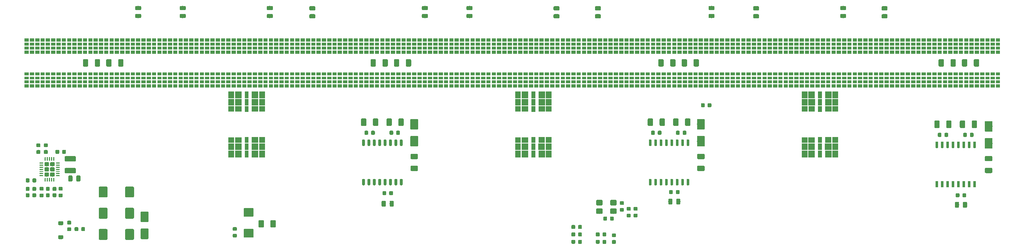
<source format=gbr>
G04 #@! TF.GenerationSoftware,KiCad,Pcbnew,(5.1.0)-1*
G04 #@! TF.CreationDate,2019-07-15T22:00:38+02:00*
G04 #@! TF.ProjectId,besc g2,62657363-2067-4322-9e6b-696361645f70,Init*
G04 #@! TF.SameCoordinates,Original*
G04 #@! TF.FileFunction,Paste,Bot*
G04 #@! TF.FilePolarity,Positive*
%FSLAX46Y46*%
G04 Gerber Fmt 4.6, Leading zero omitted, Abs format (unit mm)*
G04 Created by KiCad (PCBNEW (5.1.0)-1) date 2019-07-15 22:00:38*
%MOMM*%
%LPD*%
G04 APERTURE LIST*
%ADD10C,0.100000*%
%ADD11C,0.975000*%
%ADD12C,1.250000*%
%ADD13C,0.875000*%
%ADD14C,1.300000*%
%ADD15C,0.900000*%
%ADD16C,1.800000*%
%ADD17C,0.600000*%
%ADD18C,0.250000*%
%ADD19C,0.980000*%
%ADD20C,2.075000*%
G04 APERTURE END LIST*
D10*
G36*
X258800000Y-82150000D02*
G01*
X259700000Y-82150000D01*
X259700000Y-81500000D01*
X258800000Y-81500000D01*
X258800000Y-82150000D01*
G37*
X258800000Y-82150000D02*
X259700000Y-82150000D01*
X259700000Y-81500000D01*
X258800000Y-81500000D01*
X258800000Y-82150000D01*
G36*
X235050000Y-82150000D02*
G01*
X235950000Y-82150000D01*
X235950000Y-81500000D01*
X235050000Y-81500000D01*
X235050000Y-82150000D01*
G37*
X235050000Y-82150000D02*
X235950000Y-82150000D01*
X235950000Y-81500000D01*
X235050000Y-81500000D01*
X235050000Y-82150000D01*
G36*
X235050000Y-81150000D02*
G01*
X235950000Y-81150000D01*
X235950000Y-80550000D01*
X235050000Y-80550000D01*
X235050000Y-81150000D01*
G37*
X235050000Y-81150000D02*
X235950000Y-81150000D01*
X235950000Y-80550000D01*
X235050000Y-80550000D01*
X235050000Y-81150000D01*
G36*
X235050000Y-80200000D02*
G01*
X235950000Y-80200000D01*
X235950000Y-79650000D01*
X235050000Y-79650000D01*
X235050000Y-80200000D01*
G37*
X235050000Y-80200000D02*
X235950000Y-80200000D01*
X235950000Y-79650000D01*
X235050000Y-79650000D01*
X235050000Y-80200000D01*
G36*
X235050000Y-79300000D02*
G01*
X235950000Y-79300000D01*
X235950000Y-78650000D01*
X235050000Y-78650000D01*
X235050000Y-79300000D01*
G37*
X235050000Y-79300000D02*
X235950000Y-79300000D01*
X235950000Y-78650000D01*
X235050000Y-78650000D01*
X235050000Y-79300000D01*
G36*
X237550000Y-82150000D02*
G01*
X238450000Y-82150000D01*
X238450000Y-81500000D01*
X237550000Y-81500000D01*
X237550000Y-82150000D01*
G37*
X237550000Y-82150000D02*
X238450000Y-82150000D01*
X238450000Y-81500000D01*
X237550000Y-81500000D01*
X237550000Y-82150000D01*
G36*
X241300000Y-81150000D02*
G01*
X242200000Y-81150000D01*
X242200000Y-80550000D01*
X241300000Y-80550000D01*
X241300000Y-81150000D01*
G37*
X241300000Y-81150000D02*
X242200000Y-81150000D01*
X242200000Y-80550000D01*
X241300000Y-80550000D01*
X241300000Y-81150000D01*
G36*
X241300000Y-80200000D02*
G01*
X242200000Y-80200000D01*
X242200000Y-79650000D01*
X241300000Y-79650000D01*
X241300000Y-80200000D01*
G37*
X241300000Y-80200000D02*
X242200000Y-80200000D01*
X242200000Y-79650000D01*
X241300000Y-79650000D01*
X241300000Y-80200000D01*
G36*
X241300000Y-79300000D02*
G01*
X242200000Y-79300000D01*
X242200000Y-78650000D01*
X241300000Y-78650000D01*
X241300000Y-79300000D01*
G37*
X241300000Y-79300000D02*
X242200000Y-79300000D01*
X242200000Y-78650000D01*
X241300000Y-78650000D01*
X241300000Y-79300000D01*
G36*
X240050000Y-82150000D02*
G01*
X240950000Y-82150000D01*
X240950000Y-81500000D01*
X240050000Y-81500000D01*
X240050000Y-82150000D01*
G37*
X240050000Y-82150000D02*
X240950000Y-82150000D01*
X240950000Y-81500000D01*
X240050000Y-81500000D01*
X240050000Y-82150000D01*
G36*
X240050000Y-81150000D02*
G01*
X240950000Y-81150000D01*
X240950000Y-80550000D01*
X240050000Y-80550000D01*
X240050000Y-81150000D01*
G37*
X240050000Y-81150000D02*
X240950000Y-81150000D01*
X240950000Y-80550000D01*
X240050000Y-80550000D01*
X240050000Y-81150000D01*
G36*
X240050000Y-80200000D02*
G01*
X240950000Y-80200000D01*
X240950000Y-79650000D01*
X240050000Y-79650000D01*
X240050000Y-80200000D01*
G37*
X240050000Y-80200000D02*
X240950000Y-80200000D01*
X240950000Y-79650000D01*
X240050000Y-79650000D01*
X240050000Y-80200000D01*
G36*
X240050000Y-79300000D02*
G01*
X240950000Y-79300000D01*
X240950000Y-78650000D01*
X240050000Y-78650000D01*
X240050000Y-79300000D01*
G37*
X240050000Y-79300000D02*
X240950000Y-79300000D01*
X240950000Y-78650000D01*
X240050000Y-78650000D01*
X240050000Y-79300000D01*
G36*
X241300000Y-82150000D02*
G01*
X242200000Y-82150000D01*
X242200000Y-81500000D01*
X241300000Y-81500000D01*
X241300000Y-82150000D01*
G37*
X241300000Y-82150000D02*
X242200000Y-82150000D01*
X242200000Y-81500000D01*
X241300000Y-81500000D01*
X241300000Y-82150000D01*
G36*
X238800000Y-79300000D02*
G01*
X239700000Y-79300000D01*
X239700000Y-78650000D01*
X238800000Y-78650000D01*
X238800000Y-79300000D01*
G37*
X238800000Y-79300000D02*
X239700000Y-79300000D01*
X239700000Y-78650000D01*
X238800000Y-78650000D01*
X238800000Y-79300000D01*
G36*
X238800000Y-80200000D02*
G01*
X239700000Y-80200000D01*
X239700000Y-79650000D01*
X238800000Y-79650000D01*
X238800000Y-80200000D01*
G37*
X238800000Y-80200000D02*
X239700000Y-80200000D01*
X239700000Y-79650000D01*
X238800000Y-79650000D01*
X238800000Y-80200000D01*
G36*
X238800000Y-81150000D02*
G01*
X239700000Y-81150000D01*
X239700000Y-80550000D01*
X238800000Y-80550000D01*
X238800000Y-81150000D01*
G37*
X238800000Y-81150000D02*
X239700000Y-81150000D01*
X239700000Y-80550000D01*
X238800000Y-80550000D01*
X238800000Y-81150000D01*
G36*
X238800000Y-82150000D02*
G01*
X239700000Y-82150000D01*
X239700000Y-81500000D01*
X238800000Y-81500000D01*
X238800000Y-82150000D01*
G37*
X238800000Y-82150000D02*
X239700000Y-82150000D01*
X239700000Y-81500000D01*
X238800000Y-81500000D01*
X238800000Y-82150000D01*
G36*
X236300000Y-79300000D02*
G01*
X237200000Y-79300000D01*
X237200000Y-78650000D01*
X236300000Y-78650000D01*
X236300000Y-79300000D01*
G37*
X236300000Y-79300000D02*
X237200000Y-79300000D01*
X237200000Y-78650000D01*
X236300000Y-78650000D01*
X236300000Y-79300000D01*
G36*
X236300000Y-80200000D02*
G01*
X237200000Y-80200000D01*
X237200000Y-79650000D01*
X236300000Y-79650000D01*
X236300000Y-80200000D01*
G37*
X236300000Y-80200000D02*
X237200000Y-80200000D01*
X237200000Y-79650000D01*
X236300000Y-79650000D01*
X236300000Y-80200000D01*
G36*
X236300000Y-81150000D02*
G01*
X237200000Y-81150000D01*
X237200000Y-80550000D01*
X236300000Y-80550000D01*
X236300000Y-81150000D01*
G37*
X236300000Y-81150000D02*
X237200000Y-81150000D01*
X237200000Y-80550000D01*
X236300000Y-80550000D01*
X236300000Y-81150000D01*
G36*
X236300000Y-82150000D02*
G01*
X237200000Y-82150000D01*
X237200000Y-81500000D01*
X236300000Y-81500000D01*
X236300000Y-82150000D01*
G37*
X236300000Y-82150000D02*
X237200000Y-82150000D01*
X237200000Y-81500000D01*
X236300000Y-81500000D01*
X236300000Y-82150000D01*
G36*
X237550000Y-79300000D02*
G01*
X238450000Y-79300000D01*
X238450000Y-78650000D01*
X237550000Y-78650000D01*
X237550000Y-79300000D01*
G37*
X237550000Y-79300000D02*
X238450000Y-79300000D01*
X238450000Y-78650000D01*
X237550000Y-78650000D01*
X237550000Y-79300000D01*
G36*
X237550000Y-80200000D02*
G01*
X238450000Y-80200000D01*
X238450000Y-79650000D01*
X237550000Y-79650000D01*
X237550000Y-80200000D01*
G37*
X237550000Y-80200000D02*
X238450000Y-80200000D01*
X238450000Y-79650000D01*
X237550000Y-79650000D01*
X237550000Y-80200000D01*
G36*
X237550000Y-81150000D02*
G01*
X238450000Y-81150000D01*
X238450000Y-80550000D01*
X237550000Y-80550000D01*
X237550000Y-81150000D01*
G37*
X237550000Y-81150000D02*
X238450000Y-81150000D01*
X238450000Y-80550000D01*
X237550000Y-80550000D01*
X237550000Y-81150000D01*
G36*
X245050000Y-81150000D02*
G01*
X245950000Y-81150000D01*
X245950000Y-80550000D01*
X245050000Y-80550000D01*
X245050000Y-81150000D01*
G37*
X245050000Y-81150000D02*
X245950000Y-81150000D01*
X245950000Y-80550000D01*
X245050000Y-80550000D01*
X245050000Y-81150000D01*
G36*
X245050000Y-80200000D02*
G01*
X245950000Y-80200000D01*
X245950000Y-79650000D01*
X245050000Y-79650000D01*
X245050000Y-80200000D01*
G37*
X245050000Y-80200000D02*
X245950000Y-80200000D01*
X245950000Y-79650000D01*
X245050000Y-79650000D01*
X245050000Y-80200000D01*
G36*
X245050000Y-79300000D02*
G01*
X245950000Y-79300000D01*
X245950000Y-78650000D01*
X245050000Y-78650000D01*
X245050000Y-79300000D01*
G37*
X245050000Y-79300000D02*
X245950000Y-79300000D01*
X245950000Y-78650000D01*
X245050000Y-78650000D01*
X245050000Y-79300000D01*
G36*
X243800000Y-82150000D02*
G01*
X244700000Y-82150000D01*
X244700000Y-81500000D01*
X243800000Y-81500000D01*
X243800000Y-82150000D01*
G37*
X243800000Y-82150000D02*
X244700000Y-82150000D01*
X244700000Y-81500000D01*
X243800000Y-81500000D01*
X243800000Y-82150000D01*
G36*
X243800000Y-81150000D02*
G01*
X244700000Y-81150000D01*
X244700000Y-80550000D01*
X243800000Y-80550000D01*
X243800000Y-81150000D01*
G37*
X243800000Y-81150000D02*
X244700000Y-81150000D01*
X244700000Y-80550000D01*
X243800000Y-80550000D01*
X243800000Y-81150000D01*
G36*
X243800000Y-80200000D02*
G01*
X244700000Y-80200000D01*
X244700000Y-79650000D01*
X243800000Y-79650000D01*
X243800000Y-80200000D01*
G37*
X243800000Y-80200000D02*
X244700000Y-80200000D01*
X244700000Y-79650000D01*
X243800000Y-79650000D01*
X243800000Y-80200000D01*
G36*
X243800000Y-79300000D02*
G01*
X244700000Y-79300000D01*
X244700000Y-78650000D01*
X243800000Y-78650000D01*
X243800000Y-79300000D01*
G37*
X243800000Y-79300000D02*
X244700000Y-79300000D01*
X244700000Y-78650000D01*
X243800000Y-78650000D01*
X243800000Y-79300000D01*
G36*
X245050000Y-82150000D02*
G01*
X245950000Y-82150000D01*
X245950000Y-81500000D01*
X245050000Y-81500000D01*
X245050000Y-82150000D01*
G37*
X245050000Y-82150000D02*
X245950000Y-82150000D01*
X245950000Y-81500000D01*
X245050000Y-81500000D01*
X245050000Y-82150000D01*
G36*
X242550000Y-79300000D02*
G01*
X243450000Y-79300000D01*
X243450000Y-78650000D01*
X242550000Y-78650000D01*
X242550000Y-79300000D01*
G37*
X242550000Y-79300000D02*
X243450000Y-79300000D01*
X243450000Y-78650000D01*
X242550000Y-78650000D01*
X242550000Y-79300000D01*
G36*
X242550000Y-80200000D02*
G01*
X243450000Y-80200000D01*
X243450000Y-79650000D01*
X242550000Y-79650000D01*
X242550000Y-80200000D01*
G37*
X242550000Y-80200000D02*
X243450000Y-80200000D01*
X243450000Y-79650000D01*
X242550000Y-79650000D01*
X242550000Y-80200000D01*
G36*
X242550000Y-81150000D02*
G01*
X243450000Y-81150000D01*
X243450000Y-80550000D01*
X242550000Y-80550000D01*
X242550000Y-81150000D01*
G37*
X242550000Y-81150000D02*
X243450000Y-81150000D01*
X243450000Y-80550000D01*
X242550000Y-80550000D01*
X242550000Y-81150000D01*
G36*
X242550000Y-82150000D02*
G01*
X243450000Y-82150000D01*
X243450000Y-81500000D01*
X242550000Y-81500000D01*
X242550000Y-82150000D01*
G37*
X242550000Y-82150000D02*
X243450000Y-82150000D01*
X243450000Y-81500000D01*
X242550000Y-81500000D01*
X242550000Y-82150000D01*
G36*
X253800000Y-82150000D02*
G01*
X254700000Y-82150000D01*
X254700000Y-81500000D01*
X253800000Y-81500000D01*
X253800000Y-82150000D01*
G37*
X253800000Y-82150000D02*
X254700000Y-82150000D01*
X254700000Y-81500000D01*
X253800000Y-81500000D01*
X253800000Y-82150000D01*
G36*
X253800000Y-81150000D02*
G01*
X254700000Y-81150000D01*
X254700000Y-80550000D01*
X253800000Y-80550000D01*
X253800000Y-81150000D01*
G37*
X253800000Y-81150000D02*
X254700000Y-81150000D01*
X254700000Y-80550000D01*
X253800000Y-80550000D01*
X253800000Y-81150000D01*
G36*
X253800000Y-80200000D02*
G01*
X254700000Y-80200000D01*
X254700000Y-79650000D01*
X253800000Y-79650000D01*
X253800000Y-80200000D01*
G37*
X253800000Y-80200000D02*
X254700000Y-80200000D01*
X254700000Y-79650000D01*
X253800000Y-79650000D01*
X253800000Y-80200000D01*
G36*
X253800000Y-79300000D02*
G01*
X254700000Y-79300000D01*
X254700000Y-78650000D01*
X253800000Y-78650000D01*
X253800000Y-79300000D01*
G37*
X253800000Y-79300000D02*
X254700000Y-79300000D01*
X254700000Y-78650000D01*
X253800000Y-78650000D01*
X253800000Y-79300000D01*
G36*
X256300000Y-82150000D02*
G01*
X257200000Y-82150000D01*
X257200000Y-81500000D01*
X256300000Y-81500000D01*
X256300000Y-82150000D01*
G37*
X256300000Y-82150000D02*
X257200000Y-82150000D01*
X257200000Y-81500000D01*
X256300000Y-81500000D01*
X256300000Y-82150000D01*
G36*
X255050000Y-79300000D02*
G01*
X255950000Y-79300000D01*
X255950000Y-78650000D01*
X255050000Y-78650000D01*
X255050000Y-79300000D01*
G37*
X255050000Y-79300000D02*
X255950000Y-79300000D01*
X255950000Y-78650000D01*
X255050000Y-78650000D01*
X255050000Y-79300000D01*
G36*
X255050000Y-80200000D02*
G01*
X255950000Y-80200000D01*
X255950000Y-79650000D01*
X255050000Y-79650000D01*
X255050000Y-80200000D01*
G37*
X255050000Y-80200000D02*
X255950000Y-80200000D01*
X255950000Y-79650000D01*
X255050000Y-79650000D01*
X255050000Y-80200000D01*
G36*
X255050000Y-81150000D02*
G01*
X255950000Y-81150000D01*
X255950000Y-80550000D01*
X255050000Y-80550000D01*
X255050000Y-81150000D01*
G37*
X255050000Y-81150000D02*
X255950000Y-81150000D01*
X255950000Y-80550000D01*
X255050000Y-80550000D01*
X255050000Y-81150000D01*
G36*
X255050000Y-82150000D02*
G01*
X255950000Y-82150000D01*
X255950000Y-81500000D01*
X255050000Y-81500000D01*
X255050000Y-82150000D01*
G37*
X255050000Y-82150000D02*
X255950000Y-82150000D01*
X255950000Y-81500000D01*
X255050000Y-81500000D01*
X255050000Y-82150000D01*
G36*
X256300000Y-79300000D02*
G01*
X257200000Y-79300000D01*
X257200000Y-78650000D01*
X256300000Y-78650000D01*
X256300000Y-79300000D01*
G37*
X256300000Y-79300000D02*
X257200000Y-79300000D01*
X257200000Y-78650000D01*
X256300000Y-78650000D01*
X256300000Y-79300000D01*
G36*
X256300000Y-80200000D02*
G01*
X257200000Y-80200000D01*
X257200000Y-79650000D01*
X256300000Y-79650000D01*
X256300000Y-80200000D01*
G37*
X256300000Y-80200000D02*
X257200000Y-80200000D01*
X257200000Y-79650000D01*
X256300000Y-79650000D01*
X256300000Y-80200000D01*
G36*
X256300000Y-81150000D02*
G01*
X257200000Y-81150000D01*
X257200000Y-80550000D01*
X256300000Y-80550000D01*
X256300000Y-81150000D01*
G37*
X256300000Y-81150000D02*
X257200000Y-81150000D01*
X257200000Y-80550000D01*
X256300000Y-80550000D01*
X256300000Y-81150000D01*
G36*
X248800000Y-81150000D02*
G01*
X249700000Y-81150000D01*
X249700000Y-80550000D01*
X248800000Y-80550000D01*
X248800000Y-81150000D01*
G37*
X248800000Y-81150000D02*
X249700000Y-81150000D01*
X249700000Y-80550000D01*
X248800000Y-80550000D01*
X248800000Y-81150000D01*
G36*
X248800000Y-80200000D02*
G01*
X249700000Y-80200000D01*
X249700000Y-79650000D01*
X248800000Y-79650000D01*
X248800000Y-80200000D01*
G37*
X248800000Y-80200000D02*
X249700000Y-80200000D01*
X249700000Y-79650000D01*
X248800000Y-79650000D01*
X248800000Y-80200000D01*
G36*
X248800000Y-79300000D02*
G01*
X249700000Y-79300000D01*
X249700000Y-78650000D01*
X248800000Y-78650000D01*
X248800000Y-79300000D01*
G37*
X248800000Y-79300000D02*
X249700000Y-79300000D01*
X249700000Y-78650000D01*
X248800000Y-78650000D01*
X248800000Y-79300000D01*
G36*
X247550000Y-82150000D02*
G01*
X248450000Y-82150000D01*
X248450000Y-81500000D01*
X247550000Y-81500000D01*
X247550000Y-82150000D01*
G37*
X247550000Y-82150000D02*
X248450000Y-82150000D01*
X248450000Y-81500000D01*
X247550000Y-81500000D01*
X247550000Y-82150000D01*
G36*
X247550000Y-81150000D02*
G01*
X248450000Y-81150000D01*
X248450000Y-80550000D01*
X247550000Y-80550000D01*
X247550000Y-81150000D01*
G37*
X247550000Y-81150000D02*
X248450000Y-81150000D01*
X248450000Y-80550000D01*
X247550000Y-80550000D01*
X247550000Y-81150000D01*
G36*
X247550000Y-80200000D02*
G01*
X248450000Y-80200000D01*
X248450000Y-79650000D01*
X247550000Y-79650000D01*
X247550000Y-80200000D01*
G37*
X247550000Y-80200000D02*
X248450000Y-80200000D01*
X248450000Y-79650000D01*
X247550000Y-79650000D01*
X247550000Y-80200000D01*
G36*
X247550000Y-79300000D02*
G01*
X248450000Y-79300000D01*
X248450000Y-78650000D01*
X247550000Y-78650000D01*
X247550000Y-79300000D01*
G37*
X247550000Y-79300000D02*
X248450000Y-79300000D01*
X248450000Y-78650000D01*
X247550000Y-78650000D01*
X247550000Y-79300000D01*
G36*
X250050000Y-82150000D02*
G01*
X250950000Y-82150000D01*
X250950000Y-81500000D01*
X250050000Y-81500000D01*
X250050000Y-82150000D01*
G37*
X250050000Y-82150000D02*
X250950000Y-82150000D01*
X250950000Y-81500000D01*
X250050000Y-81500000D01*
X250050000Y-82150000D01*
G36*
X250050000Y-81150000D02*
G01*
X250950000Y-81150000D01*
X250950000Y-80550000D01*
X250050000Y-80550000D01*
X250050000Y-81150000D01*
G37*
X250050000Y-81150000D02*
X250950000Y-81150000D01*
X250950000Y-80550000D01*
X250050000Y-80550000D01*
X250050000Y-81150000D01*
G36*
X250050000Y-80200000D02*
G01*
X250950000Y-80200000D01*
X250950000Y-79650000D01*
X250050000Y-79650000D01*
X250050000Y-80200000D01*
G37*
X250050000Y-80200000D02*
X250950000Y-80200000D01*
X250950000Y-79650000D01*
X250050000Y-79650000D01*
X250050000Y-80200000D01*
G36*
X250050000Y-79300000D02*
G01*
X250950000Y-79300000D01*
X250950000Y-78650000D01*
X250050000Y-78650000D01*
X250050000Y-79300000D01*
G37*
X250050000Y-79300000D02*
X250950000Y-79300000D01*
X250950000Y-78650000D01*
X250050000Y-78650000D01*
X250050000Y-79300000D01*
G36*
X252550000Y-82150000D02*
G01*
X253450000Y-82150000D01*
X253450000Y-81500000D01*
X252550000Y-81500000D01*
X252550000Y-82150000D01*
G37*
X252550000Y-82150000D02*
X253450000Y-82150000D01*
X253450000Y-81500000D01*
X252550000Y-81500000D01*
X252550000Y-82150000D01*
G36*
X251300000Y-79300000D02*
G01*
X252200000Y-79300000D01*
X252200000Y-78650000D01*
X251300000Y-78650000D01*
X251300000Y-79300000D01*
G37*
X251300000Y-79300000D02*
X252200000Y-79300000D01*
X252200000Y-78650000D01*
X251300000Y-78650000D01*
X251300000Y-79300000D01*
G36*
X251300000Y-80200000D02*
G01*
X252200000Y-80200000D01*
X252200000Y-79650000D01*
X251300000Y-79650000D01*
X251300000Y-80200000D01*
G37*
X251300000Y-80200000D02*
X252200000Y-80200000D01*
X252200000Y-79650000D01*
X251300000Y-79650000D01*
X251300000Y-80200000D01*
G36*
X251300000Y-81150000D02*
G01*
X252200000Y-81150000D01*
X252200000Y-80550000D01*
X251300000Y-80550000D01*
X251300000Y-81150000D01*
G37*
X251300000Y-81150000D02*
X252200000Y-81150000D01*
X252200000Y-80550000D01*
X251300000Y-80550000D01*
X251300000Y-81150000D01*
G36*
X251300000Y-82150000D02*
G01*
X252200000Y-82150000D01*
X252200000Y-81500000D01*
X251300000Y-81500000D01*
X251300000Y-82150000D01*
G37*
X251300000Y-82150000D02*
X252200000Y-82150000D01*
X252200000Y-81500000D01*
X251300000Y-81500000D01*
X251300000Y-82150000D01*
G36*
X252550000Y-79300000D02*
G01*
X253450000Y-79300000D01*
X253450000Y-78650000D01*
X252550000Y-78650000D01*
X252550000Y-79300000D01*
G37*
X252550000Y-79300000D02*
X253450000Y-79300000D01*
X253450000Y-78650000D01*
X252550000Y-78650000D01*
X252550000Y-79300000D01*
G36*
X252550000Y-80200000D02*
G01*
X253450000Y-80200000D01*
X253450000Y-79650000D01*
X252550000Y-79650000D01*
X252550000Y-80200000D01*
G37*
X252550000Y-80200000D02*
X253450000Y-80200000D01*
X253450000Y-79650000D01*
X252550000Y-79650000D01*
X252550000Y-80200000D01*
G36*
X252550000Y-81150000D02*
G01*
X253450000Y-81150000D01*
X253450000Y-80550000D01*
X252550000Y-80550000D01*
X252550000Y-81150000D01*
G37*
X252550000Y-81150000D02*
X253450000Y-81150000D01*
X253450000Y-80550000D01*
X252550000Y-80550000D01*
X252550000Y-81150000D01*
G36*
X248800000Y-82150000D02*
G01*
X249700000Y-82150000D01*
X249700000Y-81500000D01*
X248800000Y-81500000D01*
X248800000Y-82150000D01*
G37*
X248800000Y-82150000D02*
X249700000Y-82150000D01*
X249700000Y-81500000D01*
X248800000Y-81500000D01*
X248800000Y-82150000D01*
G36*
X246300000Y-79300000D02*
G01*
X247200000Y-79300000D01*
X247200000Y-78650000D01*
X246300000Y-78650000D01*
X246300000Y-79300000D01*
G37*
X246300000Y-79300000D02*
X247200000Y-79300000D01*
X247200000Y-78650000D01*
X246300000Y-78650000D01*
X246300000Y-79300000D01*
G36*
X246300000Y-80200000D02*
G01*
X247200000Y-80200000D01*
X247200000Y-79650000D01*
X246300000Y-79650000D01*
X246300000Y-80200000D01*
G37*
X246300000Y-80200000D02*
X247200000Y-80200000D01*
X247200000Y-79650000D01*
X246300000Y-79650000D01*
X246300000Y-80200000D01*
G36*
X246300000Y-81150000D02*
G01*
X247200000Y-81150000D01*
X247200000Y-80550000D01*
X246300000Y-80550000D01*
X246300000Y-81150000D01*
G37*
X246300000Y-81150000D02*
X247200000Y-81150000D01*
X247200000Y-80550000D01*
X246300000Y-80550000D01*
X246300000Y-81150000D01*
G36*
X246300000Y-82150000D02*
G01*
X247200000Y-82150000D01*
X247200000Y-81500000D01*
X246300000Y-81500000D01*
X246300000Y-82150000D01*
G37*
X246300000Y-82150000D02*
X247200000Y-82150000D01*
X247200000Y-81500000D01*
X246300000Y-81500000D01*
X246300000Y-82150000D01*
G36*
X260050000Y-81150000D02*
G01*
X260950000Y-81150000D01*
X260950000Y-80550000D01*
X260050000Y-80550000D01*
X260050000Y-81150000D01*
G37*
X260050000Y-81150000D02*
X260950000Y-81150000D01*
X260950000Y-80550000D01*
X260050000Y-80550000D01*
X260050000Y-81150000D01*
G36*
X260050000Y-80200000D02*
G01*
X260950000Y-80200000D01*
X260950000Y-79650000D01*
X260050000Y-79650000D01*
X260050000Y-80200000D01*
G37*
X260050000Y-80200000D02*
X260950000Y-80200000D01*
X260950000Y-79650000D01*
X260050000Y-79650000D01*
X260050000Y-80200000D01*
G36*
X260050000Y-79300000D02*
G01*
X260950000Y-79300000D01*
X260950000Y-78650000D01*
X260050000Y-78650000D01*
X260050000Y-79300000D01*
G37*
X260050000Y-79300000D02*
X260950000Y-79300000D01*
X260950000Y-78650000D01*
X260050000Y-78650000D01*
X260050000Y-79300000D01*
G36*
X258800000Y-81150000D02*
G01*
X259700000Y-81150000D01*
X259700000Y-80550000D01*
X258800000Y-80550000D01*
X258800000Y-81150000D01*
G37*
X258800000Y-81150000D02*
X259700000Y-81150000D01*
X259700000Y-80550000D01*
X258800000Y-80550000D01*
X258800000Y-81150000D01*
G36*
X258800000Y-80200000D02*
G01*
X259700000Y-80200000D01*
X259700000Y-79650000D01*
X258800000Y-79650000D01*
X258800000Y-80200000D01*
G37*
X258800000Y-80200000D02*
X259700000Y-80200000D01*
X259700000Y-79650000D01*
X258800000Y-79650000D01*
X258800000Y-80200000D01*
G36*
X258800000Y-79300000D02*
G01*
X259700000Y-79300000D01*
X259700000Y-78650000D01*
X258800000Y-78650000D01*
X258800000Y-79300000D01*
G37*
X258800000Y-79300000D02*
X259700000Y-79300000D01*
X259700000Y-78650000D01*
X258800000Y-78650000D01*
X258800000Y-79300000D01*
G36*
X261300000Y-82150000D02*
G01*
X262100000Y-82150000D01*
X262100000Y-81500000D01*
X261300000Y-81500000D01*
X261300000Y-82150000D01*
G37*
X261300000Y-82150000D02*
X262100000Y-82150000D01*
X262100000Y-81500000D01*
X261300000Y-81500000D01*
X261300000Y-82150000D01*
G36*
X261300000Y-81150000D02*
G01*
X262100000Y-81150000D01*
X262100000Y-80550000D01*
X261300000Y-80550000D01*
X261300000Y-81150000D01*
G37*
X261300000Y-81150000D02*
X262100000Y-81150000D01*
X262100000Y-80550000D01*
X261300000Y-80550000D01*
X261300000Y-81150000D01*
G36*
X261300000Y-80200000D02*
G01*
X262100000Y-80200000D01*
X262100000Y-79650000D01*
X261300000Y-79650000D01*
X261300000Y-80200000D01*
G37*
X261300000Y-80200000D02*
X262100000Y-80200000D01*
X262100000Y-79650000D01*
X261300000Y-79650000D01*
X261300000Y-80200000D01*
G36*
X261300000Y-79300000D02*
G01*
X262100000Y-79300000D01*
X262100000Y-78650000D01*
X261300000Y-78650000D01*
X261300000Y-79300000D01*
G37*
X261300000Y-79300000D02*
X262100000Y-79300000D01*
X262100000Y-78650000D01*
X261300000Y-78650000D01*
X261300000Y-79300000D01*
G36*
X260050000Y-82150000D02*
G01*
X260950000Y-82150000D01*
X260950000Y-81500000D01*
X260050000Y-81500000D01*
X260050000Y-82150000D01*
G37*
X260050000Y-82150000D02*
X260950000Y-82150000D01*
X260950000Y-81500000D01*
X260050000Y-81500000D01*
X260050000Y-82150000D01*
G36*
X257550000Y-79300000D02*
G01*
X258450000Y-79300000D01*
X258450000Y-78650000D01*
X257550000Y-78650000D01*
X257550000Y-79300000D01*
G37*
X257550000Y-79300000D02*
X258450000Y-79300000D01*
X258450000Y-78650000D01*
X257550000Y-78650000D01*
X257550000Y-79300000D01*
G36*
X257550000Y-80200000D02*
G01*
X258450000Y-80200000D01*
X258450000Y-79650000D01*
X257550000Y-79650000D01*
X257550000Y-80200000D01*
G37*
X257550000Y-80200000D02*
X258450000Y-80200000D01*
X258450000Y-79650000D01*
X257550000Y-79650000D01*
X257550000Y-80200000D01*
G36*
X257550000Y-81150000D02*
G01*
X258450000Y-81150000D01*
X258450000Y-80550000D01*
X257550000Y-80550000D01*
X257550000Y-81150000D01*
G37*
X257550000Y-81150000D02*
X258450000Y-81150000D01*
X258450000Y-80550000D01*
X257550000Y-80550000D01*
X257550000Y-81150000D01*
G36*
X257550000Y-82150000D02*
G01*
X258450000Y-82150000D01*
X258450000Y-81500000D01*
X257550000Y-81500000D01*
X257550000Y-82150000D01*
G37*
X257550000Y-82150000D02*
X258450000Y-82150000D01*
X258450000Y-81500000D01*
X257550000Y-81500000D01*
X257550000Y-82150000D01*
G36*
X225050000Y-82150000D02*
G01*
X225950000Y-82150000D01*
X225950000Y-81500000D01*
X225050000Y-81500000D01*
X225050000Y-82150000D01*
G37*
X225050000Y-82150000D02*
X225950000Y-82150000D01*
X225950000Y-81500000D01*
X225050000Y-81500000D01*
X225050000Y-82150000D01*
G36*
X201300000Y-82150000D02*
G01*
X202200000Y-82150000D01*
X202200000Y-81500000D01*
X201300000Y-81500000D01*
X201300000Y-82150000D01*
G37*
X201300000Y-82150000D02*
X202200000Y-82150000D01*
X202200000Y-81500000D01*
X201300000Y-81500000D01*
X201300000Y-82150000D01*
G36*
X201300000Y-81150000D02*
G01*
X202200000Y-81150000D01*
X202200000Y-80550000D01*
X201300000Y-80550000D01*
X201300000Y-81150000D01*
G37*
X201300000Y-81150000D02*
X202200000Y-81150000D01*
X202200000Y-80550000D01*
X201300000Y-80550000D01*
X201300000Y-81150000D01*
G36*
X201300000Y-80200000D02*
G01*
X202200000Y-80200000D01*
X202200000Y-79650000D01*
X201300000Y-79650000D01*
X201300000Y-80200000D01*
G37*
X201300000Y-80200000D02*
X202200000Y-80200000D01*
X202200000Y-79650000D01*
X201300000Y-79650000D01*
X201300000Y-80200000D01*
G36*
X201300000Y-79300000D02*
G01*
X202200000Y-79300000D01*
X202200000Y-78650000D01*
X201300000Y-78650000D01*
X201300000Y-79300000D01*
G37*
X201300000Y-79300000D02*
X202200000Y-79300000D01*
X202200000Y-78650000D01*
X201300000Y-78650000D01*
X201300000Y-79300000D01*
G36*
X203800000Y-82150000D02*
G01*
X204700000Y-82150000D01*
X204700000Y-81500000D01*
X203800000Y-81500000D01*
X203800000Y-82150000D01*
G37*
X203800000Y-82150000D02*
X204700000Y-82150000D01*
X204700000Y-81500000D01*
X203800000Y-81500000D01*
X203800000Y-82150000D01*
G36*
X207550000Y-81150000D02*
G01*
X208450000Y-81150000D01*
X208450000Y-80550000D01*
X207550000Y-80550000D01*
X207550000Y-81150000D01*
G37*
X207550000Y-81150000D02*
X208450000Y-81150000D01*
X208450000Y-80550000D01*
X207550000Y-80550000D01*
X207550000Y-81150000D01*
G36*
X207550000Y-80200000D02*
G01*
X208450000Y-80200000D01*
X208450000Y-79650000D01*
X207550000Y-79650000D01*
X207550000Y-80200000D01*
G37*
X207550000Y-80200000D02*
X208450000Y-80200000D01*
X208450000Y-79650000D01*
X207550000Y-79650000D01*
X207550000Y-80200000D01*
G36*
X207550000Y-79300000D02*
G01*
X208450000Y-79300000D01*
X208450000Y-78650000D01*
X207550000Y-78650000D01*
X207550000Y-79300000D01*
G37*
X207550000Y-79300000D02*
X208450000Y-79300000D01*
X208450000Y-78650000D01*
X207550000Y-78650000D01*
X207550000Y-79300000D01*
G36*
X206300000Y-82150000D02*
G01*
X207200000Y-82150000D01*
X207200000Y-81500000D01*
X206300000Y-81500000D01*
X206300000Y-82150000D01*
G37*
X206300000Y-82150000D02*
X207200000Y-82150000D01*
X207200000Y-81500000D01*
X206300000Y-81500000D01*
X206300000Y-82150000D01*
G36*
X206300000Y-81150000D02*
G01*
X207200000Y-81150000D01*
X207200000Y-80550000D01*
X206300000Y-80550000D01*
X206300000Y-81150000D01*
G37*
X206300000Y-81150000D02*
X207200000Y-81150000D01*
X207200000Y-80550000D01*
X206300000Y-80550000D01*
X206300000Y-81150000D01*
G36*
X206300000Y-80200000D02*
G01*
X207200000Y-80200000D01*
X207200000Y-79650000D01*
X206300000Y-79650000D01*
X206300000Y-80200000D01*
G37*
X206300000Y-80200000D02*
X207200000Y-80200000D01*
X207200000Y-79650000D01*
X206300000Y-79650000D01*
X206300000Y-80200000D01*
G36*
X206300000Y-79300000D02*
G01*
X207200000Y-79300000D01*
X207200000Y-78650000D01*
X206300000Y-78650000D01*
X206300000Y-79300000D01*
G37*
X206300000Y-79300000D02*
X207200000Y-79300000D01*
X207200000Y-78650000D01*
X206300000Y-78650000D01*
X206300000Y-79300000D01*
G36*
X207550000Y-82150000D02*
G01*
X208450000Y-82150000D01*
X208450000Y-81500000D01*
X207550000Y-81500000D01*
X207550000Y-82150000D01*
G37*
X207550000Y-82150000D02*
X208450000Y-82150000D01*
X208450000Y-81500000D01*
X207550000Y-81500000D01*
X207550000Y-82150000D01*
G36*
X205050000Y-79300000D02*
G01*
X205950000Y-79300000D01*
X205950000Y-78650000D01*
X205050000Y-78650000D01*
X205050000Y-79300000D01*
G37*
X205050000Y-79300000D02*
X205950000Y-79300000D01*
X205950000Y-78650000D01*
X205050000Y-78650000D01*
X205050000Y-79300000D01*
G36*
X205050000Y-80200000D02*
G01*
X205950000Y-80200000D01*
X205950000Y-79650000D01*
X205050000Y-79650000D01*
X205050000Y-80200000D01*
G37*
X205050000Y-80200000D02*
X205950000Y-80200000D01*
X205950000Y-79650000D01*
X205050000Y-79650000D01*
X205050000Y-80200000D01*
G36*
X205050000Y-81150000D02*
G01*
X205950000Y-81150000D01*
X205950000Y-80550000D01*
X205050000Y-80550000D01*
X205050000Y-81150000D01*
G37*
X205050000Y-81150000D02*
X205950000Y-81150000D01*
X205950000Y-80550000D01*
X205050000Y-80550000D01*
X205050000Y-81150000D01*
G36*
X205050000Y-82150000D02*
G01*
X205950000Y-82150000D01*
X205950000Y-81500000D01*
X205050000Y-81500000D01*
X205050000Y-82150000D01*
G37*
X205050000Y-82150000D02*
X205950000Y-82150000D01*
X205950000Y-81500000D01*
X205050000Y-81500000D01*
X205050000Y-82150000D01*
G36*
X202550000Y-79300000D02*
G01*
X203450000Y-79300000D01*
X203450000Y-78650000D01*
X202550000Y-78650000D01*
X202550000Y-79300000D01*
G37*
X202550000Y-79300000D02*
X203450000Y-79300000D01*
X203450000Y-78650000D01*
X202550000Y-78650000D01*
X202550000Y-79300000D01*
G36*
X202550000Y-80200000D02*
G01*
X203450000Y-80200000D01*
X203450000Y-79650000D01*
X202550000Y-79650000D01*
X202550000Y-80200000D01*
G37*
X202550000Y-80200000D02*
X203450000Y-80200000D01*
X203450000Y-79650000D01*
X202550000Y-79650000D01*
X202550000Y-80200000D01*
G36*
X202550000Y-81150000D02*
G01*
X203450000Y-81150000D01*
X203450000Y-80550000D01*
X202550000Y-80550000D01*
X202550000Y-81150000D01*
G37*
X202550000Y-81150000D02*
X203450000Y-81150000D01*
X203450000Y-80550000D01*
X202550000Y-80550000D01*
X202550000Y-81150000D01*
G36*
X202550000Y-82150000D02*
G01*
X203450000Y-82150000D01*
X203450000Y-81500000D01*
X202550000Y-81500000D01*
X202550000Y-82150000D01*
G37*
X202550000Y-82150000D02*
X203450000Y-82150000D01*
X203450000Y-81500000D01*
X202550000Y-81500000D01*
X202550000Y-82150000D01*
G36*
X203800000Y-79300000D02*
G01*
X204700000Y-79300000D01*
X204700000Y-78650000D01*
X203800000Y-78650000D01*
X203800000Y-79300000D01*
G37*
X203800000Y-79300000D02*
X204700000Y-79300000D01*
X204700000Y-78650000D01*
X203800000Y-78650000D01*
X203800000Y-79300000D01*
G36*
X203800000Y-80200000D02*
G01*
X204700000Y-80200000D01*
X204700000Y-79650000D01*
X203800000Y-79650000D01*
X203800000Y-80200000D01*
G37*
X203800000Y-80200000D02*
X204700000Y-80200000D01*
X204700000Y-79650000D01*
X203800000Y-79650000D01*
X203800000Y-80200000D01*
G36*
X203800000Y-81150000D02*
G01*
X204700000Y-81150000D01*
X204700000Y-80550000D01*
X203800000Y-80550000D01*
X203800000Y-81150000D01*
G37*
X203800000Y-81150000D02*
X204700000Y-81150000D01*
X204700000Y-80550000D01*
X203800000Y-80550000D01*
X203800000Y-81150000D01*
G36*
X211300000Y-81150000D02*
G01*
X212200000Y-81150000D01*
X212200000Y-80550000D01*
X211300000Y-80550000D01*
X211300000Y-81150000D01*
G37*
X211300000Y-81150000D02*
X212200000Y-81150000D01*
X212200000Y-80550000D01*
X211300000Y-80550000D01*
X211300000Y-81150000D01*
G36*
X211300000Y-80200000D02*
G01*
X212200000Y-80200000D01*
X212200000Y-79650000D01*
X211300000Y-79650000D01*
X211300000Y-80200000D01*
G37*
X211300000Y-80200000D02*
X212200000Y-80200000D01*
X212200000Y-79650000D01*
X211300000Y-79650000D01*
X211300000Y-80200000D01*
G36*
X211300000Y-79300000D02*
G01*
X212200000Y-79300000D01*
X212200000Y-78650000D01*
X211300000Y-78650000D01*
X211300000Y-79300000D01*
G37*
X211300000Y-79300000D02*
X212200000Y-79300000D01*
X212200000Y-78650000D01*
X211300000Y-78650000D01*
X211300000Y-79300000D01*
G36*
X210050000Y-82150000D02*
G01*
X210950000Y-82150000D01*
X210950000Y-81500000D01*
X210050000Y-81500000D01*
X210050000Y-82150000D01*
G37*
X210050000Y-82150000D02*
X210950000Y-82150000D01*
X210950000Y-81500000D01*
X210050000Y-81500000D01*
X210050000Y-82150000D01*
G36*
X210050000Y-81150000D02*
G01*
X210950000Y-81150000D01*
X210950000Y-80550000D01*
X210050000Y-80550000D01*
X210050000Y-81150000D01*
G37*
X210050000Y-81150000D02*
X210950000Y-81150000D01*
X210950000Y-80550000D01*
X210050000Y-80550000D01*
X210050000Y-81150000D01*
G36*
X210050000Y-80200000D02*
G01*
X210950000Y-80200000D01*
X210950000Y-79650000D01*
X210050000Y-79650000D01*
X210050000Y-80200000D01*
G37*
X210050000Y-80200000D02*
X210950000Y-80200000D01*
X210950000Y-79650000D01*
X210050000Y-79650000D01*
X210050000Y-80200000D01*
G36*
X210050000Y-79300000D02*
G01*
X210950000Y-79300000D01*
X210950000Y-78650000D01*
X210050000Y-78650000D01*
X210050000Y-79300000D01*
G37*
X210050000Y-79300000D02*
X210950000Y-79300000D01*
X210950000Y-78650000D01*
X210050000Y-78650000D01*
X210050000Y-79300000D01*
G36*
X211300000Y-82150000D02*
G01*
X212200000Y-82150000D01*
X212200000Y-81500000D01*
X211300000Y-81500000D01*
X211300000Y-82150000D01*
G37*
X211300000Y-82150000D02*
X212200000Y-82150000D01*
X212200000Y-81500000D01*
X211300000Y-81500000D01*
X211300000Y-82150000D01*
G36*
X208800000Y-79300000D02*
G01*
X209700000Y-79300000D01*
X209700000Y-78650000D01*
X208800000Y-78650000D01*
X208800000Y-79300000D01*
G37*
X208800000Y-79300000D02*
X209700000Y-79300000D01*
X209700000Y-78650000D01*
X208800000Y-78650000D01*
X208800000Y-79300000D01*
G36*
X208800000Y-80200000D02*
G01*
X209700000Y-80200000D01*
X209700000Y-79650000D01*
X208800000Y-79650000D01*
X208800000Y-80200000D01*
G37*
X208800000Y-80200000D02*
X209700000Y-80200000D01*
X209700000Y-79650000D01*
X208800000Y-79650000D01*
X208800000Y-80200000D01*
G36*
X208800000Y-81150000D02*
G01*
X209700000Y-81150000D01*
X209700000Y-80550000D01*
X208800000Y-80550000D01*
X208800000Y-81150000D01*
G37*
X208800000Y-81150000D02*
X209700000Y-81150000D01*
X209700000Y-80550000D01*
X208800000Y-80550000D01*
X208800000Y-81150000D01*
G36*
X208800000Y-82150000D02*
G01*
X209700000Y-82150000D01*
X209700000Y-81500000D01*
X208800000Y-81500000D01*
X208800000Y-82150000D01*
G37*
X208800000Y-82150000D02*
X209700000Y-82150000D01*
X209700000Y-81500000D01*
X208800000Y-81500000D01*
X208800000Y-82150000D01*
G36*
X220050000Y-82150000D02*
G01*
X220950000Y-82150000D01*
X220950000Y-81500000D01*
X220050000Y-81500000D01*
X220050000Y-82150000D01*
G37*
X220050000Y-82150000D02*
X220950000Y-82150000D01*
X220950000Y-81500000D01*
X220050000Y-81500000D01*
X220050000Y-82150000D01*
G36*
X220050000Y-81150000D02*
G01*
X220950000Y-81150000D01*
X220950000Y-80550000D01*
X220050000Y-80550000D01*
X220050000Y-81150000D01*
G37*
X220050000Y-81150000D02*
X220950000Y-81150000D01*
X220950000Y-80550000D01*
X220050000Y-80550000D01*
X220050000Y-81150000D01*
G36*
X220050000Y-80200000D02*
G01*
X220950000Y-80200000D01*
X220950000Y-79650000D01*
X220050000Y-79650000D01*
X220050000Y-80200000D01*
G37*
X220050000Y-80200000D02*
X220950000Y-80200000D01*
X220950000Y-79650000D01*
X220050000Y-79650000D01*
X220050000Y-80200000D01*
G36*
X220050000Y-79300000D02*
G01*
X220950000Y-79300000D01*
X220950000Y-78650000D01*
X220050000Y-78650000D01*
X220050000Y-79300000D01*
G37*
X220050000Y-79300000D02*
X220950000Y-79300000D01*
X220950000Y-78650000D01*
X220050000Y-78650000D01*
X220050000Y-79300000D01*
G36*
X222550000Y-82150000D02*
G01*
X223450000Y-82150000D01*
X223450000Y-81500000D01*
X222550000Y-81500000D01*
X222550000Y-82150000D01*
G37*
X222550000Y-82150000D02*
X223450000Y-82150000D01*
X223450000Y-81500000D01*
X222550000Y-81500000D01*
X222550000Y-82150000D01*
G36*
X221300000Y-79300000D02*
G01*
X222200000Y-79300000D01*
X222200000Y-78650000D01*
X221300000Y-78650000D01*
X221300000Y-79300000D01*
G37*
X221300000Y-79300000D02*
X222200000Y-79300000D01*
X222200000Y-78650000D01*
X221300000Y-78650000D01*
X221300000Y-79300000D01*
G36*
X221300000Y-80200000D02*
G01*
X222200000Y-80200000D01*
X222200000Y-79650000D01*
X221300000Y-79650000D01*
X221300000Y-80200000D01*
G37*
X221300000Y-80200000D02*
X222200000Y-80200000D01*
X222200000Y-79650000D01*
X221300000Y-79650000D01*
X221300000Y-80200000D01*
G36*
X221300000Y-81150000D02*
G01*
X222200000Y-81150000D01*
X222200000Y-80550000D01*
X221300000Y-80550000D01*
X221300000Y-81150000D01*
G37*
X221300000Y-81150000D02*
X222200000Y-81150000D01*
X222200000Y-80550000D01*
X221300000Y-80550000D01*
X221300000Y-81150000D01*
G36*
X221300000Y-82150000D02*
G01*
X222200000Y-82150000D01*
X222200000Y-81500000D01*
X221300000Y-81500000D01*
X221300000Y-82150000D01*
G37*
X221300000Y-82150000D02*
X222200000Y-82150000D01*
X222200000Y-81500000D01*
X221300000Y-81500000D01*
X221300000Y-82150000D01*
G36*
X222550000Y-79300000D02*
G01*
X223450000Y-79300000D01*
X223450000Y-78650000D01*
X222550000Y-78650000D01*
X222550000Y-79300000D01*
G37*
X222550000Y-79300000D02*
X223450000Y-79300000D01*
X223450000Y-78650000D01*
X222550000Y-78650000D01*
X222550000Y-79300000D01*
G36*
X222550000Y-80200000D02*
G01*
X223450000Y-80200000D01*
X223450000Y-79650000D01*
X222550000Y-79650000D01*
X222550000Y-80200000D01*
G37*
X222550000Y-80200000D02*
X223450000Y-80200000D01*
X223450000Y-79650000D01*
X222550000Y-79650000D01*
X222550000Y-80200000D01*
G36*
X222550000Y-81150000D02*
G01*
X223450000Y-81150000D01*
X223450000Y-80550000D01*
X222550000Y-80550000D01*
X222550000Y-81150000D01*
G37*
X222550000Y-81150000D02*
X223450000Y-81150000D01*
X223450000Y-80550000D01*
X222550000Y-80550000D01*
X222550000Y-81150000D01*
G36*
X215050000Y-81150000D02*
G01*
X215950000Y-81150000D01*
X215950000Y-80550000D01*
X215050000Y-80550000D01*
X215050000Y-81150000D01*
G37*
X215050000Y-81150000D02*
X215950000Y-81150000D01*
X215950000Y-80550000D01*
X215050000Y-80550000D01*
X215050000Y-81150000D01*
G36*
X215050000Y-80200000D02*
G01*
X215950000Y-80200000D01*
X215950000Y-79650000D01*
X215050000Y-79650000D01*
X215050000Y-80200000D01*
G37*
X215050000Y-80200000D02*
X215950000Y-80200000D01*
X215950000Y-79650000D01*
X215050000Y-79650000D01*
X215050000Y-80200000D01*
G36*
X215050000Y-79300000D02*
G01*
X215950000Y-79300000D01*
X215950000Y-78650000D01*
X215050000Y-78650000D01*
X215050000Y-79300000D01*
G37*
X215050000Y-79300000D02*
X215950000Y-79300000D01*
X215950000Y-78650000D01*
X215050000Y-78650000D01*
X215050000Y-79300000D01*
G36*
X213800000Y-82150000D02*
G01*
X214700000Y-82150000D01*
X214700000Y-81500000D01*
X213800000Y-81500000D01*
X213800000Y-82150000D01*
G37*
X213800000Y-82150000D02*
X214700000Y-82150000D01*
X214700000Y-81500000D01*
X213800000Y-81500000D01*
X213800000Y-82150000D01*
G36*
X213800000Y-81150000D02*
G01*
X214700000Y-81150000D01*
X214700000Y-80550000D01*
X213800000Y-80550000D01*
X213800000Y-81150000D01*
G37*
X213800000Y-81150000D02*
X214700000Y-81150000D01*
X214700000Y-80550000D01*
X213800000Y-80550000D01*
X213800000Y-81150000D01*
G36*
X213800000Y-80200000D02*
G01*
X214700000Y-80200000D01*
X214700000Y-79650000D01*
X213800000Y-79650000D01*
X213800000Y-80200000D01*
G37*
X213800000Y-80200000D02*
X214700000Y-80200000D01*
X214700000Y-79650000D01*
X213800000Y-79650000D01*
X213800000Y-80200000D01*
G36*
X213800000Y-79300000D02*
G01*
X214700000Y-79300000D01*
X214700000Y-78650000D01*
X213800000Y-78650000D01*
X213800000Y-79300000D01*
G37*
X213800000Y-79300000D02*
X214700000Y-79300000D01*
X214700000Y-78650000D01*
X213800000Y-78650000D01*
X213800000Y-79300000D01*
G36*
X216300000Y-82150000D02*
G01*
X217200000Y-82150000D01*
X217200000Y-81500000D01*
X216300000Y-81500000D01*
X216300000Y-82150000D01*
G37*
X216300000Y-82150000D02*
X217200000Y-82150000D01*
X217200000Y-81500000D01*
X216300000Y-81500000D01*
X216300000Y-82150000D01*
G36*
X216300000Y-81150000D02*
G01*
X217200000Y-81150000D01*
X217200000Y-80550000D01*
X216300000Y-80550000D01*
X216300000Y-81150000D01*
G37*
X216300000Y-81150000D02*
X217200000Y-81150000D01*
X217200000Y-80550000D01*
X216300000Y-80550000D01*
X216300000Y-81150000D01*
G36*
X216300000Y-80200000D02*
G01*
X217200000Y-80200000D01*
X217200000Y-79650000D01*
X216300000Y-79650000D01*
X216300000Y-80200000D01*
G37*
X216300000Y-80200000D02*
X217200000Y-80200000D01*
X217200000Y-79650000D01*
X216300000Y-79650000D01*
X216300000Y-80200000D01*
G36*
X216300000Y-79300000D02*
G01*
X217200000Y-79300000D01*
X217200000Y-78650000D01*
X216300000Y-78650000D01*
X216300000Y-79300000D01*
G37*
X216300000Y-79300000D02*
X217200000Y-79300000D01*
X217200000Y-78650000D01*
X216300000Y-78650000D01*
X216300000Y-79300000D01*
G36*
X218800000Y-82150000D02*
G01*
X219700000Y-82150000D01*
X219700000Y-81500000D01*
X218800000Y-81500000D01*
X218800000Y-82150000D01*
G37*
X218800000Y-82150000D02*
X219700000Y-82150000D01*
X219700000Y-81500000D01*
X218800000Y-81500000D01*
X218800000Y-82150000D01*
G36*
X217550000Y-79300000D02*
G01*
X218450000Y-79300000D01*
X218450000Y-78650000D01*
X217550000Y-78650000D01*
X217550000Y-79300000D01*
G37*
X217550000Y-79300000D02*
X218450000Y-79300000D01*
X218450000Y-78650000D01*
X217550000Y-78650000D01*
X217550000Y-79300000D01*
G36*
X217550000Y-80200000D02*
G01*
X218450000Y-80200000D01*
X218450000Y-79650000D01*
X217550000Y-79650000D01*
X217550000Y-80200000D01*
G37*
X217550000Y-80200000D02*
X218450000Y-80200000D01*
X218450000Y-79650000D01*
X217550000Y-79650000D01*
X217550000Y-80200000D01*
G36*
X217550000Y-81150000D02*
G01*
X218450000Y-81150000D01*
X218450000Y-80550000D01*
X217550000Y-80550000D01*
X217550000Y-81150000D01*
G37*
X217550000Y-81150000D02*
X218450000Y-81150000D01*
X218450000Y-80550000D01*
X217550000Y-80550000D01*
X217550000Y-81150000D01*
G36*
X217550000Y-82150000D02*
G01*
X218450000Y-82150000D01*
X218450000Y-81500000D01*
X217550000Y-81500000D01*
X217550000Y-82150000D01*
G37*
X217550000Y-82150000D02*
X218450000Y-82150000D01*
X218450000Y-81500000D01*
X217550000Y-81500000D01*
X217550000Y-82150000D01*
G36*
X218800000Y-79300000D02*
G01*
X219700000Y-79300000D01*
X219700000Y-78650000D01*
X218800000Y-78650000D01*
X218800000Y-79300000D01*
G37*
X218800000Y-79300000D02*
X219700000Y-79300000D01*
X219700000Y-78650000D01*
X218800000Y-78650000D01*
X218800000Y-79300000D01*
G36*
X218800000Y-80200000D02*
G01*
X219700000Y-80200000D01*
X219700000Y-79650000D01*
X218800000Y-79650000D01*
X218800000Y-80200000D01*
G37*
X218800000Y-80200000D02*
X219700000Y-80200000D01*
X219700000Y-79650000D01*
X218800000Y-79650000D01*
X218800000Y-80200000D01*
G36*
X218800000Y-81150000D02*
G01*
X219700000Y-81150000D01*
X219700000Y-80550000D01*
X218800000Y-80550000D01*
X218800000Y-81150000D01*
G37*
X218800000Y-81150000D02*
X219700000Y-81150000D01*
X219700000Y-80550000D01*
X218800000Y-80550000D01*
X218800000Y-81150000D01*
G36*
X215050000Y-82150000D02*
G01*
X215950000Y-82150000D01*
X215950000Y-81500000D01*
X215050000Y-81500000D01*
X215050000Y-82150000D01*
G37*
X215050000Y-82150000D02*
X215950000Y-82150000D01*
X215950000Y-81500000D01*
X215050000Y-81500000D01*
X215050000Y-82150000D01*
G36*
X212550000Y-79300000D02*
G01*
X213450000Y-79300000D01*
X213450000Y-78650000D01*
X212550000Y-78650000D01*
X212550000Y-79300000D01*
G37*
X212550000Y-79300000D02*
X213450000Y-79300000D01*
X213450000Y-78650000D01*
X212550000Y-78650000D01*
X212550000Y-79300000D01*
G36*
X212550000Y-80200000D02*
G01*
X213450000Y-80200000D01*
X213450000Y-79650000D01*
X212550000Y-79650000D01*
X212550000Y-80200000D01*
G37*
X212550000Y-80200000D02*
X213450000Y-80200000D01*
X213450000Y-79650000D01*
X212550000Y-79650000D01*
X212550000Y-80200000D01*
G36*
X212550000Y-81150000D02*
G01*
X213450000Y-81150000D01*
X213450000Y-80550000D01*
X212550000Y-80550000D01*
X212550000Y-81150000D01*
G37*
X212550000Y-81150000D02*
X213450000Y-81150000D01*
X213450000Y-80550000D01*
X212550000Y-80550000D01*
X212550000Y-81150000D01*
G36*
X212550000Y-82150000D02*
G01*
X213450000Y-82150000D01*
X213450000Y-81500000D01*
X212550000Y-81500000D01*
X212550000Y-82150000D01*
G37*
X212550000Y-82150000D02*
X213450000Y-82150000D01*
X213450000Y-81500000D01*
X212550000Y-81500000D01*
X212550000Y-82150000D01*
G36*
X231300000Y-82150000D02*
G01*
X232200000Y-82150000D01*
X232200000Y-81500000D01*
X231300000Y-81500000D01*
X231300000Y-82150000D01*
G37*
X231300000Y-82150000D02*
X232200000Y-82150000D01*
X232200000Y-81500000D01*
X231300000Y-81500000D01*
X231300000Y-82150000D01*
G36*
X231300000Y-81150000D02*
G01*
X232200000Y-81150000D01*
X232200000Y-80550000D01*
X231300000Y-80550000D01*
X231300000Y-81150000D01*
G37*
X231300000Y-81150000D02*
X232200000Y-81150000D01*
X232200000Y-80550000D01*
X231300000Y-80550000D01*
X231300000Y-81150000D01*
G36*
X231300000Y-80200000D02*
G01*
X232200000Y-80200000D01*
X232200000Y-79650000D01*
X231300000Y-79650000D01*
X231300000Y-80200000D01*
G37*
X231300000Y-80200000D02*
X232200000Y-80200000D01*
X232200000Y-79650000D01*
X231300000Y-79650000D01*
X231300000Y-80200000D01*
G36*
X231300000Y-79300000D02*
G01*
X232200000Y-79300000D01*
X232200000Y-78650000D01*
X231300000Y-78650000D01*
X231300000Y-79300000D01*
G37*
X231300000Y-79300000D02*
X232200000Y-79300000D01*
X232200000Y-78650000D01*
X231300000Y-78650000D01*
X231300000Y-79300000D01*
G36*
X233800000Y-82150000D02*
G01*
X234700000Y-82150000D01*
X234700000Y-81500000D01*
X233800000Y-81500000D01*
X233800000Y-82150000D01*
G37*
X233800000Y-82150000D02*
X234700000Y-82150000D01*
X234700000Y-81500000D01*
X233800000Y-81500000D01*
X233800000Y-82150000D01*
G36*
X232550000Y-79300000D02*
G01*
X233450000Y-79300000D01*
X233450000Y-78650000D01*
X232550000Y-78650000D01*
X232550000Y-79300000D01*
G37*
X232550000Y-79300000D02*
X233450000Y-79300000D01*
X233450000Y-78650000D01*
X232550000Y-78650000D01*
X232550000Y-79300000D01*
G36*
X232550000Y-80200000D02*
G01*
X233450000Y-80200000D01*
X233450000Y-79650000D01*
X232550000Y-79650000D01*
X232550000Y-80200000D01*
G37*
X232550000Y-80200000D02*
X233450000Y-80200000D01*
X233450000Y-79650000D01*
X232550000Y-79650000D01*
X232550000Y-80200000D01*
G36*
X232550000Y-81150000D02*
G01*
X233450000Y-81150000D01*
X233450000Y-80550000D01*
X232550000Y-80550000D01*
X232550000Y-81150000D01*
G37*
X232550000Y-81150000D02*
X233450000Y-81150000D01*
X233450000Y-80550000D01*
X232550000Y-80550000D01*
X232550000Y-81150000D01*
G36*
X232550000Y-82150000D02*
G01*
X233450000Y-82150000D01*
X233450000Y-81500000D01*
X232550000Y-81500000D01*
X232550000Y-82150000D01*
G37*
X232550000Y-82150000D02*
X233450000Y-82150000D01*
X233450000Y-81500000D01*
X232550000Y-81500000D01*
X232550000Y-82150000D01*
G36*
X233800000Y-79300000D02*
G01*
X234700000Y-79300000D01*
X234700000Y-78650000D01*
X233800000Y-78650000D01*
X233800000Y-79300000D01*
G37*
X233800000Y-79300000D02*
X234700000Y-79300000D01*
X234700000Y-78650000D01*
X233800000Y-78650000D01*
X233800000Y-79300000D01*
G36*
X233800000Y-80200000D02*
G01*
X234700000Y-80200000D01*
X234700000Y-79650000D01*
X233800000Y-79650000D01*
X233800000Y-80200000D01*
G37*
X233800000Y-80200000D02*
X234700000Y-80200000D01*
X234700000Y-79650000D01*
X233800000Y-79650000D01*
X233800000Y-80200000D01*
G36*
X233800000Y-81150000D02*
G01*
X234700000Y-81150000D01*
X234700000Y-80550000D01*
X233800000Y-80550000D01*
X233800000Y-81150000D01*
G37*
X233800000Y-81150000D02*
X234700000Y-81150000D01*
X234700000Y-80550000D01*
X233800000Y-80550000D01*
X233800000Y-81150000D01*
G36*
X226300000Y-81150000D02*
G01*
X227200000Y-81150000D01*
X227200000Y-80550000D01*
X226300000Y-80550000D01*
X226300000Y-81150000D01*
G37*
X226300000Y-81150000D02*
X227200000Y-81150000D01*
X227200000Y-80550000D01*
X226300000Y-80550000D01*
X226300000Y-81150000D01*
G36*
X226300000Y-80200000D02*
G01*
X227200000Y-80200000D01*
X227200000Y-79650000D01*
X226300000Y-79650000D01*
X226300000Y-80200000D01*
G37*
X226300000Y-80200000D02*
X227200000Y-80200000D01*
X227200000Y-79650000D01*
X226300000Y-79650000D01*
X226300000Y-80200000D01*
G36*
X226300000Y-79300000D02*
G01*
X227200000Y-79300000D01*
X227200000Y-78650000D01*
X226300000Y-78650000D01*
X226300000Y-79300000D01*
G37*
X226300000Y-79300000D02*
X227200000Y-79300000D01*
X227200000Y-78650000D01*
X226300000Y-78650000D01*
X226300000Y-79300000D01*
G36*
X225050000Y-81150000D02*
G01*
X225950000Y-81150000D01*
X225950000Y-80550000D01*
X225050000Y-80550000D01*
X225050000Y-81150000D01*
G37*
X225050000Y-81150000D02*
X225950000Y-81150000D01*
X225950000Y-80550000D01*
X225050000Y-80550000D01*
X225050000Y-81150000D01*
G36*
X225050000Y-80200000D02*
G01*
X225950000Y-80200000D01*
X225950000Y-79650000D01*
X225050000Y-79650000D01*
X225050000Y-80200000D01*
G37*
X225050000Y-80200000D02*
X225950000Y-80200000D01*
X225950000Y-79650000D01*
X225050000Y-79650000D01*
X225050000Y-80200000D01*
G36*
X225050000Y-79300000D02*
G01*
X225950000Y-79300000D01*
X225950000Y-78650000D01*
X225050000Y-78650000D01*
X225050000Y-79300000D01*
G37*
X225050000Y-79300000D02*
X225950000Y-79300000D01*
X225950000Y-78650000D01*
X225050000Y-78650000D01*
X225050000Y-79300000D01*
G36*
X227550000Y-82150000D02*
G01*
X228450000Y-82150000D01*
X228450000Y-81500000D01*
X227550000Y-81500000D01*
X227550000Y-82150000D01*
G37*
X227550000Y-82150000D02*
X228450000Y-82150000D01*
X228450000Y-81500000D01*
X227550000Y-81500000D01*
X227550000Y-82150000D01*
G36*
X227550000Y-81150000D02*
G01*
X228450000Y-81150000D01*
X228450000Y-80550000D01*
X227550000Y-80550000D01*
X227550000Y-81150000D01*
G37*
X227550000Y-81150000D02*
X228450000Y-81150000D01*
X228450000Y-80550000D01*
X227550000Y-80550000D01*
X227550000Y-81150000D01*
G36*
X227550000Y-80200000D02*
G01*
X228450000Y-80200000D01*
X228450000Y-79650000D01*
X227550000Y-79650000D01*
X227550000Y-80200000D01*
G37*
X227550000Y-80200000D02*
X228450000Y-80200000D01*
X228450000Y-79650000D01*
X227550000Y-79650000D01*
X227550000Y-80200000D01*
G36*
X227550000Y-79300000D02*
G01*
X228450000Y-79300000D01*
X228450000Y-78650000D01*
X227550000Y-78650000D01*
X227550000Y-79300000D01*
G37*
X227550000Y-79300000D02*
X228450000Y-79300000D01*
X228450000Y-78650000D01*
X227550000Y-78650000D01*
X227550000Y-79300000D01*
G36*
X230050000Y-82150000D02*
G01*
X230950000Y-82150000D01*
X230950000Y-81500000D01*
X230050000Y-81500000D01*
X230050000Y-82150000D01*
G37*
X230050000Y-82150000D02*
X230950000Y-82150000D01*
X230950000Y-81500000D01*
X230050000Y-81500000D01*
X230050000Y-82150000D01*
G36*
X228800000Y-79300000D02*
G01*
X229700000Y-79300000D01*
X229700000Y-78650000D01*
X228800000Y-78650000D01*
X228800000Y-79300000D01*
G37*
X228800000Y-79300000D02*
X229700000Y-79300000D01*
X229700000Y-78650000D01*
X228800000Y-78650000D01*
X228800000Y-79300000D01*
G36*
X228800000Y-80200000D02*
G01*
X229700000Y-80200000D01*
X229700000Y-79650000D01*
X228800000Y-79650000D01*
X228800000Y-80200000D01*
G37*
X228800000Y-80200000D02*
X229700000Y-80200000D01*
X229700000Y-79650000D01*
X228800000Y-79650000D01*
X228800000Y-80200000D01*
G36*
X228800000Y-81150000D02*
G01*
X229700000Y-81150000D01*
X229700000Y-80550000D01*
X228800000Y-80550000D01*
X228800000Y-81150000D01*
G37*
X228800000Y-81150000D02*
X229700000Y-81150000D01*
X229700000Y-80550000D01*
X228800000Y-80550000D01*
X228800000Y-81150000D01*
G36*
X228800000Y-82150000D02*
G01*
X229700000Y-82150000D01*
X229700000Y-81500000D01*
X228800000Y-81500000D01*
X228800000Y-82150000D01*
G37*
X228800000Y-82150000D02*
X229700000Y-82150000D01*
X229700000Y-81500000D01*
X228800000Y-81500000D01*
X228800000Y-82150000D01*
G36*
X230050000Y-79300000D02*
G01*
X230950000Y-79300000D01*
X230950000Y-78650000D01*
X230050000Y-78650000D01*
X230050000Y-79300000D01*
G37*
X230050000Y-79300000D02*
X230950000Y-79300000D01*
X230950000Y-78650000D01*
X230050000Y-78650000D01*
X230050000Y-79300000D01*
G36*
X230050000Y-80200000D02*
G01*
X230950000Y-80200000D01*
X230950000Y-79650000D01*
X230050000Y-79650000D01*
X230050000Y-80200000D01*
G37*
X230050000Y-80200000D02*
X230950000Y-80200000D01*
X230950000Y-79650000D01*
X230050000Y-79650000D01*
X230050000Y-80200000D01*
G36*
X230050000Y-81150000D02*
G01*
X230950000Y-81150000D01*
X230950000Y-80550000D01*
X230050000Y-80550000D01*
X230050000Y-81150000D01*
G37*
X230050000Y-81150000D02*
X230950000Y-81150000D01*
X230950000Y-80550000D01*
X230050000Y-80550000D01*
X230050000Y-81150000D01*
G36*
X226300000Y-82150000D02*
G01*
X227200000Y-82150000D01*
X227200000Y-81500000D01*
X226300000Y-81500000D01*
X226300000Y-82150000D01*
G37*
X226300000Y-82150000D02*
X227200000Y-82150000D01*
X227200000Y-81500000D01*
X226300000Y-81500000D01*
X226300000Y-82150000D01*
G36*
X223800000Y-79300000D02*
G01*
X224700000Y-79300000D01*
X224700000Y-78650000D01*
X223800000Y-78650000D01*
X223800000Y-79300000D01*
G37*
X223800000Y-79300000D02*
X224700000Y-79300000D01*
X224700000Y-78650000D01*
X223800000Y-78650000D01*
X223800000Y-79300000D01*
G36*
X223800000Y-80200000D02*
G01*
X224700000Y-80200000D01*
X224700000Y-79650000D01*
X223800000Y-79650000D01*
X223800000Y-80200000D01*
G37*
X223800000Y-80200000D02*
X224700000Y-80200000D01*
X224700000Y-79650000D01*
X223800000Y-79650000D01*
X223800000Y-80200000D01*
G36*
X223800000Y-81150000D02*
G01*
X224700000Y-81150000D01*
X224700000Y-80550000D01*
X223800000Y-80550000D01*
X223800000Y-81150000D01*
G37*
X223800000Y-81150000D02*
X224700000Y-81150000D01*
X224700000Y-80550000D01*
X223800000Y-80550000D01*
X223800000Y-81150000D01*
G36*
X223800000Y-82150000D02*
G01*
X224700000Y-82150000D01*
X224700000Y-81500000D01*
X223800000Y-81500000D01*
X223800000Y-82150000D01*
G37*
X223800000Y-82150000D02*
X224700000Y-82150000D01*
X224700000Y-81500000D01*
X223800000Y-81500000D01*
X223800000Y-82150000D01*
G36*
X191300000Y-82150000D02*
G01*
X192200000Y-82150000D01*
X192200000Y-81500000D01*
X191300000Y-81500000D01*
X191300000Y-82150000D01*
G37*
X191300000Y-82150000D02*
X192200000Y-82150000D01*
X192200000Y-81500000D01*
X191300000Y-81500000D01*
X191300000Y-82150000D01*
G36*
X167550000Y-82150000D02*
G01*
X168450000Y-82150000D01*
X168450000Y-81500000D01*
X167550000Y-81500000D01*
X167550000Y-82150000D01*
G37*
X167550000Y-82150000D02*
X168450000Y-82150000D01*
X168450000Y-81500000D01*
X167550000Y-81500000D01*
X167550000Y-82150000D01*
G36*
X167550000Y-81150000D02*
G01*
X168450000Y-81150000D01*
X168450000Y-80550000D01*
X167550000Y-80550000D01*
X167550000Y-81150000D01*
G37*
X167550000Y-81150000D02*
X168450000Y-81150000D01*
X168450000Y-80550000D01*
X167550000Y-80550000D01*
X167550000Y-81150000D01*
G36*
X167550000Y-80200000D02*
G01*
X168450000Y-80200000D01*
X168450000Y-79650000D01*
X167550000Y-79650000D01*
X167550000Y-80200000D01*
G37*
X167550000Y-80200000D02*
X168450000Y-80200000D01*
X168450000Y-79650000D01*
X167550000Y-79650000D01*
X167550000Y-80200000D01*
G36*
X167550000Y-79300000D02*
G01*
X168450000Y-79300000D01*
X168450000Y-78650000D01*
X167550000Y-78650000D01*
X167550000Y-79300000D01*
G37*
X167550000Y-79300000D02*
X168450000Y-79300000D01*
X168450000Y-78650000D01*
X167550000Y-78650000D01*
X167550000Y-79300000D01*
G36*
X170050000Y-82150000D02*
G01*
X170950000Y-82150000D01*
X170950000Y-81500000D01*
X170050000Y-81500000D01*
X170050000Y-82150000D01*
G37*
X170050000Y-82150000D02*
X170950000Y-82150000D01*
X170950000Y-81500000D01*
X170050000Y-81500000D01*
X170050000Y-82150000D01*
G36*
X173800000Y-81150000D02*
G01*
X174700000Y-81150000D01*
X174700000Y-80550000D01*
X173800000Y-80550000D01*
X173800000Y-81150000D01*
G37*
X173800000Y-81150000D02*
X174700000Y-81150000D01*
X174700000Y-80550000D01*
X173800000Y-80550000D01*
X173800000Y-81150000D01*
G36*
X173800000Y-80200000D02*
G01*
X174700000Y-80200000D01*
X174700000Y-79650000D01*
X173800000Y-79650000D01*
X173800000Y-80200000D01*
G37*
X173800000Y-80200000D02*
X174700000Y-80200000D01*
X174700000Y-79650000D01*
X173800000Y-79650000D01*
X173800000Y-80200000D01*
G36*
X173800000Y-79300000D02*
G01*
X174700000Y-79300000D01*
X174700000Y-78650000D01*
X173800000Y-78650000D01*
X173800000Y-79300000D01*
G37*
X173800000Y-79300000D02*
X174700000Y-79300000D01*
X174700000Y-78650000D01*
X173800000Y-78650000D01*
X173800000Y-79300000D01*
G36*
X172550000Y-82150000D02*
G01*
X173450000Y-82150000D01*
X173450000Y-81500000D01*
X172550000Y-81500000D01*
X172550000Y-82150000D01*
G37*
X172550000Y-82150000D02*
X173450000Y-82150000D01*
X173450000Y-81500000D01*
X172550000Y-81500000D01*
X172550000Y-82150000D01*
G36*
X172550000Y-81150000D02*
G01*
X173450000Y-81150000D01*
X173450000Y-80550000D01*
X172550000Y-80550000D01*
X172550000Y-81150000D01*
G37*
X172550000Y-81150000D02*
X173450000Y-81150000D01*
X173450000Y-80550000D01*
X172550000Y-80550000D01*
X172550000Y-81150000D01*
G36*
X172550000Y-80200000D02*
G01*
X173450000Y-80200000D01*
X173450000Y-79650000D01*
X172550000Y-79650000D01*
X172550000Y-80200000D01*
G37*
X172550000Y-80200000D02*
X173450000Y-80200000D01*
X173450000Y-79650000D01*
X172550000Y-79650000D01*
X172550000Y-80200000D01*
G36*
X172550000Y-79300000D02*
G01*
X173450000Y-79300000D01*
X173450000Y-78650000D01*
X172550000Y-78650000D01*
X172550000Y-79300000D01*
G37*
X172550000Y-79300000D02*
X173450000Y-79300000D01*
X173450000Y-78650000D01*
X172550000Y-78650000D01*
X172550000Y-79300000D01*
G36*
X173800000Y-82150000D02*
G01*
X174700000Y-82150000D01*
X174700000Y-81500000D01*
X173800000Y-81500000D01*
X173800000Y-82150000D01*
G37*
X173800000Y-82150000D02*
X174700000Y-82150000D01*
X174700000Y-81500000D01*
X173800000Y-81500000D01*
X173800000Y-82150000D01*
G36*
X171300000Y-79300000D02*
G01*
X172200000Y-79300000D01*
X172200000Y-78650000D01*
X171300000Y-78650000D01*
X171300000Y-79300000D01*
G37*
X171300000Y-79300000D02*
X172200000Y-79300000D01*
X172200000Y-78650000D01*
X171300000Y-78650000D01*
X171300000Y-79300000D01*
G36*
X171300000Y-80200000D02*
G01*
X172200000Y-80200000D01*
X172200000Y-79650000D01*
X171300000Y-79650000D01*
X171300000Y-80200000D01*
G37*
X171300000Y-80200000D02*
X172200000Y-80200000D01*
X172200000Y-79650000D01*
X171300000Y-79650000D01*
X171300000Y-80200000D01*
G36*
X171300000Y-81150000D02*
G01*
X172200000Y-81150000D01*
X172200000Y-80550000D01*
X171300000Y-80550000D01*
X171300000Y-81150000D01*
G37*
X171300000Y-81150000D02*
X172200000Y-81150000D01*
X172200000Y-80550000D01*
X171300000Y-80550000D01*
X171300000Y-81150000D01*
G36*
X171300000Y-82150000D02*
G01*
X172200000Y-82150000D01*
X172200000Y-81500000D01*
X171300000Y-81500000D01*
X171300000Y-82150000D01*
G37*
X171300000Y-82150000D02*
X172200000Y-82150000D01*
X172200000Y-81500000D01*
X171300000Y-81500000D01*
X171300000Y-82150000D01*
G36*
X168800000Y-79300000D02*
G01*
X169700000Y-79300000D01*
X169700000Y-78650000D01*
X168800000Y-78650000D01*
X168800000Y-79300000D01*
G37*
X168800000Y-79300000D02*
X169700000Y-79300000D01*
X169700000Y-78650000D01*
X168800000Y-78650000D01*
X168800000Y-79300000D01*
G36*
X168800000Y-80200000D02*
G01*
X169700000Y-80200000D01*
X169700000Y-79650000D01*
X168800000Y-79650000D01*
X168800000Y-80200000D01*
G37*
X168800000Y-80200000D02*
X169700000Y-80200000D01*
X169700000Y-79650000D01*
X168800000Y-79650000D01*
X168800000Y-80200000D01*
G36*
X168800000Y-81150000D02*
G01*
X169700000Y-81150000D01*
X169700000Y-80550000D01*
X168800000Y-80550000D01*
X168800000Y-81150000D01*
G37*
X168800000Y-81150000D02*
X169700000Y-81150000D01*
X169700000Y-80550000D01*
X168800000Y-80550000D01*
X168800000Y-81150000D01*
G36*
X168800000Y-82150000D02*
G01*
X169700000Y-82150000D01*
X169700000Y-81500000D01*
X168800000Y-81500000D01*
X168800000Y-82150000D01*
G37*
X168800000Y-82150000D02*
X169700000Y-82150000D01*
X169700000Y-81500000D01*
X168800000Y-81500000D01*
X168800000Y-82150000D01*
G36*
X170050000Y-79300000D02*
G01*
X170950000Y-79300000D01*
X170950000Y-78650000D01*
X170050000Y-78650000D01*
X170050000Y-79300000D01*
G37*
X170050000Y-79300000D02*
X170950000Y-79300000D01*
X170950000Y-78650000D01*
X170050000Y-78650000D01*
X170050000Y-79300000D01*
G36*
X170050000Y-80200000D02*
G01*
X170950000Y-80200000D01*
X170950000Y-79650000D01*
X170050000Y-79650000D01*
X170050000Y-80200000D01*
G37*
X170050000Y-80200000D02*
X170950000Y-80200000D01*
X170950000Y-79650000D01*
X170050000Y-79650000D01*
X170050000Y-80200000D01*
G36*
X170050000Y-81150000D02*
G01*
X170950000Y-81150000D01*
X170950000Y-80550000D01*
X170050000Y-80550000D01*
X170050000Y-81150000D01*
G37*
X170050000Y-81150000D02*
X170950000Y-81150000D01*
X170950000Y-80550000D01*
X170050000Y-80550000D01*
X170050000Y-81150000D01*
G36*
X177550000Y-81150000D02*
G01*
X178450000Y-81150000D01*
X178450000Y-80550000D01*
X177550000Y-80550000D01*
X177550000Y-81150000D01*
G37*
X177550000Y-81150000D02*
X178450000Y-81150000D01*
X178450000Y-80550000D01*
X177550000Y-80550000D01*
X177550000Y-81150000D01*
G36*
X177550000Y-80200000D02*
G01*
X178450000Y-80200000D01*
X178450000Y-79650000D01*
X177550000Y-79650000D01*
X177550000Y-80200000D01*
G37*
X177550000Y-80200000D02*
X178450000Y-80200000D01*
X178450000Y-79650000D01*
X177550000Y-79650000D01*
X177550000Y-80200000D01*
G36*
X177550000Y-79300000D02*
G01*
X178450000Y-79300000D01*
X178450000Y-78650000D01*
X177550000Y-78650000D01*
X177550000Y-79300000D01*
G37*
X177550000Y-79300000D02*
X178450000Y-79300000D01*
X178450000Y-78650000D01*
X177550000Y-78650000D01*
X177550000Y-79300000D01*
G36*
X176300000Y-82150000D02*
G01*
X177200000Y-82150000D01*
X177200000Y-81500000D01*
X176300000Y-81500000D01*
X176300000Y-82150000D01*
G37*
X176300000Y-82150000D02*
X177200000Y-82150000D01*
X177200000Y-81500000D01*
X176300000Y-81500000D01*
X176300000Y-82150000D01*
G36*
X176300000Y-81150000D02*
G01*
X177200000Y-81150000D01*
X177200000Y-80550000D01*
X176300000Y-80550000D01*
X176300000Y-81150000D01*
G37*
X176300000Y-81150000D02*
X177200000Y-81150000D01*
X177200000Y-80550000D01*
X176300000Y-80550000D01*
X176300000Y-81150000D01*
G36*
X176300000Y-80200000D02*
G01*
X177200000Y-80200000D01*
X177200000Y-79650000D01*
X176300000Y-79650000D01*
X176300000Y-80200000D01*
G37*
X176300000Y-80200000D02*
X177200000Y-80200000D01*
X177200000Y-79650000D01*
X176300000Y-79650000D01*
X176300000Y-80200000D01*
G36*
X176300000Y-79300000D02*
G01*
X177200000Y-79300000D01*
X177200000Y-78650000D01*
X176300000Y-78650000D01*
X176300000Y-79300000D01*
G37*
X176300000Y-79300000D02*
X177200000Y-79300000D01*
X177200000Y-78650000D01*
X176300000Y-78650000D01*
X176300000Y-79300000D01*
G36*
X177550000Y-82150000D02*
G01*
X178450000Y-82150000D01*
X178450000Y-81500000D01*
X177550000Y-81500000D01*
X177550000Y-82150000D01*
G37*
X177550000Y-82150000D02*
X178450000Y-82150000D01*
X178450000Y-81500000D01*
X177550000Y-81500000D01*
X177550000Y-82150000D01*
G36*
X175050000Y-79300000D02*
G01*
X175950000Y-79300000D01*
X175950000Y-78650000D01*
X175050000Y-78650000D01*
X175050000Y-79300000D01*
G37*
X175050000Y-79300000D02*
X175950000Y-79300000D01*
X175950000Y-78650000D01*
X175050000Y-78650000D01*
X175050000Y-79300000D01*
G36*
X175050000Y-80200000D02*
G01*
X175950000Y-80200000D01*
X175950000Y-79650000D01*
X175050000Y-79650000D01*
X175050000Y-80200000D01*
G37*
X175050000Y-80200000D02*
X175950000Y-80200000D01*
X175950000Y-79650000D01*
X175050000Y-79650000D01*
X175050000Y-80200000D01*
G36*
X175050000Y-81150000D02*
G01*
X175950000Y-81150000D01*
X175950000Y-80550000D01*
X175050000Y-80550000D01*
X175050000Y-81150000D01*
G37*
X175050000Y-81150000D02*
X175950000Y-81150000D01*
X175950000Y-80550000D01*
X175050000Y-80550000D01*
X175050000Y-81150000D01*
G36*
X175050000Y-82150000D02*
G01*
X175950000Y-82150000D01*
X175950000Y-81500000D01*
X175050000Y-81500000D01*
X175050000Y-82150000D01*
G37*
X175050000Y-82150000D02*
X175950000Y-82150000D01*
X175950000Y-81500000D01*
X175050000Y-81500000D01*
X175050000Y-82150000D01*
G36*
X186300000Y-82150000D02*
G01*
X187200000Y-82150000D01*
X187200000Y-81500000D01*
X186300000Y-81500000D01*
X186300000Y-82150000D01*
G37*
X186300000Y-82150000D02*
X187200000Y-82150000D01*
X187200000Y-81500000D01*
X186300000Y-81500000D01*
X186300000Y-82150000D01*
G36*
X186300000Y-81150000D02*
G01*
X187200000Y-81150000D01*
X187200000Y-80550000D01*
X186300000Y-80550000D01*
X186300000Y-81150000D01*
G37*
X186300000Y-81150000D02*
X187200000Y-81150000D01*
X187200000Y-80550000D01*
X186300000Y-80550000D01*
X186300000Y-81150000D01*
G36*
X186300000Y-80200000D02*
G01*
X187200000Y-80200000D01*
X187200000Y-79650000D01*
X186300000Y-79650000D01*
X186300000Y-80200000D01*
G37*
X186300000Y-80200000D02*
X187200000Y-80200000D01*
X187200000Y-79650000D01*
X186300000Y-79650000D01*
X186300000Y-80200000D01*
G36*
X186300000Y-79300000D02*
G01*
X187200000Y-79300000D01*
X187200000Y-78650000D01*
X186300000Y-78650000D01*
X186300000Y-79300000D01*
G37*
X186300000Y-79300000D02*
X187200000Y-79300000D01*
X187200000Y-78650000D01*
X186300000Y-78650000D01*
X186300000Y-79300000D01*
G36*
X188800000Y-82150000D02*
G01*
X189700000Y-82150000D01*
X189700000Y-81500000D01*
X188800000Y-81500000D01*
X188800000Y-82150000D01*
G37*
X188800000Y-82150000D02*
X189700000Y-82150000D01*
X189700000Y-81500000D01*
X188800000Y-81500000D01*
X188800000Y-82150000D01*
G36*
X187550000Y-79300000D02*
G01*
X188450000Y-79300000D01*
X188450000Y-78650000D01*
X187550000Y-78650000D01*
X187550000Y-79300000D01*
G37*
X187550000Y-79300000D02*
X188450000Y-79300000D01*
X188450000Y-78650000D01*
X187550000Y-78650000D01*
X187550000Y-79300000D01*
G36*
X187550000Y-80200000D02*
G01*
X188450000Y-80200000D01*
X188450000Y-79650000D01*
X187550000Y-79650000D01*
X187550000Y-80200000D01*
G37*
X187550000Y-80200000D02*
X188450000Y-80200000D01*
X188450000Y-79650000D01*
X187550000Y-79650000D01*
X187550000Y-80200000D01*
G36*
X187550000Y-81150000D02*
G01*
X188450000Y-81150000D01*
X188450000Y-80550000D01*
X187550000Y-80550000D01*
X187550000Y-81150000D01*
G37*
X187550000Y-81150000D02*
X188450000Y-81150000D01*
X188450000Y-80550000D01*
X187550000Y-80550000D01*
X187550000Y-81150000D01*
G36*
X187550000Y-82150000D02*
G01*
X188450000Y-82150000D01*
X188450000Y-81500000D01*
X187550000Y-81500000D01*
X187550000Y-82150000D01*
G37*
X187550000Y-82150000D02*
X188450000Y-82150000D01*
X188450000Y-81500000D01*
X187550000Y-81500000D01*
X187550000Y-82150000D01*
G36*
X188800000Y-79300000D02*
G01*
X189700000Y-79300000D01*
X189700000Y-78650000D01*
X188800000Y-78650000D01*
X188800000Y-79300000D01*
G37*
X188800000Y-79300000D02*
X189700000Y-79300000D01*
X189700000Y-78650000D01*
X188800000Y-78650000D01*
X188800000Y-79300000D01*
G36*
X188800000Y-80200000D02*
G01*
X189700000Y-80200000D01*
X189700000Y-79650000D01*
X188800000Y-79650000D01*
X188800000Y-80200000D01*
G37*
X188800000Y-80200000D02*
X189700000Y-80200000D01*
X189700000Y-79650000D01*
X188800000Y-79650000D01*
X188800000Y-80200000D01*
G36*
X188800000Y-81150000D02*
G01*
X189700000Y-81150000D01*
X189700000Y-80550000D01*
X188800000Y-80550000D01*
X188800000Y-81150000D01*
G37*
X188800000Y-81150000D02*
X189700000Y-81150000D01*
X189700000Y-80550000D01*
X188800000Y-80550000D01*
X188800000Y-81150000D01*
G36*
X181300000Y-81150000D02*
G01*
X182200000Y-81150000D01*
X182200000Y-80550000D01*
X181300000Y-80550000D01*
X181300000Y-81150000D01*
G37*
X181300000Y-81150000D02*
X182200000Y-81150000D01*
X182200000Y-80550000D01*
X181300000Y-80550000D01*
X181300000Y-81150000D01*
G36*
X181300000Y-80200000D02*
G01*
X182200000Y-80200000D01*
X182200000Y-79650000D01*
X181300000Y-79650000D01*
X181300000Y-80200000D01*
G37*
X181300000Y-80200000D02*
X182200000Y-80200000D01*
X182200000Y-79650000D01*
X181300000Y-79650000D01*
X181300000Y-80200000D01*
G36*
X181300000Y-79300000D02*
G01*
X182200000Y-79300000D01*
X182200000Y-78650000D01*
X181300000Y-78650000D01*
X181300000Y-79300000D01*
G37*
X181300000Y-79300000D02*
X182200000Y-79300000D01*
X182200000Y-78650000D01*
X181300000Y-78650000D01*
X181300000Y-79300000D01*
G36*
X180050000Y-82150000D02*
G01*
X180950000Y-82150000D01*
X180950000Y-81500000D01*
X180050000Y-81500000D01*
X180050000Y-82150000D01*
G37*
X180050000Y-82150000D02*
X180950000Y-82150000D01*
X180950000Y-81500000D01*
X180050000Y-81500000D01*
X180050000Y-82150000D01*
G36*
X180050000Y-81150000D02*
G01*
X180950000Y-81150000D01*
X180950000Y-80550000D01*
X180050000Y-80550000D01*
X180050000Y-81150000D01*
G37*
X180050000Y-81150000D02*
X180950000Y-81150000D01*
X180950000Y-80550000D01*
X180050000Y-80550000D01*
X180050000Y-81150000D01*
G36*
X180050000Y-80200000D02*
G01*
X180950000Y-80200000D01*
X180950000Y-79650000D01*
X180050000Y-79650000D01*
X180050000Y-80200000D01*
G37*
X180050000Y-80200000D02*
X180950000Y-80200000D01*
X180950000Y-79650000D01*
X180050000Y-79650000D01*
X180050000Y-80200000D01*
G36*
X180050000Y-79300000D02*
G01*
X180950000Y-79300000D01*
X180950000Y-78650000D01*
X180050000Y-78650000D01*
X180050000Y-79300000D01*
G37*
X180050000Y-79300000D02*
X180950000Y-79300000D01*
X180950000Y-78650000D01*
X180050000Y-78650000D01*
X180050000Y-79300000D01*
G36*
X182550000Y-82150000D02*
G01*
X183450000Y-82150000D01*
X183450000Y-81500000D01*
X182550000Y-81500000D01*
X182550000Y-82150000D01*
G37*
X182550000Y-82150000D02*
X183450000Y-82150000D01*
X183450000Y-81500000D01*
X182550000Y-81500000D01*
X182550000Y-82150000D01*
G36*
X182550000Y-81150000D02*
G01*
X183450000Y-81150000D01*
X183450000Y-80550000D01*
X182550000Y-80550000D01*
X182550000Y-81150000D01*
G37*
X182550000Y-81150000D02*
X183450000Y-81150000D01*
X183450000Y-80550000D01*
X182550000Y-80550000D01*
X182550000Y-81150000D01*
G36*
X182550000Y-80200000D02*
G01*
X183450000Y-80200000D01*
X183450000Y-79650000D01*
X182550000Y-79650000D01*
X182550000Y-80200000D01*
G37*
X182550000Y-80200000D02*
X183450000Y-80200000D01*
X183450000Y-79650000D01*
X182550000Y-79650000D01*
X182550000Y-80200000D01*
G36*
X182550000Y-79300000D02*
G01*
X183450000Y-79300000D01*
X183450000Y-78650000D01*
X182550000Y-78650000D01*
X182550000Y-79300000D01*
G37*
X182550000Y-79300000D02*
X183450000Y-79300000D01*
X183450000Y-78650000D01*
X182550000Y-78650000D01*
X182550000Y-79300000D01*
G36*
X185050000Y-82150000D02*
G01*
X185950000Y-82150000D01*
X185950000Y-81500000D01*
X185050000Y-81500000D01*
X185050000Y-82150000D01*
G37*
X185050000Y-82150000D02*
X185950000Y-82150000D01*
X185950000Y-81500000D01*
X185050000Y-81500000D01*
X185050000Y-82150000D01*
G36*
X183800000Y-79300000D02*
G01*
X184700000Y-79300000D01*
X184700000Y-78650000D01*
X183800000Y-78650000D01*
X183800000Y-79300000D01*
G37*
X183800000Y-79300000D02*
X184700000Y-79300000D01*
X184700000Y-78650000D01*
X183800000Y-78650000D01*
X183800000Y-79300000D01*
G36*
X183800000Y-80200000D02*
G01*
X184700000Y-80200000D01*
X184700000Y-79650000D01*
X183800000Y-79650000D01*
X183800000Y-80200000D01*
G37*
X183800000Y-80200000D02*
X184700000Y-80200000D01*
X184700000Y-79650000D01*
X183800000Y-79650000D01*
X183800000Y-80200000D01*
G36*
X183800000Y-81150000D02*
G01*
X184700000Y-81150000D01*
X184700000Y-80550000D01*
X183800000Y-80550000D01*
X183800000Y-81150000D01*
G37*
X183800000Y-81150000D02*
X184700000Y-81150000D01*
X184700000Y-80550000D01*
X183800000Y-80550000D01*
X183800000Y-81150000D01*
G36*
X183800000Y-82150000D02*
G01*
X184700000Y-82150000D01*
X184700000Y-81500000D01*
X183800000Y-81500000D01*
X183800000Y-82150000D01*
G37*
X183800000Y-82150000D02*
X184700000Y-82150000D01*
X184700000Y-81500000D01*
X183800000Y-81500000D01*
X183800000Y-82150000D01*
G36*
X185050000Y-79300000D02*
G01*
X185950000Y-79300000D01*
X185950000Y-78650000D01*
X185050000Y-78650000D01*
X185050000Y-79300000D01*
G37*
X185050000Y-79300000D02*
X185950000Y-79300000D01*
X185950000Y-78650000D01*
X185050000Y-78650000D01*
X185050000Y-79300000D01*
G36*
X185050000Y-80200000D02*
G01*
X185950000Y-80200000D01*
X185950000Y-79650000D01*
X185050000Y-79650000D01*
X185050000Y-80200000D01*
G37*
X185050000Y-80200000D02*
X185950000Y-80200000D01*
X185950000Y-79650000D01*
X185050000Y-79650000D01*
X185050000Y-80200000D01*
G36*
X185050000Y-81150000D02*
G01*
X185950000Y-81150000D01*
X185950000Y-80550000D01*
X185050000Y-80550000D01*
X185050000Y-81150000D01*
G37*
X185050000Y-81150000D02*
X185950000Y-81150000D01*
X185950000Y-80550000D01*
X185050000Y-80550000D01*
X185050000Y-81150000D01*
G36*
X181300000Y-82150000D02*
G01*
X182200000Y-82150000D01*
X182200000Y-81500000D01*
X181300000Y-81500000D01*
X181300000Y-82150000D01*
G37*
X181300000Y-82150000D02*
X182200000Y-82150000D01*
X182200000Y-81500000D01*
X181300000Y-81500000D01*
X181300000Y-82150000D01*
G36*
X178800000Y-79300000D02*
G01*
X179700000Y-79300000D01*
X179700000Y-78650000D01*
X178800000Y-78650000D01*
X178800000Y-79300000D01*
G37*
X178800000Y-79300000D02*
X179700000Y-79300000D01*
X179700000Y-78650000D01*
X178800000Y-78650000D01*
X178800000Y-79300000D01*
G36*
X178800000Y-80200000D02*
G01*
X179700000Y-80200000D01*
X179700000Y-79650000D01*
X178800000Y-79650000D01*
X178800000Y-80200000D01*
G37*
X178800000Y-80200000D02*
X179700000Y-80200000D01*
X179700000Y-79650000D01*
X178800000Y-79650000D01*
X178800000Y-80200000D01*
G36*
X178800000Y-81150000D02*
G01*
X179700000Y-81150000D01*
X179700000Y-80550000D01*
X178800000Y-80550000D01*
X178800000Y-81150000D01*
G37*
X178800000Y-81150000D02*
X179700000Y-81150000D01*
X179700000Y-80550000D01*
X178800000Y-80550000D01*
X178800000Y-81150000D01*
G36*
X178800000Y-82150000D02*
G01*
X179700000Y-82150000D01*
X179700000Y-81500000D01*
X178800000Y-81500000D01*
X178800000Y-82150000D01*
G37*
X178800000Y-82150000D02*
X179700000Y-82150000D01*
X179700000Y-81500000D01*
X178800000Y-81500000D01*
X178800000Y-82150000D01*
G36*
X197550000Y-82150000D02*
G01*
X198450000Y-82150000D01*
X198450000Y-81500000D01*
X197550000Y-81500000D01*
X197550000Y-82150000D01*
G37*
X197550000Y-82150000D02*
X198450000Y-82150000D01*
X198450000Y-81500000D01*
X197550000Y-81500000D01*
X197550000Y-82150000D01*
G36*
X197550000Y-81150000D02*
G01*
X198450000Y-81150000D01*
X198450000Y-80550000D01*
X197550000Y-80550000D01*
X197550000Y-81150000D01*
G37*
X197550000Y-81150000D02*
X198450000Y-81150000D01*
X198450000Y-80550000D01*
X197550000Y-80550000D01*
X197550000Y-81150000D01*
G36*
X197550000Y-80200000D02*
G01*
X198450000Y-80200000D01*
X198450000Y-79650000D01*
X197550000Y-79650000D01*
X197550000Y-80200000D01*
G37*
X197550000Y-80200000D02*
X198450000Y-80200000D01*
X198450000Y-79650000D01*
X197550000Y-79650000D01*
X197550000Y-80200000D01*
G36*
X197550000Y-79300000D02*
G01*
X198450000Y-79300000D01*
X198450000Y-78650000D01*
X197550000Y-78650000D01*
X197550000Y-79300000D01*
G37*
X197550000Y-79300000D02*
X198450000Y-79300000D01*
X198450000Y-78650000D01*
X197550000Y-78650000D01*
X197550000Y-79300000D01*
G36*
X200050000Y-82150000D02*
G01*
X200950000Y-82150000D01*
X200950000Y-81500000D01*
X200050000Y-81500000D01*
X200050000Y-82150000D01*
G37*
X200050000Y-82150000D02*
X200950000Y-82150000D01*
X200950000Y-81500000D01*
X200050000Y-81500000D01*
X200050000Y-82150000D01*
G36*
X198800000Y-79300000D02*
G01*
X199700000Y-79300000D01*
X199700000Y-78650000D01*
X198800000Y-78650000D01*
X198800000Y-79300000D01*
G37*
X198800000Y-79300000D02*
X199700000Y-79300000D01*
X199700000Y-78650000D01*
X198800000Y-78650000D01*
X198800000Y-79300000D01*
G36*
X198800000Y-80200000D02*
G01*
X199700000Y-80200000D01*
X199700000Y-79650000D01*
X198800000Y-79650000D01*
X198800000Y-80200000D01*
G37*
X198800000Y-80200000D02*
X199700000Y-80200000D01*
X199700000Y-79650000D01*
X198800000Y-79650000D01*
X198800000Y-80200000D01*
G36*
X198800000Y-81150000D02*
G01*
X199700000Y-81150000D01*
X199700000Y-80550000D01*
X198800000Y-80550000D01*
X198800000Y-81150000D01*
G37*
X198800000Y-81150000D02*
X199700000Y-81150000D01*
X199700000Y-80550000D01*
X198800000Y-80550000D01*
X198800000Y-81150000D01*
G36*
X198800000Y-82150000D02*
G01*
X199700000Y-82150000D01*
X199700000Y-81500000D01*
X198800000Y-81500000D01*
X198800000Y-82150000D01*
G37*
X198800000Y-82150000D02*
X199700000Y-82150000D01*
X199700000Y-81500000D01*
X198800000Y-81500000D01*
X198800000Y-82150000D01*
G36*
X200050000Y-79300000D02*
G01*
X200950000Y-79300000D01*
X200950000Y-78650000D01*
X200050000Y-78650000D01*
X200050000Y-79300000D01*
G37*
X200050000Y-79300000D02*
X200950000Y-79300000D01*
X200950000Y-78650000D01*
X200050000Y-78650000D01*
X200050000Y-79300000D01*
G36*
X200050000Y-80200000D02*
G01*
X200950000Y-80200000D01*
X200950000Y-79650000D01*
X200050000Y-79650000D01*
X200050000Y-80200000D01*
G37*
X200050000Y-80200000D02*
X200950000Y-80200000D01*
X200950000Y-79650000D01*
X200050000Y-79650000D01*
X200050000Y-80200000D01*
G36*
X200050000Y-81150000D02*
G01*
X200950000Y-81150000D01*
X200950000Y-80550000D01*
X200050000Y-80550000D01*
X200050000Y-81150000D01*
G37*
X200050000Y-81150000D02*
X200950000Y-81150000D01*
X200950000Y-80550000D01*
X200050000Y-80550000D01*
X200050000Y-81150000D01*
G36*
X192550000Y-81150000D02*
G01*
X193450000Y-81150000D01*
X193450000Y-80550000D01*
X192550000Y-80550000D01*
X192550000Y-81150000D01*
G37*
X192550000Y-81150000D02*
X193450000Y-81150000D01*
X193450000Y-80550000D01*
X192550000Y-80550000D01*
X192550000Y-81150000D01*
G36*
X192550000Y-80200000D02*
G01*
X193450000Y-80200000D01*
X193450000Y-79650000D01*
X192550000Y-79650000D01*
X192550000Y-80200000D01*
G37*
X192550000Y-80200000D02*
X193450000Y-80200000D01*
X193450000Y-79650000D01*
X192550000Y-79650000D01*
X192550000Y-80200000D01*
G36*
X192550000Y-79300000D02*
G01*
X193450000Y-79300000D01*
X193450000Y-78650000D01*
X192550000Y-78650000D01*
X192550000Y-79300000D01*
G37*
X192550000Y-79300000D02*
X193450000Y-79300000D01*
X193450000Y-78650000D01*
X192550000Y-78650000D01*
X192550000Y-79300000D01*
G36*
X191300000Y-81150000D02*
G01*
X192200000Y-81150000D01*
X192200000Y-80550000D01*
X191300000Y-80550000D01*
X191300000Y-81150000D01*
G37*
X191300000Y-81150000D02*
X192200000Y-81150000D01*
X192200000Y-80550000D01*
X191300000Y-80550000D01*
X191300000Y-81150000D01*
G36*
X191300000Y-80200000D02*
G01*
X192200000Y-80200000D01*
X192200000Y-79650000D01*
X191300000Y-79650000D01*
X191300000Y-80200000D01*
G37*
X191300000Y-80200000D02*
X192200000Y-80200000D01*
X192200000Y-79650000D01*
X191300000Y-79650000D01*
X191300000Y-80200000D01*
G36*
X191300000Y-79300000D02*
G01*
X192200000Y-79300000D01*
X192200000Y-78650000D01*
X191300000Y-78650000D01*
X191300000Y-79300000D01*
G37*
X191300000Y-79300000D02*
X192200000Y-79300000D01*
X192200000Y-78650000D01*
X191300000Y-78650000D01*
X191300000Y-79300000D01*
G36*
X193800000Y-82150000D02*
G01*
X194700000Y-82150000D01*
X194700000Y-81500000D01*
X193800000Y-81500000D01*
X193800000Y-82150000D01*
G37*
X193800000Y-82150000D02*
X194700000Y-82150000D01*
X194700000Y-81500000D01*
X193800000Y-81500000D01*
X193800000Y-82150000D01*
G36*
X193800000Y-81150000D02*
G01*
X194700000Y-81150000D01*
X194700000Y-80550000D01*
X193800000Y-80550000D01*
X193800000Y-81150000D01*
G37*
X193800000Y-81150000D02*
X194700000Y-81150000D01*
X194700000Y-80550000D01*
X193800000Y-80550000D01*
X193800000Y-81150000D01*
G36*
X193800000Y-80200000D02*
G01*
X194700000Y-80200000D01*
X194700000Y-79650000D01*
X193800000Y-79650000D01*
X193800000Y-80200000D01*
G37*
X193800000Y-80200000D02*
X194700000Y-80200000D01*
X194700000Y-79650000D01*
X193800000Y-79650000D01*
X193800000Y-80200000D01*
G36*
X193800000Y-79300000D02*
G01*
X194700000Y-79300000D01*
X194700000Y-78650000D01*
X193800000Y-78650000D01*
X193800000Y-79300000D01*
G37*
X193800000Y-79300000D02*
X194700000Y-79300000D01*
X194700000Y-78650000D01*
X193800000Y-78650000D01*
X193800000Y-79300000D01*
G36*
X196300000Y-82150000D02*
G01*
X197200000Y-82150000D01*
X197200000Y-81500000D01*
X196300000Y-81500000D01*
X196300000Y-82150000D01*
G37*
X196300000Y-82150000D02*
X197200000Y-82150000D01*
X197200000Y-81500000D01*
X196300000Y-81500000D01*
X196300000Y-82150000D01*
G36*
X195050000Y-79300000D02*
G01*
X195950000Y-79300000D01*
X195950000Y-78650000D01*
X195050000Y-78650000D01*
X195050000Y-79300000D01*
G37*
X195050000Y-79300000D02*
X195950000Y-79300000D01*
X195950000Y-78650000D01*
X195050000Y-78650000D01*
X195050000Y-79300000D01*
G36*
X195050000Y-80200000D02*
G01*
X195950000Y-80200000D01*
X195950000Y-79650000D01*
X195050000Y-79650000D01*
X195050000Y-80200000D01*
G37*
X195050000Y-80200000D02*
X195950000Y-80200000D01*
X195950000Y-79650000D01*
X195050000Y-79650000D01*
X195050000Y-80200000D01*
G36*
X195050000Y-81150000D02*
G01*
X195950000Y-81150000D01*
X195950000Y-80550000D01*
X195050000Y-80550000D01*
X195050000Y-81150000D01*
G37*
X195050000Y-81150000D02*
X195950000Y-81150000D01*
X195950000Y-80550000D01*
X195050000Y-80550000D01*
X195050000Y-81150000D01*
G36*
X195050000Y-82150000D02*
G01*
X195950000Y-82150000D01*
X195950000Y-81500000D01*
X195050000Y-81500000D01*
X195050000Y-82150000D01*
G37*
X195050000Y-82150000D02*
X195950000Y-82150000D01*
X195950000Y-81500000D01*
X195050000Y-81500000D01*
X195050000Y-82150000D01*
G36*
X196300000Y-79300000D02*
G01*
X197200000Y-79300000D01*
X197200000Y-78650000D01*
X196300000Y-78650000D01*
X196300000Y-79300000D01*
G37*
X196300000Y-79300000D02*
X197200000Y-79300000D01*
X197200000Y-78650000D01*
X196300000Y-78650000D01*
X196300000Y-79300000D01*
G36*
X196300000Y-80200000D02*
G01*
X197200000Y-80200000D01*
X197200000Y-79650000D01*
X196300000Y-79650000D01*
X196300000Y-80200000D01*
G37*
X196300000Y-80200000D02*
X197200000Y-80200000D01*
X197200000Y-79650000D01*
X196300000Y-79650000D01*
X196300000Y-80200000D01*
G36*
X196300000Y-81150000D02*
G01*
X197200000Y-81150000D01*
X197200000Y-80550000D01*
X196300000Y-80550000D01*
X196300000Y-81150000D01*
G37*
X196300000Y-81150000D02*
X197200000Y-81150000D01*
X197200000Y-80550000D01*
X196300000Y-80550000D01*
X196300000Y-81150000D01*
G36*
X192550000Y-82150000D02*
G01*
X193450000Y-82150000D01*
X193450000Y-81500000D01*
X192550000Y-81500000D01*
X192550000Y-82150000D01*
G37*
X192550000Y-82150000D02*
X193450000Y-82150000D01*
X193450000Y-81500000D01*
X192550000Y-81500000D01*
X192550000Y-82150000D01*
G36*
X190050000Y-79300000D02*
G01*
X190950000Y-79300000D01*
X190950000Y-78650000D01*
X190050000Y-78650000D01*
X190050000Y-79300000D01*
G37*
X190050000Y-79300000D02*
X190950000Y-79300000D01*
X190950000Y-78650000D01*
X190050000Y-78650000D01*
X190050000Y-79300000D01*
G36*
X190050000Y-80200000D02*
G01*
X190950000Y-80200000D01*
X190950000Y-79650000D01*
X190050000Y-79650000D01*
X190050000Y-80200000D01*
G37*
X190050000Y-80200000D02*
X190950000Y-80200000D01*
X190950000Y-79650000D01*
X190050000Y-79650000D01*
X190050000Y-80200000D01*
G36*
X190050000Y-81150000D02*
G01*
X190950000Y-81150000D01*
X190950000Y-80550000D01*
X190050000Y-80550000D01*
X190050000Y-81150000D01*
G37*
X190050000Y-81150000D02*
X190950000Y-81150000D01*
X190950000Y-80550000D01*
X190050000Y-80550000D01*
X190050000Y-81150000D01*
G36*
X190050000Y-82150000D02*
G01*
X190950000Y-82150000D01*
X190950000Y-81500000D01*
X190050000Y-81500000D01*
X190050000Y-82150000D01*
G37*
X190050000Y-82150000D02*
X190950000Y-82150000D01*
X190950000Y-81500000D01*
X190050000Y-81500000D01*
X190050000Y-82150000D01*
G36*
X157550000Y-82150000D02*
G01*
X158450000Y-82150000D01*
X158450000Y-81500000D01*
X157550000Y-81500000D01*
X157550000Y-82150000D01*
G37*
X157550000Y-82150000D02*
X158450000Y-82150000D01*
X158450000Y-81500000D01*
X157550000Y-81500000D01*
X157550000Y-82150000D01*
G36*
X133800000Y-82150000D02*
G01*
X134700000Y-82150000D01*
X134700000Y-81500000D01*
X133800000Y-81500000D01*
X133800000Y-82150000D01*
G37*
X133800000Y-82150000D02*
X134700000Y-82150000D01*
X134700000Y-81500000D01*
X133800000Y-81500000D01*
X133800000Y-82150000D01*
G36*
X133800000Y-81150000D02*
G01*
X134700000Y-81150000D01*
X134700000Y-80550000D01*
X133800000Y-80550000D01*
X133800000Y-81150000D01*
G37*
X133800000Y-81150000D02*
X134700000Y-81150000D01*
X134700000Y-80550000D01*
X133800000Y-80550000D01*
X133800000Y-81150000D01*
G36*
X133800000Y-80200000D02*
G01*
X134700000Y-80200000D01*
X134700000Y-79650000D01*
X133800000Y-79650000D01*
X133800000Y-80200000D01*
G37*
X133800000Y-80200000D02*
X134700000Y-80200000D01*
X134700000Y-79650000D01*
X133800000Y-79650000D01*
X133800000Y-80200000D01*
G36*
X133800000Y-79300000D02*
G01*
X134700000Y-79300000D01*
X134700000Y-78650000D01*
X133800000Y-78650000D01*
X133800000Y-79300000D01*
G37*
X133800000Y-79300000D02*
X134700000Y-79300000D01*
X134700000Y-78650000D01*
X133800000Y-78650000D01*
X133800000Y-79300000D01*
G36*
X136300000Y-82150000D02*
G01*
X137200000Y-82150000D01*
X137200000Y-81500000D01*
X136300000Y-81500000D01*
X136300000Y-82150000D01*
G37*
X136300000Y-82150000D02*
X137200000Y-82150000D01*
X137200000Y-81500000D01*
X136300000Y-81500000D01*
X136300000Y-82150000D01*
G36*
X140050000Y-81150000D02*
G01*
X140950000Y-81150000D01*
X140950000Y-80550000D01*
X140050000Y-80550000D01*
X140050000Y-81150000D01*
G37*
X140050000Y-81150000D02*
X140950000Y-81150000D01*
X140950000Y-80550000D01*
X140050000Y-80550000D01*
X140050000Y-81150000D01*
G36*
X140050000Y-80200000D02*
G01*
X140950000Y-80200000D01*
X140950000Y-79650000D01*
X140050000Y-79650000D01*
X140050000Y-80200000D01*
G37*
X140050000Y-80200000D02*
X140950000Y-80200000D01*
X140950000Y-79650000D01*
X140050000Y-79650000D01*
X140050000Y-80200000D01*
G36*
X140050000Y-79300000D02*
G01*
X140950000Y-79300000D01*
X140950000Y-78650000D01*
X140050000Y-78650000D01*
X140050000Y-79300000D01*
G37*
X140050000Y-79300000D02*
X140950000Y-79300000D01*
X140950000Y-78650000D01*
X140050000Y-78650000D01*
X140050000Y-79300000D01*
G36*
X138800000Y-82150000D02*
G01*
X139700000Y-82150000D01*
X139700000Y-81500000D01*
X138800000Y-81500000D01*
X138800000Y-82150000D01*
G37*
X138800000Y-82150000D02*
X139700000Y-82150000D01*
X139700000Y-81500000D01*
X138800000Y-81500000D01*
X138800000Y-82150000D01*
G36*
X138800000Y-81150000D02*
G01*
X139700000Y-81150000D01*
X139700000Y-80550000D01*
X138800000Y-80550000D01*
X138800000Y-81150000D01*
G37*
X138800000Y-81150000D02*
X139700000Y-81150000D01*
X139700000Y-80550000D01*
X138800000Y-80550000D01*
X138800000Y-81150000D01*
G36*
X138800000Y-80200000D02*
G01*
X139700000Y-80200000D01*
X139700000Y-79650000D01*
X138800000Y-79650000D01*
X138800000Y-80200000D01*
G37*
X138800000Y-80200000D02*
X139700000Y-80200000D01*
X139700000Y-79650000D01*
X138800000Y-79650000D01*
X138800000Y-80200000D01*
G36*
X138800000Y-79300000D02*
G01*
X139700000Y-79300000D01*
X139700000Y-78650000D01*
X138800000Y-78650000D01*
X138800000Y-79300000D01*
G37*
X138800000Y-79300000D02*
X139700000Y-79300000D01*
X139700000Y-78650000D01*
X138800000Y-78650000D01*
X138800000Y-79300000D01*
G36*
X140050000Y-82150000D02*
G01*
X140950000Y-82150000D01*
X140950000Y-81500000D01*
X140050000Y-81500000D01*
X140050000Y-82150000D01*
G37*
X140050000Y-82150000D02*
X140950000Y-82150000D01*
X140950000Y-81500000D01*
X140050000Y-81500000D01*
X140050000Y-82150000D01*
G36*
X137550000Y-79300000D02*
G01*
X138450000Y-79300000D01*
X138450000Y-78650000D01*
X137550000Y-78650000D01*
X137550000Y-79300000D01*
G37*
X137550000Y-79300000D02*
X138450000Y-79300000D01*
X138450000Y-78650000D01*
X137550000Y-78650000D01*
X137550000Y-79300000D01*
G36*
X137550000Y-80200000D02*
G01*
X138450000Y-80200000D01*
X138450000Y-79650000D01*
X137550000Y-79650000D01*
X137550000Y-80200000D01*
G37*
X137550000Y-80200000D02*
X138450000Y-80200000D01*
X138450000Y-79650000D01*
X137550000Y-79650000D01*
X137550000Y-80200000D01*
G36*
X137550000Y-81150000D02*
G01*
X138450000Y-81150000D01*
X138450000Y-80550000D01*
X137550000Y-80550000D01*
X137550000Y-81150000D01*
G37*
X137550000Y-81150000D02*
X138450000Y-81150000D01*
X138450000Y-80550000D01*
X137550000Y-80550000D01*
X137550000Y-81150000D01*
G36*
X137550000Y-82150000D02*
G01*
X138450000Y-82150000D01*
X138450000Y-81500000D01*
X137550000Y-81500000D01*
X137550000Y-82150000D01*
G37*
X137550000Y-82150000D02*
X138450000Y-82150000D01*
X138450000Y-81500000D01*
X137550000Y-81500000D01*
X137550000Y-82150000D01*
G36*
X135050000Y-79300000D02*
G01*
X135950000Y-79300000D01*
X135950000Y-78650000D01*
X135050000Y-78650000D01*
X135050000Y-79300000D01*
G37*
X135050000Y-79300000D02*
X135950000Y-79300000D01*
X135950000Y-78650000D01*
X135050000Y-78650000D01*
X135050000Y-79300000D01*
G36*
X135050000Y-80200000D02*
G01*
X135950000Y-80200000D01*
X135950000Y-79650000D01*
X135050000Y-79650000D01*
X135050000Y-80200000D01*
G37*
X135050000Y-80200000D02*
X135950000Y-80200000D01*
X135950000Y-79650000D01*
X135050000Y-79650000D01*
X135050000Y-80200000D01*
G36*
X135050000Y-81150000D02*
G01*
X135950000Y-81150000D01*
X135950000Y-80550000D01*
X135050000Y-80550000D01*
X135050000Y-81150000D01*
G37*
X135050000Y-81150000D02*
X135950000Y-81150000D01*
X135950000Y-80550000D01*
X135050000Y-80550000D01*
X135050000Y-81150000D01*
G36*
X135050000Y-82150000D02*
G01*
X135950000Y-82150000D01*
X135950000Y-81500000D01*
X135050000Y-81500000D01*
X135050000Y-82150000D01*
G37*
X135050000Y-82150000D02*
X135950000Y-82150000D01*
X135950000Y-81500000D01*
X135050000Y-81500000D01*
X135050000Y-82150000D01*
G36*
X136300000Y-79300000D02*
G01*
X137200000Y-79300000D01*
X137200000Y-78650000D01*
X136300000Y-78650000D01*
X136300000Y-79300000D01*
G37*
X136300000Y-79300000D02*
X137200000Y-79300000D01*
X137200000Y-78650000D01*
X136300000Y-78650000D01*
X136300000Y-79300000D01*
G36*
X136300000Y-80200000D02*
G01*
X137200000Y-80200000D01*
X137200000Y-79650000D01*
X136300000Y-79650000D01*
X136300000Y-80200000D01*
G37*
X136300000Y-80200000D02*
X137200000Y-80200000D01*
X137200000Y-79650000D01*
X136300000Y-79650000D01*
X136300000Y-80200000D01*
G36*
X136300000Y-81150000D02*
G01*
X137200000Y-81150000D01*
X137200000Y-80550000D01*
X136300000Y-80550000D01*
X136300000Y-81150000D01*
G37*
X136300000Y-81150000D02*
X137200000Y-81150000D01*
X137200000Y-80550000D01*
X136300000Y-80550000D01*
X136300000Y-81150000D01*
G36*
X143800000Y-81150000D02*
G01*
X144700000Y-81150000D01*
X144700000Y-80550000D01*
X143800000Y-80550000D01*
X143800000Y-81150000D01*
G37*
X143800000Y-81150000D02*
X144700000Y-81150000D01*
X144700000Y-80550000D01*
X143800000Y-80550000D01*
X143800000Y-81150000D01*
G36*
X143800000Y-80200000D02*
G01*
X144700000Y-80200000D01*
X144700000Y-79650000D01*
X143800000Y-79650000D01*
X143800000Y-80200000D01*
G37*
X143800000Y-80200000D02*
X144700000Y-80200000D01*
X144700000Y-79650000D01*
X143800000Y-79650000D01*
X143800000Y-80200000D01*
G36*
X143800000Y-79300000D02*
G01*
X144700000Y-79300000D01*
X144700000Y-78650000D01*
X143800000Y-78650000D01*
X143800000Y-79300000D01*
G37*
X143800000Y-79300000D02*
X144700000Y-79300000D01*
X144700000Y-78650000D01*
X143800000Y-78650000D01*
X143800000Y-79300000D01*
G36*
X142550000Y-82150000D02*
G01*
X143450000Y-82150000D01*
X143450000Y-81500000D01*
X142550000Y-81500000D01*
X142550000Y-82150000D01*
G37*
X142550000Y-82150000D02*
X143450000Y-82150000D01*
X143450000Y-81500000D01*
X142550000Y-81500000D01*
X142550000Y-82150000D01*
G36*
X142550000Y-81150000D02*
G01*
X143450000Y-81150000D01*
X143450000Y-80550000D01*
X142550000Y-80550000D01*
X142550000Y-81150000D01*
G37*
X142550000Y-81150000D02*
X143450000Y-81150000D01*
X143450000Y-80550000D01*
X142550000Y-80550000D01*
X142550000Y-81150000D01*
G36*
X142550000Y-80200000D02*
G01*
X143450000Y-80200000D01*
X143450000Y-79650000D01*
X142550000Y-79650000D01*
X142550000Y-80200000D01*
G37*
X142550000Y-80200000D02*
X143450000Y-80200000D01*
X143450000Y-79650000D01*
X142550000Y-79650000D01*
X142550000Y-80200000D01*
G36*
X142550000Y-79300000D02*
G01*
X143450000Y-79300000D01*
X143450000Y-78650000D01*
X142550000Y-78650000D01*
X142550000Y-79300000D01*
G37*
X142550000Y-79300000D02*
X143450000Y-79300000D01*
X143450000Y-78650000D01*
X142550000Y-78650000D01*
X142550000Y-79300000D01*
G36*
X143800000Y-82150000D02*
G01*
X144700000Y-82150000D01*
X144700000Y-81500000D01*
X143800000Y-81500000D01*
X143800000Y-82150000D01*
G37*
X143800000Y-82150000D02*
X144700000Y-82150000D01*
X144700000Y-81500000D01*
X143800000Y-81500000D01*
X143800000Y-82150000D01*
G36*
X141300000Y-79300000D02*
G01*
X142200000Y-79300000D01*
X142200000Y-78650000D01*
X141300000Y-78650000D01*
X141300000Y-79300000D01*
G37*
X141300000Y-79300000D02*
X142200000Y-79300000D01*
X142200000Y-78650000D01*
X141300000Y-78650000D01*
X141300000Y-79300000D01*
G36*
X141300000Y-80200000D02*
G01*
X142200000Y-80200000D01*
X142200000Y-79650000D01*
X141300000Y-79650000D01*
X141300000Y-80200000D01*
G37*
X141300000Y-80200000D02*
X142200000Y-80200000D01*
X142200000Y-79650000D01*
X141300000Y-79650000D01*
X141300000Y-80200000D01*
G36*
X141300000Y-81150000D02*
G01*
X142200000Y-81150000D01*
X142200000Y-80550000D01*
X141300000Y-80550000D01*
X141300000Y-81150000D01*
G37*
X141300000Y-81150000D02*
X142200000Y-81150000D01*
X142200000Y-80550000D01*
X141300000Y-80550000D01*
X141300000Y-81150000D01*
G36*
X141300000Y-82150000D02*
G01*
X142200000Y-82150000D01*
X142200000Y-81500000D01*
X141300000Y-81500000D01*
X141300000Y-82150000D01*
G37*
X141300000Y-82150000D02*
X142200000Y-82150000D01*
X142200000Y-81500000D01*
X141300000Y-81500000D01*
X141300000Y-82150000D01*
G36*
X152550000Y-82150000D02*
G01*
X153450000Y-82150000D01*
X153450000Y-81500000D01*
X152550000Y-81500000D01*
X152550000Y-82150000D01*
G37*
X152550000Y-82150000D02*
X153450000Y-82150000D01*
X153450000Y-81500000D01*
X152550000Y-81500000D01*
X152550000Y-82150000D01*
G36*
X152550000Y-81150000D02*
G01*
X153450000Y-81150000D01*
X153450000Y-80550000D01*
X152550000Y-80550000D01*
X152550000Y-81150000D01*
G37*
X152550000Y-81150000D02*
X153450000Y-81150000D01*
X153450000Y-80550000D01*
X152550000Y-80550000D01*
X152550000Y-81150000D01*
G36*
X152550000Y-80200000D02*
G01*
X153450000Y-80200000D01*
X153450000Y-79650000D01*
X152550000Y-79650000D01*
X152550000Y-80200000D01*
G37*
X152550000Y-80200000D02*
X153450000Y-80200000D01*
X153450000Y-79650000D01*
X152550000Y-79650000D01*
X152550000Y-80200000D01*
G36*
X152550000Y-79300000D02*
G01*
X153450000Y-79300000D01*
X153450000Y-78650000D01*
X152550000Y-78650000D01*
X152550000Y-79300000D01*
G37*
X152550000Y-79300000D02*
X153450000Y-79300000D01*
X153450000Y-78650000D01*
X152550000Y-78650000D01*
X152550000Y-79300000D01*
G36*
X155050000Y-82150000D02*
G01*
X155950000Y-82150000D01*
X155950000Y-81500000D01*
X155050000Y-81500000D01*
X155050000Y-82150000D01*
G37*
X155050000Y-82150000D02*
X155950000Y-82150000D01*
X155950000Y-81500000D01*
X155050000Y-81500000D01*
X155050000Y-82150000D01*
G36*
X153800000Y-79300000D02*
G01*
X154700000Y-79300000D01*
X154700000Y-78650000D01*
X153800000Y-78650000D01*
X153800000Y-79300000D01*
G37*
X153800000Y-79300000D02*
X154700000Y-79300000D01*
X154700000Y-78650000D01*
X153800000Y-78650000D01*
X153800000Y-79300000D01*
G36*
X153800000Y-80200000D02*
G01*
X154700000Y-80200000D01*
X154700000Y-79650000D01*
X153800000Y-79650000D01*
X153800000Y-80200000D01*
G37*
X153800000Y-80200000D02*
X154700000Y-80200000D01*
X154700000Y-79650000D01*
X153800000Y-79650000D01*
X153800000Y-80200000D01*
G36*
X153800000Y-81150000D02*
G01*
X154700000Y-81150000D01*
X154700000Y-80550000D01*
X153800000Y-80550000D01*
X153800000Y-81150000D01*
G37*
X153800000Y-81150000D02*
X154700000Y-81150000D01*
X154700000Y-80550000D01*
X153800000Y-80550000D01*
X153800000Y-81150000D01*
G36*
X153800000Y-82150000D02*
G01*
X154700000Y-82150000D01*
X154700000Y-81500000D01*
X153800000Y-81500000D01*
X153800000Y-82150000D01*
G37*
X153800000Y-82150000D02*
X154700000Y-82150000D01*
X154700000Y-81500000D01*
X153800000Y-81500000D01*
X153800000Y-82150000D01*
G36*
X155050000Y-79300000D02*
G01*
X155950000Y-79300000D01*
X155950000Y-78650000D01*
X155050000Y-78650000D01*
X155050000Y-79300000D01*
G37*
X155050000Y-79300000D02*
X155950000Y-79300000D01*
X155950000Y-78650000D01*
X155050000Y-78650000D01*
X155050000Y-79300000D01*
G36*
X155050000Y-80200000D02*
G01*
X155950000Y-80200000D01*
X155950000Y-79650000D01*
X155050000Y-79650000D01*
X155050000Y-80200000D01*
G37*
X155050000Y-80200000D02*
X155950000Y-80200000D01*
X155950000Y-79650000D01*
X155050000Y-79650000D01*
X155050000Y-80200000D01*
G36*
X155050000Y-81150000D02*
G01*
X155950000Y-81150000D01*
X155950000Y-80550000D01*
X155050000Y-80550000D01*
X155050000Y-81150000D01*
G37*
X155050000Y-81150000D02*
X155950000Y-81150000D01*
X155950000Y-80550000D01*
X155050000Y-80550000D01*
X155050000Y-81150000D01*
G36*
X147550000Y-81150000D02*
G01*
X148450000Y-81150000D01*
X148450000Y-80550000D01*
X147550000Y-80550000D01*
X147550000Y-81150000D01*
G37*
X147550000Y-81150000D02*
X148450000Y-81150000D01*
X148450000Y-80550000D01*
X147550000Y-80550000D01*
X147550000Y-81150000D01*
G36*
X147550000Y-80200000D02*
G01*
X148450000Y-80200000D01*
X148450000Y-79650000D01*
X147550000Y-79650000D01*
X147550000Y-80200000D01*
G37*
X147550000Y-80200000D02*
X148450000Y-80200000D01*
X148450000Y-79650000D01*
X147550000Y-79650000D01*
X147550000Y-80200000D01*
G36*
X147550000Y-79300000D02*
G01*
X148450000Y-79300000D01*
X148450000Y-78650000D01*
X147550000Y-78650000D01*
X147550000Y-79300000D01*
G37*
X147550000Y-79300000D02*
X148450000Y-79300000D01*
X148450000Y-78650000D01*
X147550000Y-78650000D01*
X147550000Y-79300000D01*
G36*
X146300000Y-82150000D02*
G01*
X147200000Y-82150000D01*
X147200000Y-81500000D01*
X146300000Y-81500000D01*
X146300000Y-82150000D01*
G37*
X146300000Y-82150000D02*
X147200000Y-82150000D01*
X147200000Y-81500000D01*
X146300000Y-81500000D01*
X146300000Y-82150000D01*
G36*
X146300000Y-81150000D02*
G01*
X147200000Y-81150000D01*
X147200000Y-80550000D01*
X146300000Y-80550000D01*
X146300000Y-81150000D01*
G37*
X146300000Y-81150000D02*
X147200000Y-81150000D01*
X147200000Y-80550000D01*
X146300000Y-80550000D01*
X146300000Y-81150000D01*
G36*
X146300000Y-80200000D02*
G01*
X147200000Y-80200000D01*
X147200000Y-79650000D01*
X146300000Y-79650000D01*
X146300000Y-80200000D01*
G37*
X146300000Y-80200000D02*
X147200000Y-80200000D01*
X147200000Y-79650000D01*
X146300000Y-79650000D01*
X146300000Y-80200000D01*
G36*
X146300000Y-79300000D02*
G01*
X147200000Y-79300000D01*
X147200000Y-78650000D01*
X146300000Y-78650000D01*
X146300000Y-79300000D01*
G37*
X146300000Y-79300000D02*
X147200000Y-79300000D01*
X147200000Y-78650000D01*
X146300000Y-78650000D01*
X146300000Y-79300000D01*
G36*
X148800000Y-82150000D02*
G01*
X149700000Y-82150000D01*
X149700000Y-81500000D01*
X148800000Y-81500000D01*
X148800000Y-82150000D01*
G37*
X148800000Y-82150000D02*
X149700000Y-82150000D01*
X149700000Y-81500000D01*
X148800000Y-81500000D01*
X148800000Y-82150000D01*
G36*
X148800000Y-81150000D02*
G01*
X149700000Y-81150000D01*
X149700000Y-80550000D01*
X148800000Y-80550000D01*
X148800000Y-81150000D01*
G37*
X148800000Y-81150000D02*
X149700000Y-81150000D01*
X149700000Y-80550000D01*
X148800000Y-80550000D01*
X148800000Y-81150000D01*
G36*
X148800000Y-80200000D02*
G01*
X149700000Y-80200000D01*
X149700000Y-79650000D01*
X148800000Y-79650000D01*
X148800000Y-80200000D01*
G37*
X148800000Y-80200000D02*
X149700000Y-80200000D01*
X149700000Y-79650000D01*
X148800000Y-79650000D01*
X148800000Y-80200000D01*
G36*
X148800000Y-79300000D02*
G01*
X149700000Y-79300000D01*
X149700000Y-78650000D01*
X148800000Y-78650000D01*
X148800000Y-79300000D01*
G37*
X148800000Y-79300000D02*
X149700000Y-79300000D01*
X149700000Y-78650000D01*
X148800000Y-78650000D01*
X148800000Y-79300000D01*
G36*
X151300000Y-82150000D02*
G01*
X152200000Y-82150000D01*
X152200000Y-81500000D01*
X151300000Y-81500000D01*
X151300000Y-82150000D01*
G37*
X151300000Y-82150000D02*
X152200000Y-82150000D01*
X152200000Y-81500000D01*
X151300000Y-81500000D01*
X151300000Y-82150000D01*
G36*
X150050000Y-79300000D02*
G01*
X150950000Y-79300000D01*
X150950000Y-78650000D01*
X150050000Y-78650000D01*
X150050000Y-79300000D01*
G37*
X150050000Y-79300000D02*
X150950000Y-79300000D01*
X150950000Y-78650000D01*
X150050000Y-78650000D01*
X150050000Y-79300000D01*
G36*
X150050000Y-80200000D02*
G01*
X150950000Y-80200000D01*
X150950000Y-79650000D01*
X150050000Y-79650000D01*
X150050000Y-80200000D01*
G37*
X150050000Y-80200000D02*
X150950000Y-80200000D01*
X150950000Y-79650000D01*
X150050000Y-79650000D01*
X150050000Y-80200000D01*
G36*
X150050000Y-81150000D02*
G01*
X150950000Y-81150000D01*
X150950000Y-80550000D01*
X150050000Y-80550000D01*
X150050000Y-81150000D01*
G37*
X150050000Y-81150000D02*
X150950000Y-81150000D01*
X150950000Y-80550000D01*
X150050000Y-80550000D01*
X150050000Y-81150000D01*
G36*
X150050000Y-82150000D02*
G01*
X150950000Y-82150000D01*
X150950000Y-81500000D01*
X150050000Y-81500000D01*
X150050000Y-82150000D01*
G37*
X150050000Y-82150000D02*
X150950000Y-82150000D01*
X150950000Y-81500000D01*
X150050000Y-81500000D01*
X150050000Y-82150000D01*
G36*
X151300000Y-79300000D02*
G01*
X152200000Y-79300000D01*
X152200000Y-78650000D01*
X151300000Y-78650000D01*
X151300000Y-79300000D01*
G37*
X151300000Y-79300000D02*
X152200000Y-79300000D01*
X152200000Y-78650000D01*
X151300000Y-78650000D01*
X151300000Y-79300000D01*
G36*
X151300000Y-80200000D02*
G01*
X152200000Y-80200000D01*
X152200000Y-79650000D01*
X151300000Y-79650000D01*
X151300000Y-80200000D01*
G37*
X151300000Y-80200000D02*
X152200000Y-80200000D01*
X152200000Y-79650000D01*
X151300000Y-79650000D01*
X151300000Y-80200000D01*
G36*
X151300000Y-81150000D02*
G01*
X152200000Y-81150000D01*
X152200000Y-80550000D01*
X151300000Y-80550000D01*
X151300000Y-81150000D01*
G37*
X151300000Y-81150000D02*
X152200000Y-81150000D01*
X152200000Y-80550000D01*
X151300000Y-80550000D01*
X151300000Y-81150000D01*
G36*
X147550000Y-82150000D02*
G01*
X148450000Y-82150000D01*
X148450000Y-81500000D01*
X147550000Y-81500000D01*
X147550000Y-82150000D01*
G37*
X147550000Y-82150000D02*
X148450000Y-82150000D01*
X148450000Y-81500000D01*
X147550000Y-81500000D01*
X147550000Y-82150000D01*
G36*
X145050000Y-79300000D02*
G01*
X145950000Y-79300000D01*
X145950000Y-78650000D01*
X145050000Y-78650000D01*
X145050000Y-79300000D01*
G37*
X145050000Y-79300000D02*
X145950000Y-79300000D01*
X145950000Y-78650000D01*
X145050000Y-78650000D01*
X145050000Y-79300000D01*
G36*
X145050000Y-80200000D02*
G01*
X145950000Y-80200000D01*
X145950000Y-79650000D01*
X145050000Y-79650000D01*
X145050000Y-80200000D01*
G37*
X145050000Y-80200000D02*
X145950000Y-80200000D01*
X145950000Y-79650000D01*
X145050000Y-79650000D01*
X145050000Y-80200000D01*
G36*
X145050000Y-81150000D02*
G01*
X145950000Y-81150000D01*
X145950000Y-80550000D01*
X145050000Y-80550000D01*
X145050000Y-81150000D01*
G37*
X145050000Y-81150000D02*
X145950000Y-81150000D01*
X145950000Y-80550000D01*
X145050000Y-80550000D01*
X145050000Y-81150000D01*
G36*
X145050000Y-82150000D02*
G01*
X145950000Y-82150000D01*
X145950000Y-81500000D01*
X145050000Y-81500000D01*
X145050000Y-82150000D01*
G37*
X145050000Y-82150000D02*
X145950000Y-82150000D01*
X145950000Y-81500000D01*
X145050000Y-81500000D01*
X145050000Y-82150000D01*
G36*
X163800000Y-82150000D02*
G01*
X164700000Y-82150000D01*
X164700000Y-81500000D01*
X163800000Y-81500000D01*
X163800000Y-82150000D01*
G37*
X163800000Y-82150000D02*
X164700000Y-82150000D01*
X164700000Y-81500000D01*
X163800000Y-81500000D01*
X163800000Y-82150000D01*
G36*
X163800000Y-81150000D02*
G01*
X164700000Y-81150000D01*
X164700000Y-80550000D01*
X163800000Y-80550000D01*
X163800000Y-81150000D01*
G37*
X163800000Y-81150000D02*
X164700000Y-81150000D01*
X164700000Y-80550000D01*
X163800000Y-80550000D01*
X163800000Y-81150000D01*
G36*
X163800000Y-80200000D02*
G01*
X164700000Y-80200000D01*
X164700000Y-79650000D01*
X163800000Y-79650000D01*
X163800000Y-80200000D01*
G37*
X163800000Y-80200000D02*
X164700000Y-80200000D01*
X164700000Y-79650000D01*
X163800000Y-79650000D01*
X163800000Y-80200000D01*
G36*
X163800000Y-79300000D02*
G01*
X164700000Y-79300000D01*
X164700000Y-78650000D01*
X163800000Y-78650000D01*
X163800000Y-79300000D01*
G37*
X163800000Y-79300000D02*
X164700000Y-79300000D01*
X164700000Y-78650000D01*
X163800000Y-78650000D01*
X163800000Y-79300000D01*
G36*
X166300000Y-82150000D02*
G01*
X167200000Y-82150000D01*
X167200000Y-81500000D01*
X166300000Y-81500000D01*
X166300000Y-82150000D01*
G37*
X166300000Y-82150000D02*
X167200000Y-82150000D01*
X167200000Y-81500000D01*
X166300000Y-81500000D01*
X166300000Y-82150000D01*
G36*
X165050000Y-79300000D02*
G01*
X165950000Y-79300000D01*
X165950000Y-78650000D01*
X165050000Y-78650000D01*
X165050000Y-79300000D01*
G37*
X165050000Y-79300000D02*
X165950000Y-79300000D01*
X165950000Y-78650000D01*
X165050000Y-78650000D01*
X165050000Y-79300000D01*
G36*
X165050000Y-80200000D02*
G01*
X165950000Y-80200000D01*
X165950000Y-79650000D01*
X165050000Y-79650000D01*
X165050000Y-80200000D01*
G37*
X165050000Y-80200000D02*
X165950000Y-80200000D01*
X165950000Y-79650000D01*
X165050000Y-79650000D01*
X165050000Y-80200000D01*
G36*
X165050000Y-81150000D02*
G01*
X165950000Y-81150000D01*
X165950000Y-80550000D01*
X165050000Y-80550000D01*
X165050000Y-81150000D01*
G37*
X165050000Y-81150000D02*
X165950000Y-81150000D01*
X165950000Y-80550000D01*
X165050000Y-80550000D01*
X165050000Y-81150000D01*
G36*
X165050000Y-82150000D02*
G01*
X165950000Y-82150000D01*
X165950000Y-81500000D01*
X165050000Y-81500000D01*
X165050000Y-82150000D01*
G37*
X165050000Y-82150000D02*
X165950000Y-82150000D01*
X165950000Y-81500000D01*
X165050000Y-81500000D01*
X165050000Y-82150000D01*
G36*
X166300000Y-79300000D02*
G01*
X167200000Y-79300000D01*
X167200000Y-78650000D01*
X166300000Y-78650000D01*
X166300000Y-79300000D01*
G37*
X166300000Y-79300000D02*
X167200000Y-79300000D01*
X167200000Y-78650000D01*
X166300000Y-78650000D01*
X166300000Y-79300000D01*
G36*
X166300000Y-80200000D02*
G01*
X167200000Y-80200000D01*
X167200000Y-79650000D01*
X166300000Y-79650000D01*
X166300000Y-80200000D01*
G37*
X166300000Y-80200000D02*
X167200000Y-80200000D01*
X167200000Y-79650000D01*
X166300000Y-79650000D01*
X166300000Y-80200000D01*
G36*
X166300000Y-81150000D02*
G01*
X167200000Y-81150000D01*
X167200000Y-80550000D01*
X166300000Y-80550000D01*
X166300000Y-81150000D01*
G37*
X166300000Y-81150000D02*
X167200000Y-81150000D01*
X167200000Y-80550000D01*
X166300000Y-80550000D01*
X166300000Y-81150000D01*
G36*
X158800000Y-81150000D02*
G01*
X159700000Y-81150000D01*
X159700000Y-80550000D01*
X158800000Y-80550000D01*
X158800000Y-81150000D01*
G37*
X158800000Y-81150000D02*
X159700000Y-81150000D01*
X159700000Y-80550000D01*
X158800000Y-80550000D01*
X158800000Y-81150000D01*
G36*
X158800000Y-80200000D02*
G01*
X159700000Y-80200000D01*
X159700000Y-79650000D01*
X158800000Y-79650000D01*
X158800000Y-80200000D01*
G37*
X158800000Y-80200000D02*
X159700000Y-80200000D01*
X159700000Y-79650000D01*
X158800000Y-79650000D01*
X158800000Y-80200000D01*
G36*
X158800000Y-79300000D02*
G01*
X159700000Y-79300000D01*
X159700000Y-78650000D01*
X158800000Y-78650000D01*
X158800000Y-79300000D01*
G37*
X158800000Y-79300000D02*
X159700000Y-79300000D01*
X159700000Y-78650000D01*
X158800000Y-78650000D01*
X158800000Y-79300000D01*
G36*
X157550000Y-81150000D02*
G01*
X158450000Y-81150000D01*
X158450000Y-80550000D01*
X157550000Y-80550000D01*
X157550000Y-81150000D01*
G37*
X157550000Y-81150000D02*
X158450000Y-81150000D01*
X158450000Y-80550000D01*
X157550000Y-80550000D01*
X157550000Y-81150000D01*
G36*
X157550000Y-80200000D02*
G01*
X158450000Y-80200000D01*
X158450000Y-79650000D01*
X157550000Y-79650000D01*
X157550000Y-80200000D01*
G37*
X157550000Y-80200000D02*
X158450000Y-80200000D01*
X158450000Y-79650000D01*
X157550000Y-79650000D01*
X157550000Y-80200000D01*
G36*
X157550000Y-79300000D02*
G01*
X158450000Y-79300000D01*
X158450000Y-78650000D01*
X157550000Y-78650000D01*
X157550000Y-79300000D01*
G37*
X157550000Y-79300000D02*
X158450000Y-79300000D01*
X158450000Y-78650000D01*
X157550000Y-78650000D01*
X157550000Y-79300000D01*
G36*
X160050000Y-82150000D02*
G01*
X160950000Y-82150000D01*
X160950000Y-81500000D01*
X160050000Y-81500000D01*
X160050000Y-82150000D01*
G37*
X160050000Y-82150000D02*
X160950000Y-82150000D01*
X160950000Y-81500000D01*
X160050000Y-81500000D01*
X160050000Y-82150000D01*
G36*
X160050000Y-81150000D02*
G01*
X160950000Y-81150000D01*
X160950000Y-80550000D01*
X160050000Y-80550000D01*
X160050000Y-81150000D01*
G37*
X160050000Y-81150000D02*
X160950000Y-81150000D01*
X160950000Y-80550000D01*
X160050000Y-80550000D01*
X160050000Y-81150000D01*
G36*
X160050000Y-80200000D02*
G01*
X160950000Y-80200000D01*
X160950000Y-79650000D01*
X160050000Y-79650000D01*
X160050000Y-80200000D01*
G37*
X160050000Y-80200000D02*
X160950000Y-80200000D01*
X160950000Y-79650000D01*
X160050000Y-79650000D01*
X160050000Y-80200000D01*
G36*
X160050000Y-79300000D02*
G01*
X160950000Y-79300000D01*
X160950000Y-78650000D01*
X160050000Y-78650000D01*
X160050000Y-79300000D01*
G37*
X160050000Y-79300000D02*
X160950000Y-79300000D01*
X160950000Y-78650000D01*
X160050000Y-78650000D01*
X160050000Y-79300000D01*
G36*
X162550000Y-82150000D02*
G01*
X163450000Y-82150000D01*
X163450000Y-81500000D01*
X162550000Y-81500000D01*
X162550000Y-82150000D01*
G37*
X162550000Y-82150000D02*
X163450000Y-82150000D01*
X163450000Y-81500000D01*
X162550000Y-81500000D01*
X162550000Y-82150000D01*
G36*
X161300000Y-79300000D02*
G01*
X162200000Y-79300000D01*
X162200000Y-78650000D01*
X161300000Y-78650000D01*
X161300000Y-79300000D01*
G37*
X161300000Y-79300000D02*
X162200000Y-79300000D01*
X162200000Y-78650000D01*
X161300000Y-78650000D01*
X161300000Y-79300000D01*
G36*
X161300000Y-80200000D02*
G01*
X162200000Y-80200000D01*
X162200000Y-79650000D01*
X161300000Y-79650000D01*
X161300000Y-80200000D01*
G37*
X161300000Y-80200000D02*
X162200000Y-80200000D01*
X162200000Y-79650000D01*
X161300000Y-79650000D01*
X161300000Y-80200000D01*
G36*
X161300000Y-81150000D02*
G01*
X162200000Y-81150000D01*
X162200000Y-80550000D01*
X161300000Y-80550000D01*
X161300000Y-81150000D01*
G37*
X161300000Y-81150000D02*
X162200000Y-81150000D01*
X162200000Y-80550000D01*
X161300000Y-80550000D01*
X161300000Y-81150000D01*
G36*
X161300000Y-82150000D02*
G01*
X162200000Y-82150000D01*
X162200000Y-81500000D01*
X161300000Y-81500000D01*
X161300000Y-82150000D01*
G37*
X161300000Y-82150000D02*
X162200000Y-82150000D01*
X162200000Y-81500000D01*
X161300000Y-81500000D01*
X161300000Y-82150000D01*
G36*
X162550000Y-79300000D02*
G01*
X163450000Y-79300000D01*
X163450000Y-78650000D01*
X162550000Y-78650000D01*
X162550000Y-79300000D01*
G37*
X162550000Y-79300000D02*
X163450000Y-79300000D01*
X163450000Y-78650000D01*
X162550000Y-78650000D01*
X162550000Y-79300000D01*
G36*
X162550000Y-80200000D02*
G01*
X163450000Y-80200000D01*
X163450000Y-79650000D01*
X162550000Y-79650000D01*
X162550000Y-80200000D01*
G37*
X162550000Y-80200000D02*
X163450000Y-80200000D01*
X163450000Y-79650000D01*
X162550000Y-79650000D01*
X162550000Y-80200000D01*
G36*
X162550000Y-81150000D02*
G01*
X163450000Y-81150000D01*
X163450000Y-80550000D01*
X162550000Y-80550000D01*
X162550000Y-81150000D01*
G37*
X162550000Y-81150000D02*
X163450000Y-81150000D01*
X163450000Y-80550000D01*
X162550000Y-80550000D01*
X162550000Y-81150000D01*
G36*
X158800000Y-82150000D02*
G01*
X159700000Y-82150000D01*
X159700000Y-81500000D01*
X158800000Y-81500000D01*
X158800000Y-82150000D01*
G37*
X158800000Y-82150000D02*
X159700000Y-82150000D01*
X159700000Y-81500000D01*
X158800000Y-81500000D01*
X158800000Y-82150000D01*
G36*
X156300000Y-79300000D02*
G01*
X157200000Y-79300000D01*
X157200000Y-78650000D01*
X156300000Y-78650000D01*
X156300000Y-79300000D01*
G37*
X156300000Y-79300000D02*
X157200000Y-79300000D01*
X157200000Y-78650000D01*
X156300000Y-78650000D01*
X156300000Y-79300000D01*
G36*
X156300000Y-80200000D02*
G01*
X157200000Y-80200000D01*
X157200000Y-79650000D01*
X156300000Y-79650000D01*
X156300000Y-80200000D01*
G37*
X156300000Y-80200000D02*
X157200000Y-80200000D01*
X157200000Y-79650000D01*
X156300000Y-79650000D01*
X156300000Y-80200000D01*
G36*
X156300000Y-81150000D02*
G01*
X157200000Y-81150000D01*
X157200000Y-80550000D01*
X156300000Y-80550000D01*
X156300000Y-81150000D01*
G37*
X156300000Y-81150000D02*
X157200000Y-81150000D01*
X157200000Y-80550000D01*
X156300000Y-80550000D01*
X156300000Y-81150000D01*
G36*
X156300000Y-82150000D02*
G01*
X157200000Y-82150000D01*
X157200000Y-81500000D01*
X156300000Y-81500000D01*
X156300000Y-82150000D01*
G37*
X156300000Y-82150000D02*
X157200000Y-82150000D01*
X157200000Y-81500000D01*
X156300000Y-81500000D01*
X156300000Y-82150000D01*
G36*
X123800000Y-82150000D02*
G01*
X124700000Y-82150000D01*
X124700000Y-81500000D01*
X123800000Y-81500000D01*
X123800000Y-82150000D01*
G37*
X123800000Y-82150000D02*
X124700000Y-82150000D01*
X124700000Y-81500000D01*
X123800000Y-81500000D01*
X123800000Y-82150000D01*
G36*
X100050000Y-82150000D02*
G01*
X100950000Y-82150000D01*
X100950000Y-81500000D01*
X100050000Y-81500000D01*
X100050000Y-82150000D01*
G37*
X100050000Y-82150000D02*
X100950000Y-82150000D01*
X100950000Y-81500000D01*
X100050000Y-81500000D01*
X100050000Y-82150000D01*
G36*
X100050000Y-81150000D02*
G01*
X100950000Y-81150000D01*
X100950000Y-80550000D01*
X100050000Y-80550000D01*
X100050000Y-81150000D01*
G37*
X100050000Y-81150000D02*
X100950000Y-81150000D01*
X100950000Y-80550000D01*
X100050000Y-80550000D01*
X100050000Y-81150000D01*
G36*
X100050000Y-80200000D02*
G01*
X100950000Y-80200000D01*
X100950000Y-79650000D01*
X100050000Y-79650000D01*
X100050000Y-80200000D01*
G37*
X100050000Y-80200000D02*
X100950000Y-80200000D01*
X100950000Y-79650000D01*
X100050000Y-79650000D01*
X100050000Y-80200000D01*
G36*
X100050000Y-79300000D02*
G01*
X100950000Y-79300000D01*
X100950000Y-78650000D01*
X100050000Y-78650000D01*
X100050000Y-79300000D01*
G37*
X100050000Y-79300000D02*
X100950000Y-79300000D01*
X100950000Y-78650000D01*
X100050000Y-78650000D01*
X100050000Y-79300000D01*
G36*
X102550000Y-82150000D02*
G01*
X103450000Y-82150000D01*
X103450000Y-81500000D01*
X102550000Y-81500000D01*
X102550000Y-82150000D01*
G37*
X102550000Y-82150000D02*
X103450000Y-82150000D01*
X103450000Y-81500000D01*
X102550000Y-81500000D01*
X102550000Y-82150000D01*
G36*
X106300000Y-81150000D02*
G01*
X107200000Y-81150000D01*
X107200000Y-80550000D01*
X106300000Y-80550000D01*
X106300000Y-81150000D01*
G37*
X106300000Y-81150000D02*
X107200000Y-81150000D01*
X107200000Y-80550000D01*
X106300000Y-80550000D01*
X106300000Y-81150000D01*
G36*
X106300000Y-80200000D02*
G01*
X107200000Y-80200000D01*
X107200000Y-79650000D01*
X106300000Y-79650000D01*
X106300000Y-80200000D01*
G37*
X106300000Y-80200000D02*
X107200000Y-80200000D01*
X107200000Y-79650000D01*
X106300000Y-79650000D01*
X106300000Y-80200000D01*
G36*
X106300000Y-79300000D02*
G01*
X107200000Y-79300000D01*
X107200000Y-78650000D01*
X106300000Y-78650000D01*
X106300000Y-79300000D01*
G37*
X106300000Y-79300000D02*
X107200000Y-79300000D01*
X107200000Y-78650000D01*
X106300000Y-78650000D01*
X106300000Y-79300000D01*
G36*
X105050000Y-82150000D02*
G01*
X105950000Y-82150000D01*
X105950000Y-81500000D01*
X105050000Y-81500000D01*
X105050000Y-82150000D01*
G37*
X105050000Y-82150000D02*
X105950000Y-82150000D01*
X105950000Y-81500000D01*
X105050000Y-81500000D01*
X105050000Y-82150000D01*
G36*
X105050000Y-81150000D02*
G01*
X105950000Y-81150000D01*
X105950000Y-80550000D01*
X105050000Y-80550000D01*
X105050000Y-81150000D01*
G37*
X105050000Y-81150000D02*
X105950000Y-81150000D01*
X105950000Y-80550000D01*
X105050000Y-80550000D01*
X105050000Y-81150000D01*
G36*
X105050000Y-80200000D02*
G01*
X105950000Y-80200000D01*
X105950000Y-79650000D01*
X105050000Y-79650000D01*
X105050000Y-80200000D01*
G37*
X105050000Y-80200000D02*
X105950000Y-80200000D01*
X105950000Y-79650000D01*
X105050000Y-79650000D01*
X105050000Y-80200000D01*
G36*
X105050000Y-79300000D02*
G01*
X105950000Y-79300000D01*
X105950000Y-78650000D01*
X105050000Y-78650000D01*
X105050000Y-79300000D01*
G37*
X105050000Y-79300000D02*
X105950000Y-79300000D01*
X105950000Y-78650000D01*
X105050000Y-78650000D01*
X105050000Y-79300000D01*
G36*
X106300000Y-82150000D02*
G01*
X107200000Y-82150000D01*
X107200000Y-81500000D01*
X106300000Y-81500000D01*
X106300000Y-82150000D01*
G37*
X106300000Y-82150000D02*
X107200000Y-82150000D01*
X107200000Y-81500000D01*
X106300000Y-81500000D01*
X106300000Y-82150000D01*
G36*
X103800000Y-79300000D02*
G01*
X104700000Y-79300000D01*
X104700000Y-78650000D01*
X103800000Y-78650000D01*
X103800000Y-79300000D01*
G37*
X103800000Y-79300000D02*
X104700000Y-79300000D01*
X104700000Y-78650000D01*
X103800000Y-78650000D01*
X103800000Y-79300000D01*
G36*
X103800000Y-80200000D02*
G01*
X104700000Y-80200000D01*
X104700000Y-79650000D01*
X103800000Y-79650000D01*
X103800000Y-80200000D01*
G37*
X103800000Y-80200000D02*
X104700000Y-80200000D01*
X104700000Y-79650000D01*
X103800000Y-79650000D01*
X103800000Y-80200000D01*
G36*
X103800000Y-81150000D02*
G01*
X104700000Y-81150000D01*
X104700000Y-80550000D01*
X103800000Y-80550000D01*
X103800000Y-81150000D01*
G37*
X103800000Y-81150000D02*
X104700000Y-81150000D01*
X104700000Y-80550000D01*
X103800000Y-80550000D01*
X103800000Y-81150000D01*
G36*
X103800000Y-82150000D02*
G01*
X104700000Y-82150000D01*
X104700000Y-81500000D01*
X103800000Y-81500000D01*
X103800000Y-82150000D01*
G37*
X103800000Y-82150000D02*
X104700000Y-82150000D01*
X104700000Y-81500000D01*
X103800000Y-81500000D01*
X103800000Y-82150000D01*
G36*
X101300000Y-79300000D02*
G01*
X102200000Y-79300000D01*
X102200000Y-78650000D01*
X101300000Y-78650000D01*
X101300000Y-79300000D01*
G37*
X101300000Y-79300000D02*
X102200000Y-79300000D01*
X102200000Y-78650000D01*
X101300000Y-78650000D01*
X101300000Y-79300000D01*
G36*
X101300000Y-80200000D02*
G01*
X102200000Y-80200000D01*
X102200000Y-79650000D01*
X101300000Y-79650000D01*
X101300000Y-80200000D01*
G37*
X101300000Y-80200000D02*
X102200000Y-80200000D01*
X102200000Y-79650000D01*
X101300000Y-79650000D01*
X101300000Y-80200000D01*
G36*
X101300000Y-81150000D02*
G01*
X102200000Y-81150000D01*
X102200000Y-80550000D01*
X101300000Y-80550000D01*
X101300000Y-81150000D01*
G37*
X101300000Y-81150000D02*
X102200000Y-81150000D01*
X102200000Y-80550000D01*
X101300000Y-80550000D01*
X101300000Y-81150000D01*
G36*
X101300000Y-82150000D02*
G01*
X102200000Y-82150000D01*
X102200000Y-81500000D01*
X101300000Y-81500000D01*
X101300000Y-82150000D01*
G37*
X101300000Y-82150000D02*
X102200000Y-82150000D01*
X102200000Y-81500000D01*
X101300000Y-81500000D01*
X101300000Y-82150000D01*
G36*
X102550000Y-79300000D02*
G01*
X103450000Y-79300000D01*
X103450000Y-78650000D01*
X102550000Y-78650000D01*
X102550000Y-79300000D01*
G37*
X102550000Y-79300000D02*
X103450000Y-79300000D01*
X103450000Y-78650000D01*
X102550000Y-78650000D01*
X102550000Y-79300000D01*
G36*
X102550000Y-80200000D02*
G01*
X103450000Y-80200000D01*
X103450000Y-79650000D01*
X102550000Y-79650000D01*
X102550000Y-80200000D01*
G37*
X102550000Y-80200000D02*
X103450000Y-80200000D01*
X103450000Y-79650000D01*
X102550000Y-79650000D01*
X102550000Y-80200000D01*
G36*
X102550000Y-81150000D02*
G01*
X103450000Y-81150000D01*
X103450000Y-80550000D01*
X102550000Y-80550000D01*
X102550000Y-81150000D01*
G37*
X102550000Y-81150000D02*
X103450000Y-81150000D01*
X103450000Y-80550000D01*
X102550000Y-80550000D01*
X102550000Y-81150000D01*
G36*
X110050000Y-81150000D02*
G01*
X110950000Y-81150000D01*
X110950000Y-80550000D01*
X110050000Y-80550000D01*
X110050000Y-81150000D01*
G37*
X110050000Y-81150000D02*
X110950000Y-81150000D01*
X110950000Y-80550000D01*
X110050000Y-80550000D01*
X110050000Y-81150000D01*
G36*
X110050000Y-80200000D02*
G01*
X110950000Y-80200000D01*
X110950000Y-79650000D01*
X110050000Y-79650000D01*
X110050000Y-80200000D01*
G37*
X110050000Y-80200000D02*
X110950000Y-80200000D01*
X110950000Y-79650000D01*
X110050000Y-79650000D01*
X110050000Y-80200000D01*
G36*
X110050000Y-79300000D02*
G01*
X110950000Y-79300000D01*
X110950000Y-78650000D01*
X110050000Y-78650000D01*
X110050000Y-79300000D01*
G37*
X110050000Y-79300000D02*
X110950000Y-79300000D01*
X110950000Y-78650000D01*
X110050000Y-78650000D01*
X110050000Y-79300000D01*
G36*
X108800000Y-82150000D02*
G01*
X109700000Y-82150000D01*
X109700000Y-81500000D01*
X108800000Y-81500000D01*
X108800000Y-82150000D01*
G37*
X108800000Y-82150000D02*
X109700000Y-82150000D01*
X109700000Y-81500000D01*
X108800000Y-81500000D01*
X108800000Y-82150000D01*
G36*
X108800000Y-81150000D02*
G01*
X109700000Y-81150000D01*
X109700000Y-80550000D01*
X108800000Y-80550000D01*
X108800000Y-81150000D01*
G37*
X108800000Y-81150000D02*
X109700000Y-81150000D01*
X109700000Y-80550000D01*
X108800000Y-80550000D01*
X108800000Y-81150000D01*
G36*
X108800000Y-80200000D02*
G01*
X109700000Y-80200000D01*
X109700000Y-79650000D01*
X108800000Y-79650000D01*
X108800000Y-80200000D01*
G37*
X108800000Y-80200000D02*
X109700000Y-80200000D01*
X109700000Y-79650000D01*
X108800000Y-79650000D01*
X108800000Y-80200000D01*
G36*
X108800000Y-79300000D02*
G01*
X109700000Y-79300000D01*
X109700000Y-78650000D01*
X108800000Y-78650000D01*
X108800000Y-79300000D01*
G37*
X108800000Y-79300000D02*
X109700000Y-79300000D01*
X109700000Y-78650000D01*
X108800000Y-78650000D01*
X108800000Y-79300000D01*
G36*
X110050000Y-82150000D02*
G01*
X110950000Y-82150000D01*
X110950000Y-81500000D01*
X110050000Y-81500000D01*
X110050000Y-82150000D01*
G37*
X110050000Y-82150000D02*
X110950000Y-82150000D01*
X110950000Y-81500000D01*
X110050000Y-81500000D01*
X110050000Y-82150000D01*
G36*
X107550000Y-79300000D02*
G01*
X108450000Y-79300000D01*
X108450000Y-78650000D01*
X107550000Y-78650000D01*
X107550000Y-79300000D01*
G37*
X107550000Y-79300000D02*
X108450000Y-79300000D01*
X108450000Y-78650000D01*
X107550000Y-78650000D01*
X107550000Y-79300000D01*
G36*
X107550000Y-80200000D02*
G01*
X108450000Y-80200000D01*
X108450000Y-79650000D01*
X107550000Y-79650000D01*
X107550000Y-80200000D01*
G37*
X107550000Y-80200000D02*
X108450000Y-80200000D01*
X108450000Y-79650000D01*
X107550000Y-79650000D01*
X107550000Y-80200000D01*
G36*
X107550000Y-81150000D02*
G01*
X108450000Y-81150000D01*
X108450000Y-80550000D01*
X107550000Y-80550000D01*
X107550000Y-81150000D01*
G37*
X107550000Y-81150000D02*
X108450000Y-81150000D01*
X108450000Y-80550000D01*
X107550000Y-80550000D01*
X107550000Y-81150000D01*
G36*
X107550000Y-82150000D02*
G01*
X108450000Y-82150000D01*
X108450000Y-81500000D01*
X107550000Y-81500000D01*
X107550000Y-82150000D01*
G37*
X107550000Y-82150000D02*
X108450000Y-82150000D01*
X108450000Y-81500000D01*
X107550000Y-81500000D01*
X107550000Y-82150000D01*
G36*
X118800000Y-82150000D02*
G01*
X119700000Y-82150000D01*
X119700000Y-81500000D01*
X118800000Y-81500000D01*
X118800000Y-82150000D01*
G37*
X118800000Y-82150000D02*
X119700000Y-82150000D01*
X119700000Y-81500000D01*
X118800000Y-81500000D01*
X118800000Y-82150000D01*
G36*
X118800000Y-81150000D02*
G01*
X119700000Y-81150000D01*
X119700000Y-80550000D01*
X118800000Y-80550000D01*
X118800000Y-81150000D01*
G37*
X118800000Y-81150000D02*
X119700000Y-81150000D01*
X119700000Y-80550000D01*
X118800000Y-80550000D01*
X118800000Y-81150000D01*
G36*
X118800000Y-80200000D02*
G01*
X119700000Y-80200000D01*
X119700000Y-79650000D01*
X118800000Y-79650000D01*
X118800000Y-80200000D01*
G37*
X118800000Y-80200000D02*
X119700000Y-80200000D01*
X119700000Y-79650000D01*
X118800000Y-79650000D01*
X118800000Y-80200000D01*
G36*
X118800000Y-79300000D02*
G01*
X119700000Y-79300000D01*
X119700000Y-78650000D01*
X118800000Y-78650000D01*
X118800000Y-79300000D01*
G37*
X118800000Y-79300000D02*
X119700000Y-79300000D01*
X119700000Y-78650000D01*
X118800000Y-78650000D01*
X118800000Y-79300000D01*
G36*
X121300000Y-82150000D02*
G01*
X122200000Y-82150000D01*
X122200000Y-81500000D01*
X121300000Y-81500000D01*
X121300000Y-82150000D01*
G37*
X121300000Y-82150000D02*
X122200000Y-82150000D01*
X122200000Y-81500000D01*
X121300000Y-81500000D01*
X121300000Y-82150000D01*
G36*
X120050000Y-79300000D02*
G01*
X120950000Y-79300000D01*
X120950000Y-78650000D01*
X120050000Y-78650000D01*
X120050000Y-79300000D01*
G37*
X120050000Y-79300000D02*
X120950000Y-79300000D01*
X120950000Y-78650000D01*
X120050000Y-78650000D01*
X120050000Y-79300000D01*
G36*
X120050000Y-80200000D02*
G01*
X120950000Y-80200000D01*
X120950000Y-79650000D01*
X120050000Y-79650000D01*
X120050000Y-80200000D01*
G37*
X120050000Y-80200000D02*
X120950000Y-80200000D01*
X120950000Y-79650000D01*
X120050000Y-79650000D01*
X120050000Y-80200000D01*
G36*
X120050000Y-81150000D02*
G01*
X120950000Y-81150000D01*
X120950000Y-80550000D01*
X120050000Y-80550000D01*
X120050000Y-81150000D01*
G37*
X120050000Y-81150000D02*
X120950000Y-81150000D01*
X120950000Y-80550000D01*
X120050000Y-80550000D01*
X120050000Y-81150000D01*
G36*
X120050000Y-82150000D02*
G01*
X120950000Y-82150000D01*
X120950000Y-81500000D01*
X120050000Y-81500000D01*
X120050000Y-82150000D01*
G37*
X120050000Y-82150000D02*
X120950000Y-82150000D01*
X120950000Y-81500000D01*
X120050000Y-81500000D01*
X120050000Y-82150000D01*
G36*
X121300000Y-79300000D02*
G01*
X122200000Y-79300000D01*
X122200000Y-78650000D01*
X121300000Y-78650000D01*
X121300000Y-79300000D01*
G37*
X121300000Y-79300000D02*
X122200000Y-79300000D01*
X122200000Y-78650000D01*
X121300000Y-78650000D01*
X121300000Y-79300000D01*
G36*
X121300000Y-80200000D02*
G01*
X122200000Y-80200000D01*
X122200000Y-79650000D01*
X121300000Y-79650000D01*
X121300000Y-80200000D01*
G37*
X121300000Y-80200000D02*
X122200000Y-80200000D01*
X122200000Y-79650000D01*
X121300000Y-79650000D01*
X121300000Y-80200000D01*
G36*
X121300000Y-81150000D02*
G01*
X122200000Y-81150000D01*
X122200000Y-80550000D01*
X121300000Y-80550000D01*
X121300000Y-81150000D01*
G37*
X121300000Y-81150000D02*
X122200000Y-81150000D01*
X122200000Y-80550000D01*
X121300000Y-80550000D01*
X121300000Y-81150000D01*
G36*
X113800000Y-81150000D02*
G01*
X114700000Y-81150000D01*
X114700000Y-80550000D01*
X113800000Y-80550000D01*
X113800000Y-81150000D01*
G37*
X113800000Y-81150000D02*
X114700000Y-81150000D01*
X114700000Y-80550000D01*
X113800000Y-80550000D01*
X113800000Y-81150000D01*
G36*
X113800000Y-80200000D02*
G01*
X114700000Y-80200000D01*
X114700000Y-79650000D01*
X113800000Y-79650000D01*
X113800000Y-80200000D01*
G37*
X113800000Y-80200000D02*
X114700000Y-80200000D01*
X114700000Y-79650000D01*
X113800000Y-79650000D01*
X113800000Y-80200000D01*
G36*
X113800000Y-79300000D02*
G01*
X114700000Y-79300000D01*
X114700000Y-78650000D01*
X113800000Y-78650000D01*
X113800000Y-79300000D01*
G37*
X113800000Y-79300000D02*
X114700000Y-79300000D01*
X114700000Y-78650000D01*
X113800000Y-78650000D01*
X113800000Y-79300000D01*
G36*
X112550000Y-82150000D02*
G01*
X113450000Y-82150000D01*
X113450000Y-81500000D01*
X112550000Y-81500000D01*
X112550000Y-82150000D01*
G37*
X112550000Y-82150000D02*
X113450000Y-82150000D01*
X113450000Y-81500000D01*
X112550000Y-81500000D01*
X112550000Y-82150000D01*
G36*
X112550000Y-81150000D02*
G01*
X113450000Y-81150000D01*
X113450000Y-80550000D01*
X112550000Y-80550000D01*
X112550000Y-81150000D01*
G37*
X112550000Y-81150000D02*
X113450000Y-81150000D01*
X113450000Y-80550000D01*
X112550000Y-80550000D01*
X112550000Y-81150000D01*
G36*
X112550000Y-80200000D02*
G01*
X113450000Y-80200000D01*
X113450000Y-79650000D01*
X112550000Y-79650000D01*
X112550000Y-80200000D01*
G37*
X112550000Y-80200000D02*
X113450000Y-80200000D01*
X113450000Y-79650000D01*
X112550000Y-79650000D01*
X112550000Y-80200000D01*
G36*
X112550000Y-79300000D02*
G01*
X113450000Y-79300000D01*
X113450000Y-78650000D01*
X112550000Y-78650000D01*
X112550000Y-79300000D01*
G37*
X112550000Y-79300000D02*
X113450000Y-79300000D01*
X113450000Y-78650000D01*
X112550000Y-78650000D01*
X112550000Y-79300000D01*
G36*
X115050000Y-82150000D02*
G01*
X115950000Y-82150000D01*
X115950000Y-81500000D01*
X115050000Y-81500000D01*
X115050000Y-82150000D01*
G37*
X115050000Y-82150000D02*
X115950000Y-82150000D01*
X115950000Y-81500000D01*
X115050000Y-81500000D01*
X115050000Y-82150000D01*
G36*
X115050000Y-81150000D02*
G01*
X115950000Y-81150000D01*
X115950000Y-80550000D01*
X115050000Y-80550000D01*
X115050000Y-81150000D01*
G37*
X115050000Y-81150000D02*
X115950000Y-81150000D01*
X115950000Y-80550000D01*
X115050000Y-80550000D01*
X115050000Y-81150000D01*
G36*
X115050000Y-80200000D02*
G01*
X115950000Y-80200000D01*
X115950000Y-79650000D01*
X115050000Y-79650000D01*
X115050000Y-80200000D01*
G37*
X115050000Y-80200000D02*
X115950000Y-80200000D01*
X115950000Y-79650000D01*
X115050000Y-79650000D01*
X115050000Y-80200000D01*
G36*
X115050000Y-79300000D02*
G01*
X115950000Y-79300000D01*
X115950000Y-78650000D01*
X115050000Y-78650000D01*
X115050000Y-79300000D01*
G37*
X115050000Y-79300000D02*
X115950000Y-79300000D01*
X115950000Y-78650000D01*
X115050000Y-78650000D01*
X115050000Y-79300000D01*
G36*
X117550000Y-82150000D02*
G01*
X118450000Y-82150000D01*
X118450000Y-81500000D01*
X117550000Y-81500000D01*
X117550000Y-82150000D01*
G37*
X117550000Y-82150000D02*
X118450000Y-82150000D01*
X118450000Y-81500000D01*
X117550000Y-81500000D01*
X117550000Y-82150000D01*
G36*
X116300000Y-79300000D02*
G01*
X117200000Y-79300000D01*
X117200000Y-78650000D01*
X116300000Y-78650000D01*
X116300000Y-79300000D01*
G37*
X116300000Y-79300000D02*
X117200000Y-79300000D01*
X117200000Y-78650000D01*
X116300000Y-78650000D01*
X116300000Y-79300000D01*
G36*
X116300000Y-80200000D02*
G01*
X117200000Y-80200000D01*
X117200000Y-79650000D01*
X116300000Y-79650000D01*
X116300000Y-80200000D01*
G37*
X116300000Y-80200000D02*
X117200000Y-80200000D01*
X117200000Y-79650000D01*
X116300000Y-79650000D01*
X116300000Y-80200000D01*
G36*
X116300000Y-81150000D02*
G01*
X117200000Y-81150000D01*
X117200000Y-80550000D01*
X116300000Y-80550000D01*
X116300000Y-81150000D01*
G37*
X116300000Y-81150000D02*
X117200000Y-81150000D01*
X117200000Y-80550000D01*
X116300000Y-80550000D01*
X116300000Y-81150000D01*
G36*
X116300000Y-82150000D02*
G01*
X117200000Y-82150000D01*
X117200000Y-81500000D01*
X116300000Y-81500000D01*
X116300000Y-82150000D01*
G37*
X116300000Y-82150000D02*
X117200000Y-82150000D01*
X117200000Y-81500000D01*
X116300000Y-81500000D01*
X116300000Y-82150000D01*
G36*
X117550000Y-79300000D02*
G01*
X118450000Y-79300000D01*
X118450000Y-78650000D01*
X117550000Y-78650000D01*
X117550000Y-79300000D01*
G37*
X117550000Y-79300000D02*
X118450000Y-79300000D01*
X118450000Y-78650000D01*
X117550000Y-78650000D01*
X117550000Y-79300000D01*
G36*
X117550000Y-80200000D02*
G01*
X118450000Y-80200000D01*
X118450000Y-79650000D01*
X117550000Y-79650000D01*
X117550000Y-80200000D01*
G37*
X117550000Y-80200000D02*
X118450000Y-80200000D01*
X118450000Y-79650000D01*
X117550000Y-79650000D01*
X117550000Y-80200000D01*
G36*
X117550000Y-81150000D02*
G01*
X118450000Y-81150000D01*
X118450000Y-80550000D01*
X117550000Y-80550000D01*
X117550000Y-81150000D01*
G37*
X117550000Y-81150000D02*
X118450000Y-81150000D01*
X118450000Y-80550000D01*
X117550000Y-80550000D01*
X117550000Y-81150000D01*
G36*
X113800000Y-82150000D02*
G01*
X114700000Y-82150000D01*
X114700000Y-81500000D01*
X113800000Y-81500000D01*
X113800000Y-82150000D01*
G37*
X113800000Y-82150000D02*
X114700000Y-82150000D01*
X114700000Y-81500000D01*
X113800000Y-81500000D01*
X113800000Y-82150000D01*
G36*
X111300000Y-79300000D02*
G01*
X112200000Y-79300000D01*
X112200000Y-78650000D01*
X111300000Y-78650000D01*
X111300000Y-79300000D01*
G37*
X111300000Y-79300000D02*
X112200000Y-79300000D01*
X112200000Y-78650000D01*
X111300000Y-78650000D01*
X111300000Y-79300000D01*
G36*
X111300000Y-80200000D02*
G01*
X112200000Y-80200000D01*
X112200000Y-79650000D01*
X111300000Y-79650000D01*
X111300000Y-80200000D01*
G37*
X111300000Y-80200000D02*
X112200000Y-80200000D01*
X112200000Y-79650000D01*
X111300000Y-79650000D01*
X111300000Y-80200000D01*
G36*
X111300000Y-81150000D02*
G01*
X112200000Y-81150000D01*
X112200000Y-80550000D01*
X111300000Y-80550000D01*
X111300000Y-81150000D01*
G37*
X111300000Y-81150000D02*
X112200000Y-81150000D01*
X112200000Y-80550000D01*
X111300000Y-80550000D01*
X111300000Y-81150000D01*
G36*
X111300000Y-82150000D02*
G01*
X112200000Y-82150000D01*
X112200000Y-81500000D01*
X111300000Y-81500000D01*
X111300000Y-82150000D01*
G37*
X111300000Y-82150000D02*
X112200000Y-82150000D01*
X112200000Y-81500000D01*
X111300000Y-81500000D01*
X111300000Y-82150000D01*
G36*
X130050000Y-82150000D02*
G01*
X130950000Y-82150000D01*
X130950000Y-81500000D01*
X130050000Y-81500000D01*
X130050000Y-82150000D01*
G37*
X130050000Y-82150000D02*
X130950000Y-82150000D01*
X130950000Y-81500000D01*
X130050000Y-81500000D01*
X130050000Y-82150000D01*
G36*
X130050000Y-81150000D02*
G01*
X130950000Y-81150000D01*
X130950000Y-80550000D01*
X130050000Y-80550000D01*
X130050000Y-81150000D01*
G37*
X130050000Y-81150000D02*
X130950000Y-81150000D01*
X130950000Y-80550000D01*
X130050000Y-80550000D01*
X130050000Y-81150000D01*
G36*
X130050000Y-80200000D02*
G01*
X130950000Y-80200000D01*
X130950000Y-79650000D01*
X130050000Y-79650000D01*
X130050000Y-80200000D01*
G37*
X130050000Y-80200000D02*
X130950000Y-80200000D01*
X130950000Y-79650000D01*
X130050000Y-79650000D01*
X130050000Y-80200000D01*
G36*
X130050000Y-79300000D02*
G01*
X130950000Y-79300000D01*
X130950000Y-78650000D01*
X130050000Y-78650000D01*
X130050000Y-79300000D01*
G37*
X130050000Y-79300000D02*
X130950000Y-79300000D01*
X130950000Y-78650000D01*
X130050000Y-78650000D01*
X130050000Y-79300000D01*
G36*
X132550000Y-82150000D02*
G01*
X133450000Y-82150000D01*
X133450000Y-81500000D01*
X132550000Y-81500000D01*
X132550000Y-82150000D01*
G37*
X132550000Y-82150000D02*
X133450000Y-82150000D01*
X133450000Y-81500000D01*
X132550000Y-81500000D01*
X132550000Y-82150000D01*
G36*
X131300000Y-79300000D02*
G01*
X132200000Y-79300000D01*
X132200000Y-78650000D01*
X131300000Y-78650000D01*
X131300000Y-79300000D01*
G37*
X131300000Y-79300000D02*
X132200000Y-79300000D01*
X132200000Y-78650000D01*
X131300000Y-78650000D01*
X131300000Y-79300000D01*
G36*
X131300000Y-80200000D02*
G01*
X132200000Y-80200000D01*
X132200000Y-79650000D01*
X131300000Y-79650000D01*
X131300000Y-80200000D01*
G37*
X131300000Y-80200000D02*
X132200000Y-80200000D01*
X132200000Y-79650000D01*
X131300000Y-79650000D01*
X131300000Y-80200000D01*
G36*
X131300000Y-81150000D02*
G01*
X132200000Y-81150000D01*
X132200000Y-80550000D01*
X131300000Y-80550000D01*
X131300000Y-81150000D01*
G37*
X131300000Y-81150000D02*
X132200000Y-81150000D01*
X132200000Y-80550000D01*
X131300000Y-80550000D01*
X131300000Y-81150000D01*
G36*
X131300000Y-82150000D02*
G01*
X132200000Y-82150000D01*
X132200000Y-81500000D01*
X131300000Y-81500000D01*
X131300000Y-82150000D01*
G37*
X131300000Y-82150000D02*
X132200000Y-82150000D01*
X132200000Y-81500000D01*
X131300000Y-81500000D01*
X131300000Y-82150000D01*
G36*
X132550000Y-79300000D02*
G01*
X133450000Y-79300000D01*
X133450000Y-78650000D01*
X132550000Y-78650000D01*
X132550000Y-79300000D01*
G37*
X132550000Y-79300000D02*
X133450000Y-79300000D01*
X133450000Y-78650000D01*
X132550000Y-78650000D01*
X132550000Y-79300000D01*
G36*
X132550000Y-80200000D02*
G01*
X133450000Y-80200000D01*
X133450000Y-79650000D01*
X132550000Y-79650000D01*
X132550000Y-80200000D01*
G37*
X132550000Y-80200000D02*
X133450000Y-80200000D01*
X133450000Y-79650000D01*
X132550000Y-79650000D01*
X132550000Y-80200000D01*
G36*
X132550000Y-81150000D02*
G01*
X133450000Y-81150000D01*
X133450000Y-80550000D01*
X132550000Y-80550000D01*
X132550000Y-81150000D01*
G37*
X132550000Y-81150000D02*
X133450000Y-81150000D01*
X133450000Y-80550000D01*
X132550000Y-80550000D01*
X132550000Y-81150000D01*
G36*
X125050000Y-81150000D02*
G01*
X125950000Y-81150000D01*
X125950000Y-80550000D01*
X125050000Y-80550000D01*
X125050000Y-81150000D01*
G37*
X125050000Y-81150000D02*
X125950000Y-81150000D01*
X125950000Y-80550000D01*
X125050000Y-80550000D01*
X125050000Y-81150000D01*
G36*
X125050000Y-80200000D02*
G01*
X125950000Y-80200000D01*
X125950000Y-79650000D01*
X125050000Y-79650000D01*
X125050000Y-80200000D01*
G37*
X125050000Y-80200000D02*
X125950000Y-80200000D01*
X125950000Y-79650000D01*
X125050000Y-79650000D01*
X125050000Y-80200000D01*
G36*
X125050000Y-79300000D02*
G01*
X125950000Y-79300000D01*
X125950000Y-78650000D01*
X125050000Y-78650000D01*
X125050000Y-79300000D01*
G37*
X125050000Y-79300000D02*
X125950000Y-79300000D01*
X125950000Y-78650000D01*
X125050000Y-78650000D01*
X125050000Y-79300000D01*
G36*
X123800000Y-81150000D02*
G01*
X124700000Y-81150000D01*
X124700000Y-80550000D01*
X123800000Y-80550000D01*
X123800000Y-81150000D01*
G37*
X123800000Y-81150000D02*
X124700000Y-81150000D01*
X124700000Y-80550000D01*
X123800000Y-80550000D01*
X123800000Y-81150000D01*
G36*
X123800000Y-80200000D02*
G01*
X124700000Y-80200000D01*
X124700000Y-79650000D01*
X123800000Y-79650000D01*
X123800000Y-80200000D01*
G37*
X123800000Y-80200000D02*
X124700000Y-80200000D01*
X124700000Y-79650000D01*
X123800000Y-79650000D01*
X123800000Y-80200000D01*
G36*
X123800000Y-79300000D02*
G01*
X124700000Y-79300000D01*
X124700000Y-78650000D01*
X123800000Y-78650000D01*
X123800000Y-79300000D01*
G37*
X123800000Y-79300000D02*
X124700000Y-79300000D01*
X124700000Y-78650000D01*
X123800000Y-78650000D01*
X123800000Y-79300000D01*
G36*
X126300000Y-82150000D02*
G01*
X127200000Y-82150000D01*
X127200000Y-81500000D01*
X126300000Y-81500000D01*
X126300000Y-82150000D01*
G37*
X126300000Y-82150000D02*
X127200000Y-82150000D01*
X127200000Y-81500000D01*
X126300000Y-81500000D01*
X126300000Y-82150000D01*
G36*
X126300000Y-81150000D02*
G01*
X127200000Y-81150000D01*
X127200000Y-80550000D01*
X126300000Y-80550000D01*
X126300000Y-81150000D01*
G37*
X126300000Y-81150000D02*
X127200000Y-81150000D01*
X127200000Y-80550000D01*
X126300000Y-80550000D01*
X126300000Y-81150000D01*
G36*
X126300000Y-80200000D02*
G01*
X127200000Y-80200000D01*
X127200000Y-79650000D01*
X126300000Y-79650000D01*
X126300000Y-80200000D01*
G37*
X126300000Y-80200000D02*
X127200000Y-80200000D01*
X127200000Y-79650000D01*
X126300000Y-79650000D01*
X126300000Y-80200000D01*
G36*
X126300000Y-79300000D02*
G01*
X127200000Y-79300000D01*
X127200000Y-78650000D01*
X126300000Y-78650000D01*
X126300000Y-79300000D01*
G37*
X126300000Y-79300000D02*
X127200000Y-79300000D01*
X127200000Y-78650000D01*
X126300000Y-78650000D01*
X126300000Y-79300000D01*
G36*
X128800000Y-82150000D02*
G01*
X129700000Y-82150000D01*
X129700000Y-81500000D01*
X128800000Y-81500000D01*
X128800000Y-82150000D01*
G37*
X128800000Y-82150000D02*
X129700000Y-82150000D01*
X129700000Y-81500000D01*
X128800000Y-81500000D01*
X128800000Y-82150000D01*
G36*
X127550000Y-79300000D02*
G01*
X128450000Y-79300000D01*
X128450000Y-78650000D01*
X127550000Y-78650000D01*
X127550000Y-79300000D01*
G37*
X127550000Y-79300000D02*
X128450000Y-79300000D01*
X128450000Y-78650000D01*
X127550000Y-78650000D01*
X127550000Y-79300000D01*
G36*
X127550000Y-80200000D02*
G01*
X128450000Y-80200000D01*
X128450000Y-79650000D01*
X127550000Y-79650000D01*
X127550000Y-80200000D01*
G37*
X127550000Y-80200000D02*
X128450000Y-80200000D01*
X128450000Y-79650000D01*
X127550000Y-79650000D01*
X127550000Y-80200000D01*
G36*
X127550000Y-81150000D02*
G01*
X128450000Y-81150000D01*
X128450000Y-80550000D01*
X127550000Y-80550000D01*
X127550000Y-81150000D01*
G37*
X127550000Y-81150000D02*
X128450000Y-81150000D01*
X128450000Y-80550000D01*
X127550000Y-80550000D01*
X127550000Y-81150000D01*
G36*
X127550000Y-82150000D02*
G01*
X128450000Y-82150000D01*
X128450000Y-81500000D01*
X127550000Y-81500000D01*
X127550000Y-82150000D01*
G37*
X127550000Y-82150000D02*
X128450000Y-82150000D01*
X128450000Y-81500000D01*
X127550000Y-81500000D01*
X127550000Y-82150000D01*
G36*
X128800000Y-79300000D02*
G01*
X129700000Y-79300000D01*
X129700000Y-78650000D01*
X128800000Y-78650000D01*
X128800000Y-79300000D01*
G37*
X128800000Y-79300000D02*
X129700000Y-79300000D01*
X129700000Y-78650000D01*
X128800000Y-78650000D01*
X128800000Y-79300000D01*
G36*
X128800000Y-80200000D02*
G01*
X129700000Y-80200000D01*
X129700000Y-79650000D01*
X128800000Y-79650000D01*
X128800000Y-80200000D01*
G37*
X128800000Y-80200000D02*
X129700000Y-80200000D01*
X129700000Y-79650000D01*
X128800000Y-79650000D01*
X128800000Y-80200000D01*
G36*
X128800000Y-81150000D02*
G01*
X129700000Y-81150000D01*
X129700000Y-80550000D01*
X128800000Y-80550000D01*
X128800000Y-81150000D01*
G37*
X128800000Y-81150000D02*
X129700000Y-81150000D01*
X129700000Y-80550000D01*
X128800000Y-80550000D01*
X128800000Y-81150000D01*
G36*
X125050000Y-82150000D02*
G01*
X125950000Y-82150000D01*
X125950000Y-81500000D01*
X125050000Y-81500000D01*
X125050000Y-82150000D01*
G37*
X125050000Y-82150000D02*
X125950000Y-82150000D01*
X125950000Y-81500000D01*
X125050000Y-81500000D01*
X125050000Y-82150000D01*
G36*
X122550000Y-79300000D02*
G01*
X123450000Y-79300000D01*
X123450000Y-78650000D01*
X122550000Y-78650000D01*
X122550000Y-79300000D01*
G37*
X122550000Y-79300000D02*
X123450000Y-79300000D01*
X123450000Y-78650000D01*
X122550000Y-78650000D01*
X122550000Y-79300000D01*
G36*
X122550000Y-80200000D02*
G01*
X123450000Y-80200000D01*
X123450000Y-79650000D01*
X122550000Y-79650000D01*
X122550000Y-80200000D01*
G37*
X122550000Y-80200000D02*
X123450000Y-80200000D01*
X123450000Y-79650000D01*
X122550000Y-79650000D01*
X122550000Y-80200000D01*
G36*
X122550000Y-81150000D02*
G01*
X123450000Y-81150000D01*
X123450000Y-80550000D01*
X122550000Y-80550000D01*
X122550000Y-81150000D01*
G37*
X122550000Y-81150000D02*
X123450000Y-81150000D01*
X123450000Y-80550000D01*
X122550000Y-80550000D01*
X122550000Y-81150000D01*
G36*
X122550000Y-82150000D02*
G01*
X123450000Y-82150000D01*
X123450000Y-81500000D01*
X122550000Y-81500000D01*
X122550000Y-82150000D01*
G37*
X122550000Y-82150000D02*
X123450000Y-82150000D01*
X123450000Y-81500000D01*
X122550000Y-81500000D01*
X122550000Y-82150000D01*
G36*
X90050000Y-82150000D02*
G01*
X90950000Y-82150000D01*
X90950000Y-81500000D01*
X90050000Y-81500000D01*
X90050000Y-82150000D01*
G37*
X90050000Y-82150000D02*
X90950000Y-82150000D01*
X90950000Y-81500000D01*
X90050000Y-81500000D01*
X90050000Y-82150000D01*
G36*
X66300000Y-82150000D02*
G01*
X67200000Y-82150000D01*
X67200000Y-81500000D01*
X66300000Y-81500000D01*
X66300000Y-82150000D01*
G37*
X66300000Y-82150000D02*
X67200000Y-82150000D01*
X67200000Y-81500000D01*
X66300000Y-81500000D01*
X66300000Y-82150000D01*
G36*
X66300000Y-81150000D02*
G01*
X67200000Y-81150000D01*
X67200000Y-80550000D01*
X66300000Y-80550000D01*
X66300000Y-81150000D01*
G37*
X66300000Y-81150000D02*
X67200000Y-81150000D01*
X67200000Y-80550000D01*
X66300000Y-80550000D01*
X66300000Y-81150000D01*
G36*
X66300000Y-80200000D02*
G01*
X67200000Y-80200000D01*
X67200000Y-79650000D01*
X66300000Y-79650000D01*
X66300000Y-80200000D01*
G37*
X66300000Y-80200000D02*
X67200000Y-80200000D01*
X67200000Y-79650000D01*
X66300000Y-79650000D01*
X66300000Y-80200000D01*
G36*
X66300000Y-79300000D02*
G01*
X67200000Y-79300000D01*
X67200000Y-78650000D01*
X66300000Y-78650000D01*
X66300000Y-79300000D01*
G37*
X66300000Y-79300000D02*
X67200000Y-79300000D01*
X67200000Y-78650000D01*
X66300000Y-78650000D01*
X66300000Y-79300000D01*
G36*
X68800000Y-82150000D02*
G01*
X69700000Y-82150000D01*
X69700000Y-81500000D01*
X68800000Y-81500000D01*
X68800000Y-82150000D01*
G37*
X68800000Y-82150000D02*
X69700000Y-82150000D01*
X69700000Y-81500000D01*
X68800000Y-81500000D01*
X68800000Y-82150000D01*
G36*
X72550000Y-81150000D02*
G01*
X73450000Y-81150000D01*
X73450000Y-80550000D01*
X72550000Y-80550000D01*
X72550000Y-81150000D01*
G37*
X72550000Y-81150000D02*
X73450000Y-81150000D01*
X73450000Y-80550000D01*
X72550000Y-80550000D01*
X72550000Y-81150000D01*
G36*
X72550000Y-80200000D02*
G01*
X73450000Y-80200000D01*
X73450000Y-79650000D01*
X72550000Y-79650000D01*
X72550000Y-80200000D01*
G37*
X72550000Y-80200000D02*
X73450000Y-80200000D01*
X73450000Y-79650000D01*
X72550000Y-79650000D01*
X72550000Y-80200000D01*
G36*
X72550000Y-79300000D02*
G01*
X73450000Y-79300000D01*
X73450000Y-78650000D01*
X72550000Y-78650000D01*
X72550000Y-79300000D01*
G37*
X72550000Y-79300000D02*
X73450000Y-79300000D01*
X73450000Y-78650000D01*
X72550000Y-78650000D01*
X72550000Y-79300000D01*
G36*
X71300000Y-82150000D02*
G01*
X72200000Y-82150000D01*
X72200000Y-81500000D01*
X71300000Y-81500000D01*
X71300000Y-82150000D01*
G37*
X71300000Y-82150000D02*
X72200000Y-82150000D01*
X72200000Y-81500000D01*
X71300000Y-81500000D01*
X71300000Y-82150000D01*
G36*
X71300000Y-81150000D02*
G01*
X72200000Y-81150000D01*
X72200000Y-80550000D01*
X71300000Y-80550000D01*
X71300000Y-81150000D01*
G37*
X71300000Y-81150000D02*
X72200000Y-81150000D01*
X72200000Y-80550000D01*
X71300000Y-80550000D01*
X71300000Y-81150000D01*
G36*
X71300000Y-80200000D02*
G01*
X72200000Y-80200000D01*
X72200000Y-79650000D01*
X71300000Y-79650000D01*
X71300000Y-80200000D01*
G37*
X71300000Y-80200000D02*
X72200000Y-80200000D01*
X72200000Y-79650000D01*
X71300000Y-79650000D01*
X71300000Y-80200000D01*
G36*
X71300000Y-79300000D02*
G01*
X72200000Y-79300000D01*
X72200000Y-78650000D01*
X71300000Y-78650000D01*
X71300000Y-79300000D01*
G37*
X71300000Y-79300000D02*
X72200000Y-79300000D01*
X72200000Y-78650000D01*
X71300000Y-78650000D01*
X71300000Y-79300000D01*
G36*
X72550000Y-82150000D02*
G01*
X73450000Y-82150000D01*
X73450000Y-81500000D01*
X72550000Y-81500000D01*
X72550000Y-82150000D01*
G37*
X72550000Y-82150000D02*
X73450000Y-82150000D01*
X73450000Y-81500000D01*
X72550000Y-81500000D01*
X72550000Y-82150000D01*
G36*
X70050000Y-79300000D02*
G01*
X70950000Y-79300000D01*
X70950000Y-78650000D01*
X70050000Y-78650000D01*
X70050000Y-79300000D01*
G37*
X70050000Y-79300000D02*
X70950000Y-79300000D01*
X70950000Y-78650000D01*
X70050000Y-78650000D01*
X70050000Y-79300000D01*
G36*
X70050000Y-80200000D02*
G01*
X70950000Y-80200000D01*
X70950000Y-79650000D01*
X70050000Y-79650000D01*
X70050000Y-80200000D01*
G37*
X70050000Y-80200000D02*
X70950000Y-80200000D01*
X70950000Y-79650000D01*
X70050000Y-79650000D01*
X70050000Y-80200000D01*
G36*
X70050000Y-81150000D02*
G01*
X70950000Y-81150000D01*
X70950000Y-80550000D01*
X70050000Y-80550000D01*
X70050000Y-81150000D01*
G37*
X70050000Y-81150000D02*
X70950000Y-81150000D01*
X70950000Y-80550000D01*
X70050000Y-80550000D01*
X70050000Y-81150000D01*
G36*
X70050000Y-82150000D02*
G01*
X70950000Y-82150000D01*
X70950000Y-81500000D01*
X70050000Y-81500000D01*
X70050000Y-82150000D01*
G37*
X70050000Y-82150000D02*
X70950000Y-82150000D01*
X70950000Y-81500000D01*
X70050000Y-81500000D01*
X70050000Y-82150000D01*
G36*
X67550000Y-79300000D02*
G01*
X68450000Y-79300000D01*
X68450000Y-78650000D01*
X67550000Y-78650000D01*
X67550000Y-79300000D01*
G37*
X67550000Y-79300000D02*
X68450000Y-79300000D01*
X68450000Y-78650000D01*
X67550000Y-78650000D01*
X67550000Y-79300000D01*
G36*
X67550000Y-80200000D02*
G01*
X68450000Y-80200000D01*
X68450000Y-79650000D01*
X67550000Y-79650000D01*
X67550000Y-80200000D01*
G37*
X67550000Y-80200000D02*
X68450000Y-80200000D01*
X68450000Y-79650000D01*
X67550000Y-79650000D01*
X67550000Y-80200000D01*
G36*
X67550000Y-81150000D02*
G01*
X68450000Y-81150000D01*
X68450000Y-80550000D01*
X67550000Y-80550000D01*
X67550000Y-81150000D01*
G37*
X67550000Y-81150000D02*
X68450000Y-81150000D01*
X68450000Y-80550000D01*
X67550000Y-80550000D01*
X67550000Y-81150000D01*
G36*
X67550000Y-82150000D02*
G01*
X68450000Y-82150000D01*
X68450000Y-81500000D01*
X67550000Y-81500000D01*
X67550000Y-82150000D01*
G37*
X67550000Y-82150000D02*
X68450000Y-82150000D01*
X68450000Y-81500000D01*
X67550000Y-81500000D01*
X67550000Y-82150000D01*
G36*
X68800000Y-79300000D02*
G01*
X69700000Y-79300000D01*
X69700000Y-78650000D01*
X68800000Y-78650000D01*
X68800000Y-79300000D01*
G37*
X68800000Y-79300000D02*
X69700000Y-79300000D01*
X69700000Y-78650000D01*
X68800000Y-78650000D01*
X68800000Y-79300000D01*
G36*
X68800000Y-80200000D02*
G01*
X69700000Y-80200000D01*
X69700000Y-79650000D01*
X68800000Y-79650000D01*
X68800000Y-80200000D01*
G37*
X68800000Y-80200000D02*
X69700000Y-80200000D01*
X69700000Y-79650000D01*
X68800000Y-79650000D01*
X68800000Y-80200000D01*
G36*
X68800000Y-81150000D02*
G01*
X69700000Y-81150000D01*
X69700000Y-80550000D01*
X68800000Y-80550000D01*
X68800000Y-81150000D01*
G37*
X68800000Y-81150000D02*
X69700000Y-81150000D01*
X69700000Y-80550000D01*
X68800000Y-80550000D01*
X68800000Y-81150000D01*
G36*
X76300000Y-81150000D02*
G01*
X77200000Y-81150000D01*
X77200000Y-80550000D01*
X76300000Y-80550000D01*
X76300000Y-81150000D01*
G37*
X76300000Y-81150000D02*
X77200000Y-81150000D01*
X77200000Y-80550000D01*
X76300000Y-80550000D01*
X76300000Y-81150000D01*
G36*
X76300000Y-80200000D02*
G01*
X77200000Y-80200000D01*
X77200000Y-79650000D01*
X76300000Y-79650000D01*
X76300000Y-80200000D01*
G37*
X76300000Y-80200000D02*
X77200000Y-80200000D01*
X77200000Y-79650000D01*
X76300000Y-79650000D01*
X76300000Y-80200000D01*
G36*
X76300000Y-79300000D02*
G01*
X77200000Y-79300000D01*
X77200000Y-78650000D01*
X76300000Y-78650000D01*
X76300000Y-79300000D01*
G37*
X76300000Y-79300000D02*
X77200000Y-79300000D01*
X77200000Y-78650000D01*
X76300000Y-78650000D01*
X76300000Y-79300000D01*
G36*
X75050000Y-82150000D02*
G01*
X75950000Y-82150000D01*
X75950000Y-81500000D01*
X75050000Y-81500000D01*
X75050000Y-82150000D01*
G37*
X75050000Y-82150000D02*
X75950000Y-82150000D01*
X75950000Y-81500000D01*
X75050000Y-81500000D01*
X75050000Y-82150000D01*
G36*
X75050000Y-81150000D02*
G01*
X75950000Y-81150000D01*
X75950000Y-80550000D01*
X75050000Y-80550000D01*
X75050000Y-81150000D01*
G37*
X75050000Y-81150000D02*
X75950000Y-81150000D01*
X75950000Y-80550000D01*
X75050000Y-80550000D01*
X75050000Y-81150000D01*
G36*
X75050000Y-80200000D02*
G01*
X75950000Y-80200000D01*
X75950000Y-79650000D01*
X75050000Y-79650000D01*
X75050000Y-80200000D01*
G37*
X75050000Y-80200000D02*
X75950000Y-80200000D01*
X75950000Y-79650000D01*
X75050000Y-79650000D01*
X75050000Y-80200000D01*
G36*
X75050000Y-79300000D02*
G01*
X75950000Y-79300000D01*
X75950000Y-78650000D01*
X75050000Y-78650000D01*
X75050000Y-79300000D01*
G37*
X75050000Y-79300000D02*
X75950000Y-79300000D01*
X75950000Y-78650000D01*
X75050000Y-78650000D01*
X75050000Y-79300000D01*
G36*
X76300000Y-82150000D02*
G01*
X77200000Y-82150000D01*
X77200000Y-81500000D01*
X76300000Y-81500000D01*
X76300000Y-82150000D01*
G37*
X76300000Y-82150000D02*
X77200000Y-82150000D01*
X77200000Y-81500000D01*
X76300000Y-81500000D01*
X76300000Y-82150000D01*
G36*
X73800000Y-79300000D02*
G01*
X74700000Y-79300000D01*
X74700000Y-78650000D01*
X73800000Y-78650000D01*
X73800000Y-79300000D01*
G37*
X73800000Y-79300000D02*
X74700000Y-79300000D01*
X74700000Y-78650000D01*
X73800000Y-78650000D01*
X73800000Y-79300000D01*
G36*
X73800000Y-80200000D02*
G01*
X74700000Y-80200000D01*
X74700000Y-79650000D01*
X73800000Y-79650000D01*
X73800000Y-80200000D01*
G37*
X73800000Y-80200000D02*
X74700000Y-80200000D01*
X74700000Y-79650000D01*
X73800000Y-79650000D01*
X73800000Y-80200000D01*
G36*
X73800000Y-81150000D02*
G01*
X74700000Y-81150000D01*
X74700000Y-80550000D01*
X73800000Y-80550000D01*
X73800000Y-81150000D01*
G37*
X73800000Y-81150000D02*
X74700000Y-81150000D01*
X74700000Y-80550000D01*
X73800000Y-80550000D01*
X73800000Y-81150000D01*
G36*
X73800000Y-82150000D02*
G01*
X74700000Y-82150000D01*
X74700000Y-81500000D01*
X73800000Y-81500000D01*
X73800000Y-82150000D01*
G37*
X73800000Y-82150000D02*
X74700000Y-82150000D01*
X74700000Y-81500000D01*
X73800000Y-81500000D01*
X73800000Y-82150000D01*
G36*
X85050000Y-82150000D02*
G01*
X85950000Y-82150000D01*
X85950000Y-81500000D01*
X85050000Y-81500000D01*
X85050000Y-82150000D01*
G37*
X85050000Y-82150000D02*
X85950000Y-82150000D01*
X85950000Y-81500000D01*
X85050000Y-81500000D01*
X85050000Y-82150000D01*
G36*
X85050000Y-81150000D02*
G01*
X85950000Y-81150000D01*
X85950000Y-80550000D01*
X85050000Y-80550000D01*
X85050000Y-81150000D01*
G37*
X85050000Y-81150000D02*
X85950000Y-81150000D01*
X85950000Y-80550000D01*
X85050000Y-80550000D01*
X85050000Y-81150000D01*
G36*
X85050000Y-80200000D02*
G01*
X85950000Y-80200000D01*
X85950000Y-79650000D01*
X85050000Y-79650000D01*
X85050000Y-80200000D01*
G37*
X85050000Y-80200000D02*
X85950000Y-80200000D01*
X85950000Y-79650000D01*
X85050000Y-79650000D01*
X85050000Y-80200000D01*
G36*
X85050000Y-79300000D02*
G01*
X85950000Y-79300000D01*
X85950000Y-78650000D01*
X85050000Y-78650000D01*
X85050000Y-79300000D01*
G37*
X85050000Y-79300000D02*
X85950000Y-79300000D01*
X85950000Y-78650000D01*
X85050000Y-78650000D01*
X85050000Y-79300000D01*
G36*
X87550000Y-82150000D02*
G01*
X88450000Y-82150000D01*
X88450000Y-81500000D01*
X87550000Y-81500000D01*
X87550000Y-82150000D01*
G37*
X87550000Y-82150000D02*
X88450000Y-82150000D01*
X88450000Y-81500000D01*
X87550000Y-81500000D01*
X87550000Y-82150000D01*
G36*
X86300000Y-79300000D02*
G01*
X87200000Y-79300000D01*
X87200000Y-78650000D01*
X86300000Y-78650000D01*
X86300000Y-79300000D01*
G37*
X86300000Y-79300000D02*
X87200000Y-79300000D01*
X87200000Y-78650000D01*
X86300000Y-78650000D01*
X86300000Y-79300000D01*
G36*
X86300000Y-80200000D02*
G01*
X87200000Y-80200000D01*
X87200000Y-79650000D01*
X86300000Y-79650000D01*
X86300000Y-80200000D01*
G37*
X86300000Y-80200000D02*
X87200000Y-80200000D01*
X87200000Y-79650000D01*
X86300000Y-79650000D01*
X86300000Y-80200000D01*
G36*
X86300000Y-81150000D02*
G01*
X87200000Y-81150000D01*
X87200000Y-80550000D01*
X86300000Y-80550000D01*
X86300000Y-81150000D01*
G37*
X86300000Y-81150000D02*
X87200000Y-81150000D01*
X87200000Y-80550000D01*
X86300000Y-80550000D01*
X86300000Y-81150000D01*
G36*
X86300000Y-82150000D02*
G01*
X87200000Y-82150000D01*
X87200000Y-81500000D01*
X86300000Y-81500000D01*
X86300000Y-82150000D01*
G37*
X86300000Y-82150000D02*
X87200000Y-82150000D01*
X87200000Y-81500000D01*
X86300000Y-81500000D01*
X86300000Y-82150000D01*
G36*
X87550000Y-79300000D02*
G01*
X88450000Y-79300000D01*
X88450000Y-78650000D01*
X87550000Y-78650000D01*
X87550000Y-79300000D01*
G37*
X87550000Y-79300000D02*
X88450000Y-79300000D01*
X88450000Y-78650000D01*
X87550000Y-78650000D01*
X87550000Y-79300000D01*
G36*
X87550000Y-80200000D02*
G01*
X88450000Y-80200000D01*
X88450000Y-79650000D01*
X87550000Y-79650000D01*
X87550000Y-80200000D01*
G37*
X87550000Y-80200000D02*
X88450000Y-80200000D01*
X88450000Y-79650000D01*
X87550000Y-79650000D01*
X87550000Y-80200000D01*
G36*
X87550000Y-81150000D02*
G01*
X88450000Y-81150000D01*
X88450000Y-80550000D01*
X87550000Y-80550000D01*
X87550000Y-81150000D01*
G37*
X87550000Y-81150000D02*
X88450000Y-81150000D01*
X88450000Y-80550000D01*
X87550000Y-80550000D01*
X87550000Y-81150000D01*
G36*
X80050000Y-81150000D02*
G01*
X80950000Y-81150000D01*
X80950000Y-80550000D01*
X80050000Y-80550000D01*
X80050000Y-81150000D01*
G37*
X80050000Y-81150000D02*
X80950000Y-81150000D01*
X80950000Y-80550000D01*
X80050000Y-80550000D01*
X80050000Y-81150000D01*
G36*
X80050000Y-80200000D02*
G01*
X80950000Y-80200000D01*
X80950000Y-79650000D01*
X80050000Y-79650000D01*
X80050000Y-80200000D01*
G37*
X80050000Y-80200000D02*
X80950000Y-80200000D01*
X80950000Y-79650000D01*
X80050000Y-79650000D01*
X80050000Y-80200000D01*
G36*
X80050000Y-79300000D02*
G01*
X80950000Y-79300000D01*
X80950000Y-78650000D01*
X80050000Y-78650000D01*
X80050000Y-79300000D01*
G37*
X80050000Y-79300000D02*
X80950000Y-79300000D01*
X80950000Y-78650000D01*
X80050000Y-78650000D01*
X80050000Y-79300000D01*
G36*
X78800000Y-82150000D02*
G01*
X79700000Y-82150000D01*
X79700000Y-81500000D01*
X78800000Y-81500000D01*
X78800000Y-82150000D01*
G37*
X78800000Y-82150000D02*
X79700000Y-82150000D01*
X79700000Y-81500000D01*
X78800000Y-81500000D01*
X78800000Y-82150000D01*
G36*
X78800000Y-81150000D02*
G01*
X79700000Y-81150000D01*
X79700000Y-80550000D01*
X78800000Y-80550000D01*
X78800000Y-81150000D01*
G37*
X78800000Y-81150000D02*
X79700000Y-81150000D01*
X79700000Y-80550000D01*
X78800000Y-80550000D01*
X78800000Y-81150000D01*
G36*
X78800000Y-80200000D02*
G01*
X79700000Y-80200000D01*
X79700000Y-79650000D01*
X78800000Y-79650000D01*
X78800000Y-80200000D01*
G37*
X78800000Y-80200000D02*
X79700000Y-80200000D01*
X79700000Y-79650000D01*
X78800000Y-79650000D01*
X78800000Y-80200000D01*
G36*
X78800000Y-79300000D02*
G01*
X79700000Y-79300000D01*
X79700000Y-78650000D01*
X78800000Y-78650000D01*
X78800000Y-79300000D01*
G37*
X78800000Y-79300000D02*
X79700000Y-79300000D01*
X79700000Y-78650000D01*
X78800000Y-78650000D01*
X78800000Y-79300000D01*
G36*
X81300000Y-82150000D02*
G01*
X82200000Y-82150000D01*
X82200000Y-81500000D01*
X81300000Y-81500000D01*
X81300000Y-82150000D01*
G37*
X81300000Y-82150000D02*
X82200000Y-82150000D01*
X82200000Y-81500000D01*
X81300000Y-81500000D01*
X81300000Y-82150000D01*
G36*
X81300000Y-81150000D02*
G01*
X82200000Y-81150000D01*
X82200000Y-80550000D01*
X81300000Y-80550000D01*
X81300000Y-81150000D01*
G37*
X81300000Y-81150000D02*
X82200000Y-81150000D01*
X82200000Y-80550000D01*
X81300000Y-80550000D01*
X81300000Y-81150000D01*
G36*
X81300000Y-80200000D02*
G01*
X82200000Y-80200000D01*
X82200000Y-79650000D01*
X81300000Y-79650000D01*
X81300000Y-80200000D01*
G37*
X81300000Y-80200000D02*
X82200000Y-80200000D01*
X82200000Y-79650000D01*
X81300000Y-79650000D01*
X81300000Y-80200000D01*
G36*
X81300000Y-79300000D02*
G01*
X82200000Y-79300000D01*
X82200000Y-78650000D01*
X81300000Y-78650000D01*
X81300000Y-79300000D01*
G37*
X81300000Y-79300000D02*
X82200000Y-79300000D01*
X82200000Y-78650000D01*
X81300000Y-78650000D01*
X81300000Y-79300000D01*
G36*
X83800000Y-82150000D02*
G01*
X84700000Y-82150000D01*
X84700000Y-81500000D01*
X83800000Y-81500000D01*
X83800000Y-82150000D01*
G37*
X83800000Y-82150000D02*
X84700000Y-82150000D01*
X84700000Y-81500000D01*
X83800000Y-81500000D01*
X83800000Y-82150000D01*
G36*
X82550000Y-79300000D02*
G01*
X83450000Y-79300000D01*
X83450000Y-78650000D01*
X82550000Y-78650000D01*
X82550000Y-79300000D01*
G37*
X82550000Y-79300000D02*
X83450000Y-79300000D01*
X83450000Y-78650000D01*
X82550000Y-78650000D01*
X82550000Y-79300000D01*
G36*
X82550000Y-80200000D02*
G01*
X83450000Y-80200000D01*
X83450000Y-79650000D01*
X82550000Y-79650000D01*
X82550000Y-80200000D01*
G37*
X82550000Y-80200000D02*
X83450000Y-80200000D01*
X83450000Y-79650000D01*
X82550000Y-79650000D01*
X82550000Y-80200000D01*
G36*
X82550000Y-81150000D02*
G01*
X83450000Y-81150000D01*
X83450000Y-80550000D01*
X82550000Y-80550000D01*
X82550000Y-81150000D01*
G37*
X82550000Y-81150000D02*
X83450000Y-81150000D01*
X83450000Y-80550000D01*
X82550000Y-80550000D01*
X82550000Y-81150000D01*
G36*
X82550000Y-82150000D02*
G01*
X83450000Y-82150000D01*
X83450000Y-81500000D01*
X82550000Y-81500000D01*
X82550000Y-82150000D01*
G37*
X82550000Y-82150000D02*
X83450000Y-82150000D01*
X83450000Y-81500000D01*
X82550000Y-81500000D01*
X82550000Y-82150000D01*
G36*
X83800000Y-79300000D02*
G01*
X84700000Y-79300000D01*
X84700000Y-78650000D01*
X83800000Y-78650000D01*
X83800000Y-79300000D01*
G37*
X83800000Y-79300000D02*
X84700000Y-79300000D01*
X84700000Y-78650000D01*
X83800000Y-78650000D01*
X83800000Y-79300000D01*
G36*
X83800000Y-80200000D02*
G01*
X84700000Y-80200000D01*
X84700000Y-79650000D01*
X83800000Y-79650000D01*
X83800000Y-80200000D01*
G37*
X83800000Y-80200000D02*
X84700000Y-80200000D01*
X84700000Y-79650000D01*
X83800000Y-79650000D01*
X83800000Y-80200000D01*
G36*
X83800000Y-81150000D02*
G01*
X84700000Y-81150000D01*
X84700000Y-80550000D01*
X83800000Y-80550000D01*
X83800000Y-81150000D01*
G37*
X83800000Y-81150000D02*
X84700000Y-81150000D01*
X84700000Y-80550000D01*
X83800000Y-80550000D01*
X83800000Y-81150000D01*
G36*
X80050000Y-82150000D02*
G01*
X80950000Y-82150000D01*
X80950000Y-81500000D01*
X80050000Y-81500000D01*
X80050000Y-82150000D01*
G37*
X80050000Y-82150000D02*
X80950000Y-82150000D01*
X80950000Y-81500000D01*
X80050000Y-81500000D01*
X80050000Y-82150000D01*
G36*
X77550000Y-79300000D02*
G01*
X78450000Y-79300000D01*
X78450000Y-78650000D01*
X77550000Y-78650000D01*
X77550000Y-79300000D01*
G37*
X77550000Y-79300000D02*
X78450000Y-79300000D01*
X78450000Y-78650000D01*
X77550000Y-78650000D01*
X77550000Y-79300000D01*
G36*
X77550000Y-80200000D02*
G01*
X78450000Y-80200000D01*
X78450000Y-79650000D01*
X77550000Y-79650000D01*
X77550000Y-80200000D01*
G37*
X77550000Y-80200000D02*
X78450000Y-80200000D01*
X78450000Y-79650000D01*
X77550000Y-79650000D01*
X77550000Y-80200000D01*
G36*
X77550000Y-81150000D02*
G01*
X78450000Y-81150000D01*
X78450000Y-80550000D01*
X77550000Y-80550000D01*
X77550000Y-81150000D01*
G37*
X77550000Y-81150000D02*
X78450000Y-81150000D01*
X78450000Y-80550000D01*
X77550000Y-80550000D01*
X77550000Y-81150000D01*
G36*
X77550000Y-82150000D02*
G01*
X78450000Y-82150000D01*
X78450000Y-81500000D01*
X77550000Y-81500000D01*
X77550000Y-82150000D01*
G37*
X77550000Y-82150000D02*
X78450000Y-82150000D01*
X78450000Y-81500000D01*
X77550000Y-81500000D01*
X77550000Y-82150000D01*
G36*
X96300000Y-82150000D02*
G01*
X97200000Y-82150000D01*
X97200000Y-81500000D01*
X96300000Y-81500000D01*
X96300000Y-82150000D01*
G37*
X96300000Y-82150000D02*
X97200000Y-82150000D01*
X97200000Y-81500000D01*
X96300000Y-81500000D01*
X96300000Y-82150000D01*
G36*
X96300000Y-81150000D02*
G01*
X97200000Y-81150000D01*
X97200000Y-80550000D01*
X96300000Y-80550000D01*
X96300000Y-81150000D01*
G37*
X96300000Y-81150000D02*
X97200000Y-81150000D01*
X97200000Y-80550000D01*
X96300000Y-80550000D01*
X96300000Y-81150000D01*
G36*
X96300000Y-80200000D02*
G01*
X97200000Y-80200000D01*
X97200000Y-79650000D01*
X96300000Y-79650000D01*
X96300000Y-80200000D01*
G37*
X96300000Y-80200000D02*
X97200000Y-80200000D01*
X97200000Y-79650000D01*
X96300000Y-79650000D01*
X96300000Y-80200000D01*
G36*
X96300000Y-79300000D02*
G01*
X97200000Y-79300000D01*
X97200000Y-78650000D01*
X96300000Y-78650000D01*
X96300000Y-79300000D01*
G37*
X96300000Y-79300000D02*
X97200000Y-79300000D01*
X97200000Y-78650000D01*
X96300000Y-78650000D01*
X96300000Y-79300000D01*
G36*
X98800000Y-82150000D02*
G01*
X99700000Y-82150000D01*
X99700000Y-81500000D01*
X98800000Y-81500000D01*
X98800000Y-82150000D01*
G37*
X98800000Y-82150000D02*
X99700000Y-82150000D01*
X99700000Y-81500000D01*
X98800000Y-81500000D01*
X98800000Y-82150000D01*
G36*
X97550000Y-79300000D02*
G01*
X98450000Y-79300000D01*
X98450000Y-78650000D01*
X97550000Y-78650000D01*
X97550000Y-79300000D01*
G37*
X97550000Y-79300000D02*
X98450000Y-79300000D01*
X98450000Y-78650000D01*
X97550000Y-78650000D01*
X97550000Y-79300000D01*
G36*
X97550000Y-80200000D02*
G01*
X98450000Y-80200000D01*
X98450000Y-79650000D01*
X97550000Y-79650000D01*
X97550000Y-80200000D01*
G37*
X97550000Y-80200000D02*
X98450000Y-80200000D01*
X98450000Y-79650000D01*
X97550000Y-79650000D01*
X97550000Y-80200000D01*
G36*
X97550000Y-81150000D02*
G01*
X98450000Y-81150000D01*
X98450000Y-80550000D01*
X97550000Y-80550000D01*
X97550000Y-81150000D01*
G37*
X97550000Y-81150000D02*
X98450000Y-81150000D01*
X98450000Y-80550000D01*
X97550000Y-80550000D01*
X97550000Y-81150000D01*
G36*
X97550000Y-82150000D02*
G01*
X98450000Y-82150000D01*
X98450000Y-81500000D01*
X97550000Y-81500000D01*
X97550000Y-82150000D01*
G37*
X97550000Y-82150000D02*
X98450000Y-82150000D01*
X98450000Y-81500000D01*
X97550000Y-81500000D01*
X97550000Y-82150000D01*
G36*
X98800000Y-79300000D02*
G01*
X99700000Y-79300000D01*
X99700000Y-78650000D01*
X98800000Y-78650000D01*
X98800000Y-79300000D01*
G37*
X98800000Y-79300000D02*
X99700000Y-79300000D01*
X99700000Y-78650000D01*
X98800000Y-78650000D01*
X98800000Y-79300000D01*
G36*
X98800000Y-80200000D02*
G01*
X99700000Y-80200000D01*
X99700000Y-79650000D01*
X98800000Y-79650000D01*
X98800000Y-80200000D01*
G37*
X98800000Y-80200000D02*
X99700000Y-80200000D01*
X99700000Y-79650000D01*
X98800000Y-79650000D01*
X98800000Y-80200000D01*
G36*
X98800000Y-81150000D02*
G01*
X99700000Y-81150000D01*
X99700000Y-80550000D01*
X98800000Y-80550000D01*
X98800000Y-81150000D01*
G37*
X98800000Y-81150000D02*
X99700000Y-81150000D01*
X99700000Y-80550000D01*
X98800000Y-80550000D01*
X98800000Y-81150000D01*
G36*
X91300000Y-81150000D02*
G01*
X92200000Y-81150000D01*
X92200000Y-80550000D01*
X91300000Y-80550000D01*
X91300000Y-81150000D01*
G37*
X91300000Y-81150000D02*
X92200000Y-81150000D01*
X92200000Y-80550000D01*
X91300000Y-80550000D01*
X91300000Y-81150000D01*
G36*
X91300000Y-80200000D02*
G01*
X92200000Y-80200000D01*
X92200000Y-79650000D01*
X91300000Y-79650000D01*
X91300000Y-80200000D01*
G37*
X91300000Y-80200000D02*
X92200000Y-80200000D01*
X92200000Y-79650000D01*
X91300000Y-79650000D01*
X91300000Y-80200000D01*
G36*
X91300000Y-79300000D02*
G01*
X92200000Y-79300000D01*
X92200000Y-78650000D01*
X91300000Y-78650000D01*
X91300000Y-79300000D01*
G37*
X91300000Y-79300000D02*
X92200000Y-79300000D01*
X92200000Y-78650000D01*
X91300000Y-78650000D01*
X91300000Y-79300000D01*
G36*
X90050000Y-81150000D02*
G01*
X90950000Y-81150000D01*
X90950000Y-80550000D01*
X90050000Y-80550000D01*
X90050000Y-81150000D01*
G37*
X90050000Y-81150000D02*
X90950000Y-81150000D01*
X90950000Y-80550000D01*
X90050000Y-80550000D01*
X90050000Y-81150000D01*
G36*
X90050000Y-80200000D02*
G01*
X90950000Y-80200000D01*
X90950000Y-79650000D01*
X90050000Y-79650000D01*
X90050000Y-80200000D01*
G37*
X90050000Y-80200000D02*
X90950000Y-80200000D01*
X90950000Y-79650000D01*
X90050000Y-79650000D01*
X90050000Y-80200000D01*
G36*
X90050000Y-79300000D02*
G01*
X90950000Y-79300000D01*
X90950000Y-78650000D01*
X90050000Y-78650000D01*
X90050000Y-79300000D01*
G37*
X90050000Y-79300000D02*
X90950000Y-79300000D01*
X90950000Y-78650000D01*
X90050000Y-78650000D01*
X90050000Y-79300000D01*
G36*
X92550000Y-82150000D02*
G01*
X93450000Y-82150000D01*
X93450000Y-81500000D01*
X92550000Y-81500000D01*
X92550000Y-82150000D01*
G37*
X92550000Y-82150000D02*
X93450000Y-82150000D01*
X93450000Y-81500000D01*
X92550000Y-81500000D01*
X92550000Y-82150000D01*
G36*
X92550000Y-81150000D02*
G01*
X93450000Y-81150000D01*
X93450000Y-80550000D01*
X92550000Y-80550000D01*
X92550000Y-81150000D01*
G37*
X92550000Y-81150000D02*
X93450000Y-81150000D01*
X93450000Y-80550000D01*
X92550000Y-80550000D01*
X92550000Y-81150000D01*
G36*
X92550000Y-80200000D02*
G01*
X93450000Y-80200000D01*
X93450000Y-79650000D01*
X92550000Y-79650000D01*
X92550000Y-80200000D01*
G37*
X92550000Y-80200000D02*
X93450000Y-80200000D01*
X93450000Y-79650000D01*
X92550000Y-79650000D01*
X92550000Y-80200000D01*
G36*
X92550000Y-79300000D02*
G01*
X93450000Y-79300000D01*
X93450000Y-78650000D01*
X92550000Y-78650000D01*
X92550000Y-79300000D01*
G37*
X92550000Y-79300000D02*
X93450000Y-79300000D01*
X93450000Y-78650000D01*
X92550000Y-78650000D01*
X92550000Y-79300000D01*
G36*
X95050000Y-82150000D02*
G01*
X95950000Y-82150000D01*
X95950000Y-81500000D01*
X95050000Y-81500000D01*
X95050000Y-82150000D01*
G37*
X95050000Y-82150000D02*
X95950000Y-82150000D01*
X95950000Y-81500000D01*
X95050000Y-81500000D01*
X95050000Y-82150000D01*
G36*
X93800000Y-79300000D02*
G01*
X94700000Y-79300000D01*
X94700000Y-78650000D01*
X93800000Y-78650000D01*
X93800000Y-79300000D01*
G37*
X93800000Y-79300000D02*
X94700000Y-79300000D01*
X94700000Y-78650000D01*
X93800000Y-78650000D01*
X93800000Y-79300000D01*
G36*
X93800000Y-80200000D02*
G01*
X94700000Y-80200000D01*
X94700000Y-79650000D01*
X93800000Y-79650000D01*
X93800000Y-80200000D01*
G37*
X93800000Y-80200000D02*
X94700000Y-80200000D01*
X94700000Y-79650000D01*
X93800000Y-79650000D01*
X93800000Y-80200000D01*
G36*
X93800000Y-81150000D02*
G01*
X94700000Y-81150000D01*
X94700000Y-80550000D01*
X93800000Y-80550000D01*
X93800000Y-81150000D01*
G37*
X93800000Y-81150000D02*
X94700000Y-81150000D01*
X94700000Y-80550000D01*
X93800000Y-80550000D01*
X93800000Y-81150000D01*
G36*
X93800000Y-82150000D02*
G01*
X94700000Y-82150000D01*
X94700000Y-81500000D01*
X93800000Y-81500000D01*
X93800000Y-82150000D01*
G37*
X93800000Y-82150000D02*
X94700000Y-82150000D01*
X94700000Y-81500000D01*
X93800000Y-81500000D01*
X93800000Y-82150000D01*
G36*
X95050000Y-79300000D02*
G01*
X95950000Y-79300000D01*
X95950000Y-78650000D01*
X95050000Y-78650000D01*
X95050000Y-79300000D01*
G37*
X95050000Y-79300000D02*
X95950000Y-79300000D01*
X95950000Y-78650000D01*
X95050000Y-78650000D01*
X95050000Y-79300000D01*
G36*
X95050000Y-80200000D02*
G01*
X95950000Y-80200000D01*
X95950000Y-79650000D01*
X95050000Y-79650000D01*
X95050000Y-80200000D01*
G37*
X95050000Y-80200000D02*
X95950000Y-80200000D01*
X95950000Y-79650000D01*
X95050000Y-79650000D01*
X95050000Y-80200000D01*
G36*
X95050000Y-81150000D02*
G01*
X95950000Y-81150000D01*
X95950000Y-80550000D01*
X95050000Y-80550000D01*
X95050000Y-81150000D01*
G37*
X95050000Y-81150000D02*
X95950000Y-81150000D01*
X95950000Y-80550000D01*
X95050000Y-80550000D01*
X95050000Y-81150000D01*
G36*
X91300000Y-82150000D02*
G01*
X92200000Y-82150000D01*
X92200000Y-81500000D01*
X91300000Y-81500000D01*
X91300000Y-82150000D01*
G37*
X91300000Y-82150000D02*
X92200000Y-82150000D01*
X92200000Y-81500000D01*
X91300000Y-81500000D01*
X91300000Y-82150000D01*
G36*
X88800000Y-79300000D02*
G01*
X89700000Y-79300000D01*
X89700000Y-78650000D01*
X88800000Y-78650000D01*
X88800000Y-79300000D01*
G37*
X88800000Y-79300000D02*
X89700000Y-79300000D01*
X89700000Y-78650000D01*
X88800000Y-78650000D01*
X88800000Y-79300000D01*
G36*
X88800000Y-80200000D02*
G01*
X89700000Y-80200000D01*
X89700000Y-79650000D01*
X88800000Y-79650000D01*
X88800000Y-80200000D01*
G37*
X88800000Y-80200000D02*
X89700000Y-80200000D01*
X89700000Y-79650000D01*
X88800000Y-79650000D01*
X88800000Y-80200000D01*
G36*
X88800000Y-81150000D02*
G01*
X89700000Y-81150000D01*
X89700000Y-80550000D01*
X88800000Y-80550000D01*
X88800000Y-81150000D01*
G37*
X88800000Y-81150000D02*
X89700000Y-81150000D01*
X89700000Y-80550000D01*
X88800000Y-80550000D01*
X88800000Y-81150000D01*
G36*
X88800000Y-82150000D02*
G01*
X89700000Y-82150000D01*
X89700000Y-81500000D01*
X88800000Y-81500000D01*
X88800000Y-82150000D01*
G37*
X88800000Y-82150000D02*
X89700000Y-82150000D01*
X89700000Y-81500000D01*
X88800000Y-81500000D01*
X88800000Y-82150000D01*
G36*
X55050000Y-82150000D02*
G01*
X55950000Y-82150000D01*
X55950000Y-81500000D01*
X55050000Y-81500000D01*
X55050000Y-82150000D01*
G37*
X55050000Y-82150000D02*
X55950000Y-82150000D01*
X55950000Y-81500000D01*
X55050000Y-81500000D01*
X55050000Y-82150000D01*
G36*
X55050000Y-81150000D02*
G01*
X55950000Y-81150000D01*
X55950000Y-80550000D01*
X55050000Y-80550000D01*
X55050000Y-81150000D01*
G37*
X55050000Y-81150000D02*
X55950000Y-81150000D01*
X55950000Y-80550000D01*
X55050000Y-80550000D01*
X55050000Y-81150000D01*
G36*
X55050000Y-80200000D02*
G01*
X55950000Y-80200000D01*
X55950000Y-79650000D01*
X55050000Y-79650000D01*
X55050000Y-80200000D01*
G37*
X55050000Y-80200000D02*
X55950000Y-80200000D01*
X55950000Y-79650000D01*
X55050000Y-79650000D01*
X55050000Y-80200000D01*
G36*
X55050000Y-79300000D02*
G01*
X55950000Y-79300000D01*
X55950000Y-78650000D01*
X55050000Y-78650000D01*
X55050000Y-79300000D01*
G37*
X55050000Y-79300000D02*
X55950000Y-79300000D01*
X55950000Y-78650000D01*
X55050000Y-78650000D01*
X55050000Y-79300000D01*
G36*
X57550000Y-82150000D02*
G01*
X58450000Y-82150000D01*
X58450000Y-81500000D01*
X57550000Y-81500000D01*
X57550000Y-82150000D01*
G37*
X57550000Y-82150000D02*
X58450000Y-82150000D01*
X58450000Y-81500000D01*
X57550000Y-81500000D01*
X57550000Y-82150000D01*
G36*
X61300000Y-81150000D02*
G01*
X62200000Y-81150000D01*
X62200000Y-80550000D01*
X61300000Y-80550000D01*
X61300000Y-81150000D01*
G37*
X61300000Y-81150000D02*
X62200000Y-81150000D01*
X62200000Y-80550000D01*
X61300000Y-80550000D01*
X61300000Y-81150000D01*
G36*
X61300000Y-80200000D02*
G01*
X62200000Y-80200000D01*
X62200000Y-79650000D01*
X61300000Y-79650000D01*
X61300000Y-80200000D01*
G37*
X61300000Y-80200000D02*
X62200000Y-80200000D01*
X62200000Y-79650000D01*
X61300000Y-79650000D01*
X61300000Y-80200000D01*
G36*
X61300000Y-79300000D02*
G01*
X62200000Y-79300000D01*
X62200000Y-78650000D01*
X61300000Y-78650000D01*
X61300000Y-79300000D01*
G37*
X61300000Y-79300000D02*
X62200000Y-79300000D01*
X62200000Y-78650000D01*
X61300000Y-78650000D01*
X61300000Y-79300000D01*
G36*
X60050000Y-82150000D02*
G01*
X60950000Y-82150000D01*
X60950000Y-81500000D01*
X60050000Y-81500000D01*
X60050000Y-82150000D01*
G37*
X60050000Y-82150000D02*
X60950000Y-82150000D01*
X60950000Y-81500000D01*
X60050000Y-81500000D01*
X60050000Y-82150000D01*
G36*
X60050000Y-81150000D02*
G01*
X60950000Y-81150000D01*
X60950000Y-80550000D01*
X60050000Y-80550000D01*
X60050000Y-81150000D01*
G37*
X60050000Y-81150000D02*
X60950000Y-81150000D01*
X60950000Y-80550000D01*
X60050000Y-80550000D01*
X60050000Y-81150000D01*
G36*
X60050000Y-80200000D02*
G01*
X60950000Y-80200000D01*
X60950000Y-79650000D01*
X60050000Y-79650000D01*
X60050000Y-80200000D01*
G37*
X60050000Y-80200000D02*
X60950000Y-80200000D01*
X60950000Y-79650000D01*
X60050000Y-79650000D01*
X60050000Y-80200000D01*
G36*
X60050000Y-79300000D02*
G01*
X60950000Y-79300000D01*
X60950000Y-78650000D01*
X60050000Y-78650000D01*
X60050000Y-79300000D01*
G37*
X60050000Y-79300000D02*
X60950000Y-79300000D01*
X60950000Y-78650000D01*
X60050000Y-78650000D01*
X60050000Y-79300000D01*
G36*
X61300000Y-82150000D02*
G01*
X62200000Y-82150000D01*
X62200000Y-81500000D01*
X61300000Y-81500000D01*
X61300000Y-82150000D01*
G37*
X61300000Y-82150000D02*
X62200000Y-82150000D01*
X62200000Y-81500000D01*
X61300000Y-81500000D01*
X61300000Y-82150000D01*
G36*
X58800000Y-79300000D02*
G01*
X59700000Y-79300000D01*
X59700000Y-78650000D01*
X58800000Y-78650000D01*
X58800000Y-79300000D01*
G37*
X58800000Y-79300000D02*
X59700000Y-79300000D01*
X59700000Y-78650000D01*
X58800000Y-78650000D01*
X58800000Y-79300000D01*
G36*
X58800000Y-80200000D02*
G01*
X59700000Y-80200000D01*
X59700000Y-79650000D01*
X58800000Y-79650000D01*
X58800000Y-80200000D01*
G37*
X58800000Y-80200000D02*
X59700000Y-80200000D01*
X59700000Y-79650000D01*
X58800000Y-79650000D01*
X58800000Y-80200000D01*
G36*
X58800000Y-81150000D02*
G01*
X59700000Y-81150000D01*
X59700000Y-80550000D01*
X58800000Y-80550000D01*
X58800000Y-81150000D01*
G37*
X58800000Y-81150000D02*
X59700000Y-81150000D01*
X59700000Y-80550000D01*
X58800000Y-80550000D01*
X58800000Y-81150000D01*
G36*
X58800000Y-82150000D02*
G01*
X59700000Y-82150000D01*
X59700000Y-81500000D01*
X58800000Y-81500000D01*
X58800000Y-82150000D01*
G37*
X58800000Y-82150000D02*
X59700000Y-82150000D01*
X59700000Y-81500000D01*
X58800000Y-81500000D01*
X58800000Y-82150000D01*
G36*
X56300000Y-79300000D02*
G01*
X57200000Y-79300000D01*
X57200000Y-78650000D01*
X56300000Y-78650000D01*
X56300000Y-79300000D01*
G37*
X56300000Y-79300000D02*
X57200000Y-79300000D01*
X57200000Y-78650000D01*
X56300000Y-78650000D01*
X56300000Y-79300000D01*
G36*
X56300000Y-80200000D02*
G01*
X57200000Y-80200000D01*
X57200000Y-79650000D01*
X56300000Y-79650000D01*
X56300000Y-80200000D01*
G37*
X56300000Y-80200000D02*
X57200000Y-80200000D01*
X57200000Y-79650000D01*
X56300000Y-79650000D01*
X56300000Y-80200000D01*
G36*
X56300000Y-81150000D02*
G01*
X57200000Y-81150000D01*
X57200000Y-80550000D01*
X56300000Y-80550000D01*
X56300000Y-81150000D01*
G37*
X56300000Y-81150000D02*
X57200000Y-81150000D01*
X57200000Y-80550000D01*
X56300000Y-80550000D01*
X56300000Y-81150000D01*
G36*
X56300000Y-82150000D02*
G01*
X57200000Y-82150000D01*
X57200000Y-81500000D01*
X56300000Y-81500000D01*
X56300000Y-82150000D01*
G37*
X56300000Y-82150000D02*
X57200000Y-82150000D01*
X57200000Y-81500000D01*
X56300000Y-81500000D01*
X56300000Y-82150000D01*
G36*
X57550000Y-79300000D02*
G01*
X58450000Y-79300000D01*
X58450000Y-78650000D01*
X57550000Y-78650000D01*
X57550000Y-79300000D01*
G37*
X57550000Y-79300000D02*
X58450000Y-79300000D01*
X58450000Y-78650000D01*
X57550000Y-78650000D01*
X57550000Y-79300000D01*
G36*
X57550000Y-80200000D02*
G01*
X58450000Y-80200000D01*
X58450000Y-79650000D01*
X57550000Y-79650000D01*
X57550000Y-80200000D01*
G37*
X57550000Y-80200000D02*
X58450000Y-80200000D01*
X58450000Y-79650000D01*
X57550000Y-79650000D01*
X57550000Y-80200000D01*
G36*
X57550000Y-81150000D02*
G01*
X58450000Y-81150000D01*
X58450000Y-80550000D01*
X57550000Y-80550000D01*
X57550000Y-81150000D01*
G37*
X57550000Y-81150000D02*
X58450000Y-81150000D01*
X58450000Y-80550000D01*
X57550000Y-80550000D01*
X57550000Y-81150000D01*
G36*
X65050000Y-81150000D02*
G01*
X65950000Y-81150000D01*
X65950000Y-80550000D01*
X65050000Y-80550000D01*
X65050000Y-81150000D01*
G37*
X65050000Y-81150000D02*
X65950000Y-81150000D01*
X65950000Y-80550000D01*
X65050000Y-80550000D01*
X65050000Y-81150000D01*
G36*
X65050000Y-80200000D02*
G01*
X65950000Y-80200000D01*
X65950000Y-79650000D01*
X65050000Y-79650000D01*
X65050000Y-80200000D01*
G37*
X65050000Y-80200000D02*
X65950000Y-80200000D01*
X65950000Y-79650000D01*
X65050000Y-79650000D01*
X65050000Y-80200000D01*
G36*
X65050000Y-79300000D02*
G01*
X65950000Y-79300000D01*
X65950000Y-78650000D01*
X65050000Y-78650000D01*
X65050000Y-79300000D01*
G37*
X65050000Y-79300000D02*
X65950000Y-79300000D01*
X65950000Y-78650000D01*
X65050000Y-78650000D01*
X65050000Y-79300000D01*
G36*
X63800000Y-82150000D02*
G01*
X64700000Y-82150000D01*
X64700000Y-81500000D01*
X63800000Y-81500000D01*
X63800000Y-82150000D01*
G37*
X63800000Y-82150000D02*
X64700000Y-82150000D01*
X64700000Y-81500000D01*
X63800000Y-81500000D01*
X63800000Y-82150000D01*
G36*
X63800000Y-81150000D02*
G01*
X64700000Y-81150000D01*
X64700000Y-80550000D01*
X63800000Y-80550000D01*
X63800000Y-81150000D01*
G37*
X63800000Y-81150000D02*
X64700000Y-81150000D01*
X64700000Y-80550000D01*
X63800000Y-80550000D01*
X63800000Y-81150000D01*
G36*
X63800000Y-80200000D02*
G01*
X64700000Y-80200000D01*
X64700000Y-79650000D01*
X63800000Y-79650000D01*
X63800000Y-80200000D01*
G37*
X63800000Y-80200000D02*
X64700000Y-80200000D01*
X64700000Y-79650000D01*
X63800000Y-79650000D01*
X63800000Y-80200000D01*
G36*
X63800000Y-79300000D02*
G01*
X64700000Y-79300000D01*
X64700000Y-78650000D01*
X63800000Y-78650000D01*
X63800000Y-79300000D01*
G37*
X63800000Y-79300000D02*
X64700000Y-79300000D01*
X64700000Y-78650000D01*
X63800000Y-78650000D01*
X63800000Y-79300000D01*
G36*
X65050000Y-82150000D02*
G01*
X65950000Y-82150000D01*
X65950000Y-81500000D01*
X65050000Y-81500000D01*
X65050000Y-82150000D01*
G37*
X65050000Y-82150000D02*
X65950000Y-82150000D01*
X65950000Y-81500000D01*
X65050000Y-81500000D01*
X65050000Y-82150000D01*
G36*
X62550000Y-79300000D02*
G01*
X63450000Y-79300000D01*
X63450000Y-78650000D01*
X62550000Y-78650000D01*
X62550000Y-79300000D01*
G37*
X62550000Y-79300000D02*
X63450000Y-79300000D01*
X63450000Y-78650000D01*
X62550000Y-78650000D01*
X62550000Y-79300000D01*
G36*
X62550000Y-80200000D02*
G01*
X63450000Y-80200000D01*
X63450000Y-79650000D01*
X62550000Y-79650000D01*
X62550000Y-80200000D01*
G37*
X62550000Y-80200000D02*
X63450000Y-80200000D01*
X63450000Y-79650000D01*
X62550000Y-79650000D01*
X62550000Y-80200000D01*
G36*
X62550000Y-81150000D02*
G01*
X63450000Y-81150000D01*
X63450000Y-80550000D01*
X62550000Y-80550000D01*
X62550000Y-81150000D01*
G37*
X62550000Y-81150000D02*
X63450000Y-81150000D01*
X63450000Y-80550000D01*
X62550000Y-80550000D01*
X62550000Y-81150000D01*
G36*
X62550000Y-82150000D02*
G01*
X63450000Y-82150000D01*
X63450000Y-81500000D01*
X62550000Y-81500000D01*
X62550000Y-82150000D01*
G37*
X62550000Y-82150000D02*
X63450000Y-82150000D01*
X63450000Y-81500000D01*
X62550000Y-81500000D01*
X62550000Y-82150000D01*
G36*
X43800000Y-82150000D02*
G01*
X44700000Y-82150000D01*
X44700000Y-81500000D01*
X43800000Y-81500000D01*
X43800000Y-82150000D01*
G37*
X43800000Y-82150000D02*
X44700000Y-82150000D01*
X44700000Y-81500000D01*
X43800000Y-81500000D01*
X43800000Y-82150000D01*
G36*
X43800000Y-81150000D02*
G01*
X44700000Y-81150000D01*
X44700000Y-80550000D01*
X43800000Y-80550000D01*
X43800000Y-81150000D01*
G37*
X43800000Y-81150000D02*
X44700000Y-81150000D01*
X44700000Y-80550000D01*
X43800000Y-80550000D01*
X43800000Y-81150000D01*
G36*
X43800000Y-80200000D02*
G01*
X44700000Y-80200000D01*
X44700000Y-79650000D01*
X43800000Y-79650000D01*
X43800000Y-80200000D01*
G37*
X43800000Y-80200000D02*
X44700000Y-80200000D01*
X44700000Y-79650000D01*
X43800000Y-79650000D01*
X43800000Y-80200000D01*
G36*
X43800000Y-79300000D02*
G01*
X44700000Y-79300000D01*
X44700000Y-78650000D01*
X43800000Y-78650000D01*
X43800000Y-79300000D01*
G37*
X43800000Y-79300000D02*
X44700000Y-79300000D01*
X44700000Y-78650000D01*
X43800000Y-78650000D01*
X43800000Y-79300000D01*
G36*
X46300000Y-82150000D02*
G01*
X47200000Y-82150000D01*
X47200000Y-81500000D01*
X46300000Y-81500000D01*
X46300000Y-82150000D01*
G37*
X46300000Y-82150000D02*
X47200000Y-82150000D01*
X47200000Y-81500000D01*
X46300000Y-81500000D01*
X46300000Y-82150000D01*
G36*
X50050000Y-81150000D02*
G01*
X50950000Y-81150000D01*
X50950000Y-80550000D01*
X50050000Y-80550000D01*
X50050000Y-81150000D01*
G37*
X50050000Y-81150000D02*
X50950000Y-81150000D01*
X50950000Y-80550000D01*
X50050000Y-80550000D01*
X50050000Y-81150000D01*
G36*
X50050000Y-80200000D02*
G01*
X50950000Y-80200000D01*
X50950000Y-79650000D01*
X50050000Y-79650000D01*
X50050000Y-80200000D01*
G37*
X50050000Y-80200000D02*
X50950000Y-80200000D01*
X50950000Y-79650000D01*
X50050000Y-79650000D01*
X50050000Y-80200000D01*
G36*
X50050000Y-79300000D02*
G01*
X50950000Y-79300000D01*
X50950000Y-78650000D01*
X50050000Y-78650000D01*
X50050000Y-79300000D01*
G37*
X50050000Y-79300000D02*
X50950000Y-79300000D01*
X50950000Y-78650000D01*
X50050000Y-78650000D01*
X50050000Y-79300000D01*
G36*
X48800000Y-82150000D02*
G01*
X49700000Y-82150000D01*
X49700000Y-81500000D01*
X48800000Y-81500000D01*
X48800000Y-82150000D01*
G37*
X48800000Y-82150000D02*
X49700000Y-82150000D01*
X49700000Y-81500000D01*
X48800000Y-81500000D01*
X48800000Y-82150000D01*
G36*
X48800000Y-81150000D02*
G01*
X49700000Y-81150000D01*
X49700000Y-80550000D01*
X48800000Y-80550000D01*
X48800000Y-81150000D01*
G37*
X48800000Y-81150000D02*
X49700000Y-81150000D01*
X49700000Y-80550000D01*
X48800000Y-80550000D01*
X48800000Y-81150000D01*
G36*
X48800000Y-80200000D02*
G01*
X49700000Y-80200000D01*
X49700000Y-79650000D01*
X48800000Y-79650000D01*
X48800000Y-80200000D01*
G37*
X48800000Y-80200000D02*
X49700000Y-80200000D01*
X49700000Y-79650000D01*
X48800000Y-79650000D01*
X48800000Y-80200000D01*
G36*
X48800000Y-79300000D02*
G01*
X49700000Y-79300000D01*
X49700000Y-78650000D01*
X48800000Y-78650000D01*
X48800000Y-79300000D01*
G37*
X48800000Y-79300000D02*
X49700000Y-79300000D01*
X49700000Y-78650000D01*
X48800000Y-78650000D01*
X48800000Y-79300000D01*
G36*
X50050000Y-82150000D02*
G01*
X50950000Y-82150000D01*
X50950000Y-81500000D01*
X50050000Y-81500000D01*
X50050000Y-82150000D01*
G37*
X50050000Y-82150000D02*
X50950000Y-82150000D01*
X50950000Y-81500000D01*
X50050000Y-81500000D01*
X50050000Y-82150000D01*
G36*
X47550000Y-79300000D02*
G01*
X48450000Y-79300000D01*
X48450000Y-78650000D01*
X47550000Y-78650000D01*
X47550000Y-79300000D01*
G37*
X47550000Y-79300000D02*
X48450000Y-79300000D01*
X48450000Y-78650000D01*
X47550000Y-78650000D01*
X47550000Y-79300000D01*
G36*
X47550000Y-80200000D02*
G01*
X48450000Y-80200000D01*
X48450000Y-79650000D01*
X47550000Y-79650000D01*
X47550000Y-80200000D01*
G37*
X47550000Y-80200000D02*
X48450000Y-80200000D01*
X48450000Y-79650000D01*
X47550000Y-79650000D01*
X47550000Y-80200000D01*
G36*
X47550000Y-81150000D02*
G01*
X48450000Y-81150000D01*
X48450000Y-80550000D01*
X47550000Y-80550000D01*
X47550000Y-81150000D01*
G37*
X47550000Y-81150000D02*
X48450000Y-81150000D01*
X48450000Y-80550000D01*
X47550000Y-80550000D01*
X47550000Y-81150000D01*
G36*
X47550000Y-82150000D02*
G01*
X48450000Y-82150000D01*
X48450000Y-81500000D01*
X47550000Y-81500000D01*
X47550000Y-82150000D01*
G37*
X47550000Y-82150000D02*
X48450000Y-82150000D01*
X48450000Y-81500000D01*
X47550000Y-81500000D01*
X47550000Y-82150000D01*
G36*
X45050000Y-79300000D02*
G01*
X45950000Y-79300000D01*
X45950000Y-78650000D01*
X45050000Y-78650000D01*
X45050000Y-79300000D01*
G37*
X45050000Y-79300000D02*
X45950000Y-79300000D01*
X45950000Y-78650000D01*
X45050000Y-78650000D01*
X45050000Y-79300000D01*
G36*
X45050000Y-80200000D02*
G01*
X45950000Y-80200000D01*
X45950000Y-79650000D01*
X45050000Y-79650000D01*
X45050000Y-80200000D01*
G37*
X45050000Y-80200000D02*
X45950000Y-80200000D01*
X45950000Y-79650000D01*
X45050000Y-79650000D01*
X45050000Y-80200000D01*
G36*
X45050000Y-81150000D02*
G01*
X45950000Y-81150000D01*
X45950000Y-80550000D01*
X45050000Y-80550000D01*
X45050000Y-81150000D01*
G37*
X45050000Y-81150000D02*
X45950000Y-81150000D01*
X45950000Y-80550000D01*
X45050000Y-80550000D01*
X45050000Y-81150000D01*
G36*
X45050000Y-82150000D02*
G01*
X45950000Y-82150000D01*
X45950000Y-81500000D01*
X45050000Y-81500000D01*
X45050000Y-82150000D01*
G37*
X45050000Y-82150000D02*
X45950000Y-82150000D01*
X45950000Y-81500000D01*
X45050000Y-81500000D01*
X45050000Y-82150000D01*
G36*
X46300000Y-79300000D02*
G01*
X47200000Y-79300000D01*
X47200000Y-78650000D01*
X46300000Y-78650000D01*
X46300000Y-79300000D01*
G37*
X46300000Y-79300000D02*
X47200000Y-79300000D01*
X47200000Y-78650000D01*
X46300000Y-78650000D01*
X46300000Y-79300000D01*
G36*
X46300000Y-80200000D02*
G01*
X47200000Y-80200000D01*
X47200000Y-79650000D01*
X46300000Y-79650000D01*
X46300000Y-80200000D01*
G37*
X46300000Y-80200000D02*
X47200000Y-80200000D01*
X47200000Y-79650000D01*
X46300000Y-79650000D01*
X46300000Y-80200000D01*
G36*
X46300000Y-81150000D02*
G01*
X47200000Y-81150000D01*
X47200000Y-80550000D01*
X46300000Y-80550000D01*
X46300000Y-81150000D01*
G37*
X46300000Y-81150000D02*
X47200000Y-81150000D01*
X47200000Y-80550000D01*
X46300000Y-80550000D01*
X46300000Y-81150000D01*
G36*
X53800000Y-81150000D02*
G01*
X54700000Y-81150000D01*
X54700000Y-80550000D01*
X53800000Y-80550000D01*
X53800000Y-81150000D01*
G37*
X53800000Y-81150000D02*
X54700000Y-81150000D01*
X54700000Y-80550000D01*
X53800000Y-80550000D01*
X53800000Y-81150000D01*
G36*
X53800000Y-80200000D02*
G01*
X54700000Y-80200000D01*
X54700000Y-79650000D01*
X53800000Y-79650000D01*
X53800000Y-80200000D01*
G37*
X53800000Y-80200000D02*
X54700000Y-80200000D01*
X54700000Y-79650000D01*
X53800000Y-79650000D01*
X53800000Y-80200000D01*
G36*
X53800000Y-79300000D02*
G01*
X54700000Y-79300000D01*
X54700000Y-78650000D01*
X53800000Y-78650000D01*
X53800000Y-79300000D01*
G37*
X53800000Y-79300000D02*
X54700000Y-79300000D01*
X54700000Y-78650000D01*
X53800000Y-78650000D01*
X53800000Y-79300000D01*
G36*
X52550000Y-82150000D02*
G01*
X53450000Y-82150000D01*
X53450000Y-81500000D01*
X52550000Y-81500000D01*
X52550000Y-82150000D01*
G37*
X52550000Y-82150000D02*
X53450000Y-82150000D01*
X53450000Y-81500000D01*
X52550000Y-81500000D01*
X52550000Y-82150000D01*
G36*
X52550000Y-81150000D02*
G01*
X53450000Y-81150000D01*
X53450000Y-80550000D01*
X52550000Y-80550000D01*
X52550000Y-81150000D01*
G37*
X52550000Y-81150000D02*
X53450000Y-81150000D01*
X53450000Y-80550000D01*
X52550000Y-80550000D01*
X52550000Y-81150000D01*
G36*
X52550000Y-80200000D02*
G01*
X53450000Y-80200000D01*
X53450000Y-79650000D01*
X52550000Y-79650000D01*
X52550000Y-80200000D01*
G37*
X52550000Y-80200000D02*
X53450000Y-80200000D01*
X53450000Y-79650000D01*
X52550000Y-79650000D01*
X52550000Y-80200000D01*
G36*
X52550000Y-79300000D02*
G01*
X53450000Y-79300000D01*
X53450000Y-78650000D01*
X52550000Y-78650000D01*
X52550000Y-79300000D01*
G37*
X52550000Y-79300000D02*
X53450000Y-79300000D01*
X53450000Y-78650000D01*
X52550000Y-78650000D01*
X52550000Y-79300000D01*
G36*
X53800000Y-82150000D02*
G01*
X54700000Y-82150000D01*
X54700000Y-81500000D01*
X53800000Y-81500000D01*
X53800000Y-82150000D01*
G37*
X53800000Y-82150000D02*
X54700000Y-82150000D01*
X54700000Y-81500000D01*
X53800000Y-81500000D01*
X53800000Y-82150000D01*
G36*
X51300000Y-79300000D02*
G01*
X52200000Y-79300000D01*
X52200000Y-78650000D01*
X51300000Y-78650000D01*
X51300000Y-79300000D01*
G37*
X51300000Y-79300000D02*
X52200000Y-79300000D01*
X52200000Y-78650000D01*
X51300000Y-78650000D01*
X51300000Y-79300000D01*
G36*
X51300000Y-80200000D02*
G01*
X52200000Y-80200000D01*
X52200000Y-79650000D01*
X51300000Y-79650000D01*
X51300000Y-80200000D01*
G37*
X51300000Y-80200000D02*
X52200000Y-80200000D01*
X52200000Y-79650000D01*
X51300000Y-79650000D01*
X51300000Y-80200000D01*
G36*
X51300000Y-81150000D02*
G01*
X52200000Y-81150000D01*
X52200000Y-80550000D01*
X51300000Y-80550000D01*
X51300000Y-81150000D01*
G37*
X51300000Y-81150000D02*
X52200000Y-81150000D01*
X52200000Y-80550000D01*
X51300000Y-80550000D01*
X51300000Y-81150000D01*
G36*
X51300000Y-82150000D02*
G01*
X52200000Y-82150000D01*
X52200000Y-81500000D01*
X51300000Y-81500000D01*
X51300000Y-82150000D01*
G37*
X51300000Y-82150000D02*
X52200000Y-82150000D01*
X52200000Y-81500000D01*
X51300000Y-81500000D01*
X51300000Y-82150000D01*
G36*
X40050000Y-82150000D02*
G01*
X40950000Y-82150000D01*
X40950000Y-81500000D01*
X40050000Y-81500000D01*
X40050000Y-82150000D01*
G37*
X40050000Y-82150000D02*
X40950000Y-82150000D01*
X40950000Y-81500000D01*
X40050000Y-81500000D01*
X40050000Y-82150000D01*
G36*
X40050000Y-81150000D02*
G01*
X40950000Y-81150000D01*
X40950000Y-80550000D01*
X40050000Y-80550000D01*
X40050000Y-81150000D01*
G37*
X40050000Y-81150000D02*
X40950000Y-81150000D01*
X40950000Y-80550000D01*
X40050000Y-80550000D01*
X40050000Y-81150000D01*
G36*
X40050000Y-80200000D02*
G01*
X40950000Y-80200000D01*
X40950000Y-79650000D01*
X40050000Y-79650000D01*
X40050000Y-80200000D01*
G37*
X40050000Y-80200000D02*
X40950000Y-80200000D01*
X40950000Y-79650000D01*
X40050000Y-79650000D01*
X40050000Y-80200000D01*
G36*
X40050000Y-79300000D02*
G01*
X40950000Y-79300000D01*
X40950000Y-78650000D01*
X40050000Y-78650000D01*
X40050000Y-79300000D01*
G37*
X40050000Y-79300000D02*
X40950000Y-79300000D01*
X40950000Y-78650000D01*
X40050000Y-78650000D01*
X40050000Y-79300000D01*
G36*
X42550000Y-82150000D02*
G01*
X43450000Y-82150000D01*
X43450000Y-81500000D01*
X42550000Y-81500000D01*
X42550000Y-82150000D01*
G37*
X42550000Y-82150000D02*
X43450000Y-82150000D01*
X43450000Y-81500000D01*
X42550000Y-81500000D01*
X42550000Y-82150000D01*
G36*
X41300000Y-79300000D02*
G01*
X42200000Y-79300000D01*
X42200000Y-78650000D01*
X41300000Y-78650000D01*
X41300000Y-79300000D01*
G37*
X41300000Y-79300000D02*
X42200000Y-79300000D01*
X42200000Y-78650000D01*
X41300000Y-78650000D01*
X41300000Y-79300000D01*
G36*
X41300000Y-80200000D02*
G01*
X42200000Y-80200000D01*
X42200000Y-79650000D01*
X41300000Y-79650000D01*
X41300000Y-80200000D01*
G37*
X41300000Y-80200000D02*
X42200000Y-80200000D01*
X42200000Y-79650000D01*
X41300000Y-79650000D01*
X41300000Y-80200000D01*
G36*
X41300000Y-81150000D02*
G01*
X42200000Y-81150000D01*
X42200000Y-80550000D01*
X41300000Y-80550000D01*
X41300000Y-81150000D01*
G37*
X41300000Y-81150000D02*
X42200000Y-81150000D01*
X42200000Y-80550000D01*
X41300000Y-80550000D01*
X41300000Y-81150000D01*
G36*
X41300000Y-82150000D02*
G01*
X42200000Y-82150000D01*
X42200000Y-81500000D01*
X41300000Y-81500000D01*
X41300000Y-82150000D01*
G37*
X41300000Y-82150000D02*
X42200000Y-82150000D01*
X42200000Y-81500000D01*
X41300000Y-81500000D01*
X41300000Y-82150000D01*
G36*
X42550000Y-79300000D02*
G01*
X43450000Y-79300000D01*
X43450000Y-78650000D01*
X42550000Y-78650000D01*
X42550000Y-79300000D01*
G37*
X42550000Y-79300000D02*
X43450000Y-79300000D01*
X43450000Y-78650000D01*
X42550000Y-78650000D01*
X42550000Y-79300000D01*
G36*
X42550000Y-80200000D02*
G01*
X43450000Y-80200000D01*
X43450000Y-79650000D01*
X42550000Y-79650000D01*
X42550000Y-80200000D01*
G37*
X42550000Y-80200000D02*
X43450000Y-80200000D01*
X43450000Y-79650000D01*
X42550000Y-79650000D01*
X42550000Y-80200000D01*
G36*
X42550000Y-81150000D02*
G01*
X43450000Y-81150000D01*
X43450000Y-80550000D01*
X42550000Y-80550000D01*
X42550000Y-81150000D01*
G37*
X42550000Y-81150000D02*
X43450000Y-81150000D01*
X43450000Y-80550000D01*
X42550000Y-80550000D01*
X42550000Y-81150000D01*
G36*
X36300000Y-82150000D02*
G01*
X37200000Y-82150000D01*
X37200000Y-81500000D01*
X36300000Y-81500000D01*
X36300000Y-82150000D01*
G37*
X36300000Y-82150000D02*
X37200000Y-82150000D01*
X37200000Y-81500000D01*
X36300000Y-81500000D01*
X36300000Y-82150000D01*
G36*
X36300000Y-81150000D02*
G01*
X37200000Y-81150000D01*
X37200000Y-80550000D01*
X36300000Y-80550000D01*
X36300000Y-81150000D01*
G37*
X36300000Y-81150000D02*
X37200000Y-81150000D01*
X37200000Y-80550000D01*
X36300000Y-80550000D01*
X36300000Y-81150000D01*
G36*
X36300000Y-80200000D02*
G01*
X37200000Y-80200000D01*
X37200000Y-79650000D01*
X36300000Y-79650000D01*
X36300000Y-80200000D01*
G37*
X36300000Y-80200000D02*
X37200000Y-80200000D01*
X37200000Y-79650000D01*
X36300000Y-79650000D01*
X36300000Y-80200000D01*
G36*
X36300000Y-79300000D02*
G01*
X37200000Y-79300000D01*
X37200000Y-78650000D01*
X36300000Y-78650000D01*
X36300000Y-79300000D01*
G37*
X36300000Y-79300000D02*
X37200000Y-79300000D01*
X37200000Y-78650000D01*
X36300000Y-78650000D01*
X36300000Y-79300000D01*
G36*
X38800000Y-82150000D02*
G01*
X39700000Y-82150000D01*
X39700000Y-81500000D01*
X38800000Y-81500000D01*
X38800000Y-82150000D01*
G37*
X38800000Y-82150000D02*
X39700000Y-82150000D01*
X39700000Y-81500000D01*
X38800000Y-81500000D01*
X38800000Y-82150000D01*
G36*
X37550000Y-79300000D02*
G01*
X38450000Y-79300000D01*
X38450000Y-78650000D01*
X37550000Y-78650000D01*
X37550000Y-79300000D01*
G37*
X37550000Y-79300000D02*
X38450000Y-79300000D01*
X38450000Y-78650000D01*
X37550000Y-78650000D01*
X37550000Y-79300000D01*
G36*
X37550000Y-80200000D02*
G01*
X38450000Y-80200000D01*
X38450000Y-79650000D01*
X37550000Y-79650000D01*
X37550000Y-80200000D01*
G37*
X37550000Y-80200000D02*
X38450000Y-80200000D01*
X38450000Y-79650000D01*
X37550000Y-79650000D01*
X37550000Y-80200000D01*
G36*
X37550000Y-81150000D02*
G01*
X38450000Y-81150000D01*
X38450000Y-80550000D01*
X37550000Y-80550000D01*
X37550000Y-81150000D01*
G37*
X37550000Y-81150000D02*
X38450000Y-81150000D01*
X38450000Y-80550000D01*
X37550000Y-80550000D01*
X37550000Y-81150000D01*
G36*
X37550000Y-82150000D02*
G01*
X38450000Y-82150000D01*
X38450000Y-81500000D01*
X37550000Y-81500000D01*
X37550000Y-82150000D01*
G37*
X37550000Y-82150000D02*
X38450000Y-82150000D01*
X38450000Y-81500000D01*
X37550000Y-81500000D01*
X37550000Y-82150000D01*
G36*
X38800000Y-79300000D02*
G01*
X39700000Y-79300000D01*
X39700000Y-78650000D01*
X38800000Y-78650000D01*
X38800000Y-79300000D01*
G37*
X38800000Y-79300000D02*
X39700000Y-79300000D01*
X39700000Y-78650000D01*
X38800000Y-78650000D01*
X38800000Y-79300000D01*
G36*
X38800000Y-80200000D02*
G01*
X39700000Y-80200000D01*
X39700000Y-79650000D01*
X38800000Y-79650000D01*
X38800000Y-80200000D01*
G37*
X38800000Y-80200000D02*
X39700000Y-80200000D01*
X39700000Y-79650000D01*
X38800000Y-79650000D01*
X38800000Y-80200000D01*
G36*
X38800000Y-81150000D02*
G01*
X39700000Y-81150000D01*
X39700000Y-80550000D01*
X38800000Y-80550000D01*
X38800000Y-81150000D01*
G37*
X38800000Y-81150000D02*
X39700000Y-81150000D01*
X39700000Y-80550000D01*
X38800000Y-80550000D01*
X38800000Y-81150000D01*
G36*
X35050000Y-82150000D02*
G01*
X35950000Y-82150000D01*
X35950000Y-81500000D01*
X35050000Y-81500000D01*
X35050000Y-82150000D01*
G37*
X35050000Y-82150000D02*
X35950000Y-82150000D01*
X35950000Y-81500000D01*
X35050000Y-81500000D01*
X35050000Y-82150000D01*
G36*
X35050000Y-81150000D02*
G01*
X35950000Y-81150000D01*
X35950000Y-80550000D01*
X35050000Y-80550000D01*
X35050000Y-81150000D01*
G37*
X35050000Y-81150000D02*
X35950000Y-81150000D01*
X35950000Y-80550000D01*
X35050000Y-80550000D01*
X35050000Y-81150000D01*
G36*
X35050000Y-80200000D02*
G01*
X35950000Y-80200000D01*
X35950000Y-79650000D01*
X35050000Y-79650000D01*
X35050000Y-80200000D01*
G37*
X35050000Y-80200000D02*
X35950000Y-80200000D01*
X35950000Y-79650000D01*
X35050000Y-79650000D01*
X35050000Y-80200000D01*
G36*
X35050000Y-79300000D02*
G01*
X35950000Y-79300000D01*
X35950000Y-78650000D01*
X35050000Y-78650000D01*
X35050000Y-79300000D01*
G37*
X35050000Y-79300000D02*
X35950000Y-79300000D01*
X35950000Y-78650000D01*
X35050000Y-78650000D01*
X35050000Y-79300000D01*
G36*
X33800000Y-82150000D02*
G01*
X34700000Y-82150000D01*
X34700000Y-81500000D01*
X33800000Y-81500000D01*
X33800000Y-82150000D01*
G37*
X33800000Y-82150000D02*
X34700000Y-82150000D01*
X34700000Y-81500000D01*
X33800000Y-81500000D01*
X33800000Y-82150000D01*
G36*
X33800000Y-81150000D02*
G01*
X34700000Y-81150000D01*
X34700000Y-80550000D01*
X33800000Y-80550000D01*
X33800000Y-81150000D01*
G37*
X33800000Y-81150000D02*
X34700000Y-81150000D01*
X34700000Y-80550000D01*
X33800000Y-80550000D01*
X33800000Y-81150000D01*
G36*
X33800000Y-80200000D02*
G01*
X34700000Y-80200000D01*
X34700000Y-79650000D01*
X33800000Y-79650000D01*
X33800000Y-80200000D01*
G37*
X33800000Y-80200000D02*
X34700000Y-80200000D01*
X34700000Y-79650000D01*
X33800000Y-79650000D01*
X33800000Y-80200000D01*
G36*
X33800000Y-79300000D02*
G01*
X34700000Y-79300000D01*
X34700000Y-78650000D01*
X33800000Y-78650000D01*
X33800000Y-79300000D01*
G37*
X33800000Y-79300000D02*
X34700000Y-79300000D01*
X34700000Y-78650000D01*
X33800000Y-78650000D01*
X33800000Y-79300000D01*
G36*
X32550000Y-79300000D02*
G01*
X33450000Y-79300000D01*
X33450000Y-78650000D01*
X32550000Y-78650000D01*
X32550000Y-79300000D01*
G37*
X32550000Y-79300000D02*
X33450000Y-79300000D01*
X33450000Y-78650000D01*
X32550000Y-78650000D01*
X32550000Y-79300000D01*
G36*
X32550000Y-80200000D02*
G01*
X33450000Y-80200000D01*
X33450000Y-79650000D01*
X32550000Y-79650000D01*
X32550000Y-80200000D01*
G37*
X32550000Y-80200000D02*
X33450000Y-80200000D01*
X33450000Y-79650000D01*
X32550000Y-79650000D01*
X32550000Y-80200000D01*
G36*
X32550000Y-81150000D02*
G01*
X33450000Y-81150000D01*
X33450000Y-80550000D01*
X32550000Y-80550000D01*
X32550000Y-81150000D01*
G37*
X32550000Y-81150000D02*
X33450000Y-81150000D01*
X33450000Y-80550000D01*
X32550000Y-80550000D01*
X32550000Y-81150000D01*
G36*
X32550000Y-82150000D02*
G01*
X33450000Y-82150000D01*
X33450000Y-81500000D01*
X32550000Y-81500000D01*
X32550000Y-82150000D01*
G37*
X32550000Y-82150000D02*
X33450000Y-82150000D01*
X33450000Y-81500000D01*
X32550000Y-81500000D01*
X32550000Y-82150000D01*
G36*
X258800000Y-90150000D02*
G01*
X259700000Y-90150000D01*
X259700000Y-89500000D01*
X258800000Y-89500000D01*
X258800000Y-90150000D01*
G37*
X258800000Y-90150000D02*
X259700000Y-90150000D01*
X259700000Y-89500000D01*
X258800000Y-89500000D01*
X258800000Y-90150000D01*
G36*
X235050000Y-90150000D02*
G01*
X235950000Y-90150000D01*
X235950000Y-89500000D01*
X235050000Y-89500000D01*
X235050000Y-90150000D01*
G37*
X235050000Y-90150000D02*
X235950000Y-90150000D01*
X235950000Y-89500000D01*
X235050000Y-89500000D01*
X235050000Y-90150000D01*
G36*
X235050000Y-89150000D02*
G01*
X235950000Y-89150000D01*
X235950000Y-88550000D01*
X235050000Y-88550000D01*
X235050000Y-89150000D01*
G37*
X235050000Y-89150000D02*
X235950000Y-89150000D01*
X235950000Y-88550000D01*
X235050000Y-88550000D01*
X235050000Y-89150000D01*
G36*
X235050000Y-88200000D02*
G01*
X235950000Y-88200000D01*
X235950000Y-87650000D01*
X235050000Y-87650000D01*
X235050000Y-88200000D01*
G37*
X235050000Y-88200000D02*
X235950000Y-88200000D01*
X235950000Y-87650000D01*
X235050000Y-87650000D01*
X235050000Y-88200000D01*
G36*
X235050000Y-87300000D02*
G01*
X235950000Y-87300000D01*
X235950000Y-86650000D01*
X235050000Y-86650000D01*
X235050000Y-87300000D01*
G37*
X235050000Y-87300000D02*
X235950000Y-87300000D01*
X235950000Y-86650000D01*
X235050000Y-86650000D01*
X235050000Y-87300000D01*
G36*
X237550000Y-90150000D02*
G01*
X238450000Y-90150000D01*
X238450000Y-89500000D01*
X237550000Y-89500000D01*
X237550000Y-90150000D01*
G37*
X237550000Y-90150000D02*
X238450000Y-90150000D01*
X238450000Y-89500000D01*
X237550000Y-89500000D01*
X237550000Y-90150000D01*
G36*
X241300000Y-89150000D02*
G01*
X242200000Y-89150000D01*
X242200000Y-88550000D01*
X241300000Y-88550000D01*
X241300000Y-89150000D01*
G37*
X241300000Y-89150000D02*
X242200000Y-89150000D01*
X242200000Y-88550000D01*
X241300000Y-88550000D01*
X241300000Y-89150000D01*
G36*
X241300000Y-88200000D02*
G01*
X242200000Y-88200000D01*
X242200000Y-87650000D01*
X241300000Y-87650000D01*
X241300000Y-88200000D01*
G37*
X241300000Y-88200000D02*
X242200000Y-88200000D01*
X242200000Y-87650000D01*
X241300000Y-87650000D01*
X241300000Y-88200000D01*
G36*
X241300000Y-87300000D02*
G01*
X242200000Y-87300000D01*
X242200000Y-86650000D01*
X241300000Y-86650000D01*
X241300000Y-87300000D01*
G37*
X241300000Y-87300000D02*
X242200000Y-87300000D01*
X242200000Y-86650000D01*
X241300000Y-86650000D01*
X241300000Y-87300000D01*
G36*
X240050000Y-90150000D02*
G01*
X240950000Y-90150000D01*
X240950000Y-89500000D01*
X240050000Y-89500000D01*
X240050000Y-90150000D01*
G37*
X240050000Y-90150000D02*
X240950000Y-90150000D01*
X240950000Y-89500000D01*
X240050000Y-89500000D01*
X240050000Y-90150000D01*
G36*
X240050000Y-89150000D02*
G01*
X240950000Y-89150000D01*
X240950000Y-88550000D01*
X240050000Y-88550000D01*
X240050000Y-89150000D01*
G37*
X240050000Y-89150000D02*
X240950000Y-89150000D01*
X240950000Y-88550000D01*
X240050000Y-88550000D01*
X240050000Y-89150000D01*
G36*
X240050000Y-88200000D02*
G01*
X240950000Y-88200000D01*
X240950000Y-87650000D01*
X240050000Y-87650000D01*
X240050000Y-88200000D01*
G37*
X240050000Y-88200000D02*
X240950000Y-88200000D01*
X240950000Y-87650000D01*
X240050000Y-87650000D01*
X240050000Y-88200000D01*
G36*
X240050000Y-87300000D02*
G01*
X240950000Y-87300000D01*
X240950000Y-86650000D01*
X240050000Y-86650000D01*
X240050000Y-87300000D01*
G37*
X240050000Y-87300000D02*
X240950000Y-87300000D01*
X240950000Y-86650000D01*
X240050000Y-86650000D01*
X240050000Y-87300000D01*
G36*
X241300000Y-90150000D02*
G01*
X242200000Y-90150000D01*
X242200000Y-89500000D01*
X241300000Y-89500000D01*
X241300000Y-90150000D01*
G37*
X241300000Y-90150000D02*
X242200000Y-90150000D01*
X242200000Y-89500000D01*
X241300000Y-89500000D01*
X241300000Y-90150000D01*
G36*
X238800000Y-87300000D02*
G01*
X239700000Y-87300000D01*
X239700000Y-86650000D01*
X238800000Y-86650000D01*
X238800000Y-87300000D01*
G37*
X238800000Y-87300000D02*
X239700000Y-87300000D01*
X239700000Y-86650000D01*
X238800000Y-86650000D01*
X238800000Y-87300000D01*
G36*
X238800000Y-88200000D02*
G01*
X239700000Y-88200000D01*
X239700000Y-87650000D01*
X238800000Y-87650000D01*
X238800000Y-88200000D01*
G37*
X238800000Y-88200000D02*
X239700000Y-88200000D01*
X239700000Y-87650000D01*
X238800000Y-87650000D01*
X238800000Y-88200000D01*
G36*
X238800000Y-89150000D02*
G01*
X239700000Y-89150000D01*
X239700000Y-88550000D01*
X238800000Y-88550000D01*
X238800000Y-89150000D01*
G37*
X238800000Y-89150000D02*
X239700000Y-89150000D01*
X239700000Y-88550000D01*
X238800000Y-88550000D01*
X238800000Y-89150000D01*
G36*
X238800000Y-90150000D02*
G01*
X239700000Y-90150000D01*
X239700000Y-89500000D01*
X238800000Y-89500000D01*
X238800000Y-90150000D01*
G37*
X238800000Y-90150000D02*
X239700000Y-90150000D01*
X239700000Y-89500000D01*
X238800000Y-89500000D01*
X238800000Y-90150000D01*
G36*
X236300000Y-87300000D02*
G01*
X237200000Y-87300000D01*
X237200000Y-86650000D01*
X236300000Y-86650000D01*
X236300000Y-87300000D01*
G37*
X236300000Y-87300000D02*
X237200000Y-87300000D01*
X237200000Y-86650000D01*
X236300000Y-86650000D01*
X236300000Y-87300000D01*
G36*
X236300000Y-88200000D02*
G01*
X237200000Y-88200000D01*
X237200000Y-87650000D01*
X236300000Y-87650000D01*
X236300000Y-88200000D01*
G37*
X236300000Y-88200000D02*
X237200000Y-88200000D01*
X237200000Y-87650000D01*
X236300000Y-87650000D01*
X236300000Y-88200000D01*
G36*
X236300000Y-89150000D02*
G01*
X237200000Y-89150000D01*
X237200000Y-88550000D01*
X236300000Y-88550000D01*
X236300000Y-89150000D01*
G37*
X236300000Y-89150000D02*
X237200000Y-89150000D01*
X237200000Y-88550000D01*
X236300000Y-88550000D01*
X236300000Y-89150000D01*
G36*
X236300000Y-90150000D02*
G01*
X237200000Y-90150000D01*
X237200000Y-89500000D01*
X236300000Y-89500000D01*
X236300000Y-90150000D01*
G37*
X236300000Y-90150000D02*
X237200000Y-90150000D01*
X237200000Y-89500000D01*
X236300000Y-89500000D01*
X236300000Y-90150000D01*
G36*
X237550000Y-87300000D02*
G01*
X238450000Y-87300000D01*
X238450000Y-86650000D01*
X237550000Y-86650000D01*
X237550000Y-87300000D01*
G37*
X237550000Y-87300000D02*
X238450000Y-87300000D01*
X238450000Y-86650000D01*
X237550000Y-86650000D01*
X237550000Y-87300000D01*
G36*
X237550000Y-88200000D02*
G01*
X238450000Y-88200000D01*
X238450000Y-87650000D01*
X237550000Y-87650000D01*
X237550000Y-88200000D01*
G37*
X237550000Y-88200000D02*
X238450000Y-88200000D01*
X238450000Y-87650000D01*
X237550000Y-87650000D01*
X237550000Y-88200000D01*
G36*
X237550000Y-89150000D02*
G01*
X238450000Y-89150000D01*
X2
... [642029 chars truncated]
</source>
